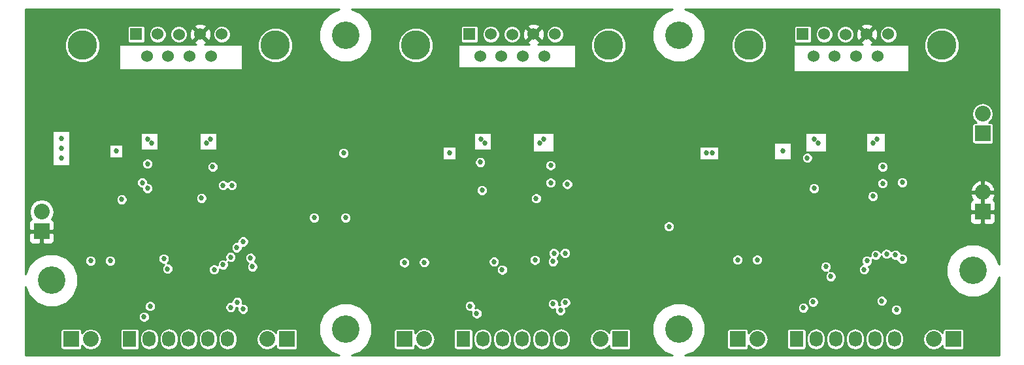
<source format=gbl>
G04 #@! TF.FileFunction,Copper,L4,Bot,Signal*
%FSLAX46Y46*%
G04 Gerber Fmt 4.6, Leading zero omitted, Abs format (unit mm)*
G04 Created by KiCad (PCBNEW (2015-01-16 BZR 5376)-product) date 2/20/2015 2:24:23 PM*
%MOMM*%
G01*
G04 APERTURE LIST*
%ADD10C,0.100000*%
%ADD11C,3.810000*%
%ADD12R,1.524000X1.524000*%
%ADD13C,1.524000*%
%ADD14R,2.032000X2.032000*%
%ADD15O,2.032000X2.032000*%
%ADD16R,1.727200X2.032000*%
%ADD17O,1.727200X2.032000*%
%ADD18C,0.685800*%
%ADD19C,3.556000*%
%ADD20C,0.254000*%
G04 APERTURE END LIST*
D10*
D11*
X89105000Y-50800000D03*
X114095000Y-50800000D03*
D12*
X96060000Y-49380000D03*
D13*
X98830000Y-49380000D03*
X101600000Y-49403000D03*
X104370000Y-49380000D03*
X107140000Y-49380000D03*
X97445000Y-52220000D03*
X100215000Y-52220000D03*
X102985000Y-52220000D03*
X105755000Y-52220000D03*
D14*
X115570000Y-88900000D03*
D15*
X113030000Y-88900000D03*
D14*
X158750000Y-88900000D03*
D15*
X156210000Y-88900000D03*
D14*
X201930000Y-88900000D03*
D15*
X199390000Y-88900000D03*
D14*
X83820000Y-74930000D03*
D15*
X83820000Y-72390000D03*
D16*
X95224600Y-88900000D03*
D17*
X97764600Y-88900000D03*
X100304600Y-88900000D03*
X102844600Y-88900000D03*
X105384600Y-88900000D03*
X107924600Y-88900000D03*
D16*
X138430000Y-88900000D03*
D17*
X140970000Y-88900000D03*
X143510000Y-88900000D03*
X146050000Y-88900000D03*
X148590000Y-88900000D03*
X151130000Y-88900000D03*
D16*
X181610000Y-88900000D03*
D17*
X184150000Y-88900000D03*
X186690000Y-88900000D03*
X189230000Y-88900000D03*
X191770000Y-88900000D03*
X194310000Y-88900000D03*
D14*
X205740000Y-62230000D03*
D15*
X205740000Y-59690000D03*
D14*
X205740000Y-72390000D03*
D15*
X205740000Y-69850000D03*
D14*
X87630000Y-88900000D03*
D15*
X90170000Y-88900000D03*
D14*
X130810000Y-88900000D03*
D15*
X133350000Y-88900000D03*
D14*
X173990000Y-88900000D03*
D15*
X176530000Y-88900000D03*
D11*
X175465000Y-50800000D03*
X200455000Y-50800000D03*
D12*
X182420000Y-49380000D03*
D13*
X185190000Y-49380000D03*
X187960000Y-49403000D03*
X190730000Y-49380000D03*
X193500000Y-49380000D03*
X183805000Y-52220000D03*
X186575000Y-52220000D03*
X189345000Y-52220000D03*
X192115000Y-52220000D03*
D11*
X132285000Y-50800000D03*
X157275000Y-50800000D03*
D12*
X139240000Y-49380000D03*
D13*
X142010000Y-49380000D03*
X144780000Y-49403000D03*
X147550000Y-49380000D03*
X150320000Y-49380000D03*
X140625000Y-52220000D03*
X143395000Y-52220000D03*
X146165000Y-52220000D03*
X148935000Y-52220000D03*
D18*
X186960000Y-66310000D03*
X187960000Y-66310000D03*
X188960000Y-66310000D03*
X186960000Y-67310000D03*
X187960000Y-67310000D03*
X188960000Y-67310000D03*
X188960000Y-68310000D03*
X187960000Y-68310000D03*
X186960000Y-68310000D03*
X143780000Y-66335400D03*
X144780000Y-66335400D03*
X145780000Y-66335400D03*
X143780000Y-67335400D03*
X144780000Y-67335400D03*
X145780000Y-67335400D03*
X145780000Y-68335400D03*
X144780000Y-68335400D03*
X143780000Y-68335400D03*
X100600000Y-66335400D03*
X101600000Y-66335400D03*
X102600000Y-66335400D03*
X100600000Y-67335400D03*
X101600000Y-67335400D03*
X102600000Y-67335400D03*
X102600000Y-68335400D03*
X101600000Y-68335400D03*
X100600000Y-68335400D03*
D19*
X166370000Y-87630000D03*
X123190000Y-49530000D03*
X123190000Y-87630000D03*
X166370000Y-49530000D03*
X204470000Y-80010000D03*
X85090000Y-81280000D03*
D18*
X122936000Y-64770000D03*
X191516000Y-63500000D03*
X192024000Y-62992000D03*
X183896000Y-62992000D03*
X97536000Y-62992000D03*
X105664000Y-62992000D03*
X140716000Y-62992000D03*
X148844000Y-62992000D03*
X170688000Y-64770000D03*
X169926000Y-64770000D03*
X184404000Y-63500000D03*
X179832000Y-64516000D03*
X148336000Y-63500000D03*
X141224000Y-63500000D03*
X136652000Y-64770000D03*
X105156000Y-63500000D03*
X98044000Y-63500000D03*
X93472000Y-64516000D03*
X86360000Y-62865000D03*
X86360000Y-64135000D03*
X86360000Y-65405000D03*
X122936000Y-55626000D03*
X122936000Y-70866000D03*
X120650000Y-82550000D03*
X119126000Y-79502000D03*
X162560000Y-74295000D03*
X193040000Y-57658000D03*
X193040000Y-56515000D03*
X182880000Y-57531000D03*
X182880000Y-56515000D03*
X183261000Y-66421000D03*
X199898000Y-75057000D03*
X192024000Y-76200000D03*
X189738000Y-76200000D03*
X185420000Y-76200000D03*
X182880000Y-78613000D03*
X194564000Y-66802000D03*
X139954000Y-57175400D03*
X139979400Y-56286400D03*
X149580600Y-57480200D03*
X149606000Y-56515000D03*
X139725400Y-78689200D03*
X156819600Y-75031600D03*
X148945600Y-76352400D03*
X146456400Y-76454000D03*
X142138400Y-76301600D03*
X139954000Y-66598800D03*
X150850600Y-66776600D03*
X105664000Y-57531000D03*
X97663000Y-57404000D03*
X97490280Y-78478380D03*
X113334800Y-74650600D03*
X103251000Y-76708000D03*
X99237800Y-76657200D03*
X107055920Y-67025520D03*
X96774000Y-66675000D03*
X97663000Y-56388000D03*
X105664000Y-56388000D03*
X106045000Y-76200000D03*
X119126000Y-73152000D03*
X123190000Y-73152000D03*
X165100000Y-74295000D03*
X191516000Y-70358000D03*
X195326000Y-68580000D03*
X173990000Y-78613000D03*
X176530000Y-78613000D03*
X190373000Y-79883000D03*
X190754000Y-78740000D03*
X194437000Y-77978000D03*
X195326000Y-78486000D03*
X90170000Y-78740000D03*
X150063200Y-78841600D03*
X130810000Y-78968600D03*
X133375400Y-78943200D03*
X151917400Y-68808600D03*
X147878800Y-70662800D03*
X108458000Y-68961000D03*
X106172000Y-79883000D03*
X107315000Y-79248000D03*
X110871000Y-78359000D03*
X111125000Y-79502000D03*
X92710000Y-78740000D03*
X104521000Y-70612000D03*
X96850200Y-68605400D03*
X94183200Y-70789800D03*
X109923580Y-76260960D03*
X109905800Y-84988400D03*
X105971340Y-66558160D03*
X107315000Y-68961000D03*
X109080300Y-77025500D03*
X109143800Y-84099400D03*
X151663400Y-84150200D03*
X151638000Y-77749400D03*
X149758400Y-68630800D03*
X149758400Y-66370200D03*
X151028400Y-85191600D03*
X150190200Y-77749400D03*
X192786000Y-68707000D03*
X192786000Y-66548000D03*
X194564000Y-85090000D03*
X193294000Y-77851000D03*
X99634040Y-78470760D03*
X97078800Y-86004400D03*
X100126800Y-79781400D03*
X97866200Y-84632800D03*
X97523300Y-69342000D03*
X97536000Y-66167000D03*
X108305600Y-84785200D03*
X108305600Y-78257400D03*
X139319000Y-84607400D03*
X142417800Y-78867000D03*
X140182600Y-85572600D03*
X143484600Y-79908400D03*
X140639800Y-65963800D03*
X140868400Y-69596000D03*
X150088600Y-84328000D03*
X147726400Y-78638400D03*
X182499000Y-84836000D03*
X185420000Y-79502000D03*
X183769000Y-84074000D03*
X186055000Y-80772000D03*
X183007000Y-65405000D03*
X183896000Y-69342000D03*
X192659000Y-83947000D03*
X191897000Y-77978000D03*
D20*
X97505520Y-78493620D02*
X97505520Y-78508860D01*
X97490280Y-78478380D02*
X97505520Y-78493620D01*
X99237800Y-76657200D02*
X99212400Y-76657200D01*
X96774000Y-66675000D02*
X96697800Y-66598800D01*
X96697800Y-66598800D02*
X96647000Y-66598800D01*
X109118400Y-77063600D02*
X109080300Y-77025500D01*
X122388475Y-46151000D02*
X81711000Y-46151000D01*
X165568475Y-46151000D02*
X123994038Y-46151000D01*
X207849000Y-46151000D02*
X167174038Y-46151000D01*
X121896693Y-46354200D02*
X81711000Y-46354200D01*
X165076693Y-46354200D02*
X124483398Y-46354200D01*
X207849000Y-46354200D02*
X167663398Y-46354200D01*
X121404911Y-46557400D02*
X81711000Y-46557400D01*
X164584911Y-46557400D02*
X124972759Y-46557400D01*
X207849000Y-46557400D02*
X168152759Y-46557400D01*
X121110661Y-46760600D02*
X81711000Y-46760600D01*
X164290661Y-46760600D02*
X125270541Y-46760600D01*
X207849000Y-46760600D02*
X168450541Y-46760600D01*
X120907106Y-46963800D02*
X81711000Y-46963800D01*
X164087106Y-46963800D02*
X125473386Y-46963800D01*
X207849000Y-46963800D02*
X168653386Y-46963800D01*
X120703552Y-47167000D02*
X81711000Y-47167000D01*
X163883552Y-47167000D02*
X125676232Y-47167000D01*
X207849000Y-47167000D02*
X168856232Y-47167000D01*
X120499997Y-47370200D02*
X81711000Y-47370200D01*
X163679997Y-47370200D02*
X125879078Y-47370200D01*
X207849000Y-47370200D02*
X169059078Y-47370200D01*
X120296442Y-47573400D02*
X81711000Y-47573400D01*
X163476442Y-47573400D02*
X126081924Y-47573400D01*
X207849000Y-47573400D02*
X169261924Y-47573400D01*
X120205208Y-47776600D02*
X81711000Y-47776600D01*
X163385208Y-47776600D02*
X126175693Y-47776600D01*
X207849000Y-47776600D02*
X169355693Y-47776600D01*
X104399002Y-47979800D02*
X81711000Y-47979800D01*
X120120833Y-47979800D02*
X104602767Y-47979800D01*
X147579002Y-47979800D02*
X126259653Y-47979800D01*
X163300833Y-47979800D02*
X147782767Y-47979800D01*
X190759002Y-47979800D02*
X169439653Y-47979800D01*
X207849000Y-47979800D02*
X190962767Y-47979800D01*
X103631572Y-48183000D02*
X81711000Y-48183000D01*
X120036457Y-48183000D02*
X105108427Y-48183000D01*
X146811572Y-48183000D02*
X126343614Y-48183000D01*
X163216457Y-48183000D02*
X148288427Y-48183000D01*
X189991572Y-48183000D02*
X169523614Y-48183000D01*
X207849000Y-48183000D02*
X191468427Y-48183000D01*
X94994935Y-48386200D02*
X81711000Y-48386200D01*
X98242068Y-48386200D02*
X97125439Y-48386200D01*
X101067732Y-48386200D02*
X99417188Y-48386200D01*
X103573289Y-48386200D02*
X102131798Y-48386200D01*
X106552068Y-48386200D02*
X105166710Y-48386200D01*
X119952081Y-48386200D02*
X107727188Y-48386200D01*
X138174935Y-48386200D02*
X126427574Y-48386200D01*
X141422068Y-48386200D02*
X140305439Y-48386200D01*
X144247732Y-48386200D02*
X142597188Y-48386200D01*
X146753289Y-48386200D02*
X145311798Y-48386200D01*
X149732068Y-48386200D02*
X148346710Y-48386200D01*
X163132081Y-48386200D02*
X150907188Y-48386200D01*
X181354935Y-48386200D02*
X169607574Y-48386200D01*
X184602068Y-48386200D02*
X183485439Y-48386200D01*
X187427732Y-48386200D02*
X185777188Y-48386200D01*
X189933289Y-48386200D02*
X188491798Y-48386200D01*
X192912068Y-48386200D02*
X191526710Y-48386200D01*
X207849000Y-48386200D02*
X194087188Y-48386200D01*
X88468841Y-48589400D02*
X81711000Y-48589400D01*
X94915271Y-48589400D02*
X89742332Y-48589400D01*
X98004122Y-48589400D02*
X97204915Y-48589400D01*
X100797162Y-48589400D02*
X99655816Y-48589400D01*
X103354894Y-48589400D02*
X102402856Y-48589400D01*
X103759005Y-48589400D02*
X103399795Y-48589400D01*
X105170608Y-48589400D02*
X104980995Y-48589400D01*
X105340205Y-48589400D02*
X105170608Y-48589400D01*
X106314122Y-48589400D02*
X105385105Y-48589400D01*
X113458841Y-48589400D02*
X107965816Y-48589400D01*
X119867705Y-48589400D02*
X114732332Y-48589400D01*
X131648841Y-48589400D02*
X126511535Y-48589400D01*
X138095271Y-48589400D02*
X132922332Y-48589400D01*
X141184122Y-48589400D02*
X140384915Y-48589400D01*
X143977162Y-48589400D02*
X142835816Y-48589400D01*
X146534894Y-48589400D02*
X145582856Y-48589400D01*
X146939005Y-48589400D02*
X146579795Y-48589400D01*
X148350608Y-48589400D02*
X148160995Y-48589400D01*
X148520205Y-48589400D02*
X148350608Y-48589400D01*
X149494122Y-48589400D02*
X148565105Y-48589400D01*
X156638841Y-48589400D02*
X151145816Y-48589400D01*
X163047705Y-48589400D02*
X157912332Y-48589400D01*
X174828841Y-48589400D02*
X169691535Y-48589400D01*
X181275271Y-48589400D02*
X176102332Y-48589400D01*
X184364122Y-48589400D02*
X183564915Y-48589400D01*
X187157162Y-48589400D02*
X186015816Y-48589400D01*
X189714894Y-48589400D02*
X188762856Y-48589400D01*
X190119005Y-48589400D02*
X189759795Y-48589400D01*
X191530608Y-48589400D02*
X191340995Y-48589400D01*
X191700205Y-48589400D02*
X191530608Y-48589400D01*
X192674122Y-48589400D02*
X191745105Y-48589400D01*
X199818841Y-48589400D02*
X194325816Y-48589400D01*
X207849000Y-48589400D02*
X201092332Y-48589400D01*
X87977060Y-48792600D02*
X81711000Y-48792600D01*
X94909536Y-48792600D02*
X90231692Y-48792600D01*
X97836287Y-48792600D02*
X97210464Y-48792600D01*
X100615838Y-48792600D02*
X99824019Y-48792600D01*
X103096320Y-48792600D02*
X102584516Y-48792600D01*
X103962205Y-48792600D02*
X103602995Y-48792600D01*
X105137005Y-48792600D02*
X104777795Y-48792600D01*
X106146287Y-48792600D02*
X105651937Y-48792600D01*
X112967060Y-48792600D02*
X108134019Y-48792600D01*
X119783329Y-48792600D02*
X115221692Y-48792600D01*
X131157060Y-48792600D02*
X126595495Y-48792600D01*
X138089536Y-48792600D02*
X133411692Y-48792600D01*
X141016287Y-48792600D02*
X140390464Y-48792600D01*
X143795838Y-48792600D02*
X143004019Y-48792600D01*
X146276320Y-48792600D02*
X145764516Y-48792600D01*
X147142205Y-48792600D02*
X146782995Y-48792600D01*
X148317005Y-48792600D02*
X147957795Y-48792600D01*
X149326287Y-48792600D02*
X148831937Y-48792600D01*
X156147060Y-48792600D02*
X151314019Y-48792600D01*
X162963329Y-48792600D02*
X158401692Y-48792600D01*
X174337060Y-48792600D02*
X169775495Y-48792600D01*
X181269536Y-48792600D02*
X176591692Y-48792600D01*
X184196287Y-48792600D02*
X183570464Y-48792600D01*
X186975838Y-48792600D02*
X186184019Y-48792600D01*
X189456320Y-48792600D02*
X188944516Y-48792600D01*
X190322205Y-48792600D02*
X189962995Y-48792600D01*
X191497005Y-48792600D02*
X191137795Y-48792600D01*
X192506287Y-48792600D02*
X192011937Y-48792600D01*
X199327060Y-48792600D02*
X194494019Y-48792600D01*
X207849000Y-48792600D02*
X201581692Y-48792600D01*
X87676635Y-48995800D02*
X81711000Y-48995800D01*
X94909536Y-48995800D02*
X90534019Y-48995800D01*
X97751911Y-48995800D02*
X97210464Y-48995800D01*
X100531462Y-48995800D02*
X99907979Y-48995800D01*
X103023825Y-48995800D02*
X102668476Y-48995800D01*
X104165405Y-48995800D02*
X103806195Y-48995800D01*
X104933805Y-48995800D02*
X104574595Y-48995800D01*
X106061911Y-48995800D02*
X105736105Y-48995800D01*
X112666635Y-48995800D02*
X108217979Y-48995800D01*
X119761465Y-48995800D02*
X115524019Y-48995800D01*
X130856635Y-48995800D02*
X126619468Y-48995800D01*
X138089536Y-48995800D02*
X133714019Y-48995800D01*
X140931911Y-48995800D02*
X140390464Y-48995800D01*
X143711462Y-48995800D02*
X143087979Y-48995800D01*
X146203825Y-48995800D02*
X145848476Y-48995800D01*
X147345405Y-48995800D02*
X146986195Y-48995800D01*
X148113805Y-48995800D02*
X147754595Y-48995800D01*
X149241911Y-48995800D02*
X148916105Y-48995800D01*
X155846635Y-48995800D02*
X151397979Y-48995800D01*
X162941465Y-48995800D02*
X158704019Y-48995800D01*
X174036635Y-48995800D02*
X169799468Y-48995800D01*
X181269536Y-48995800D02*
X176894019Y-48995800D01*
X184111911Y-48995800D02*
X183570464Y-48995800D01*
X186891462Y-48995800D02*
X186267979Y-48995800D01*
X189383825Y-48995800D02*
X189028476Y-48995800D01*
X190525405Y-48995800D02*
X190166195Y-48995800D01*
X191293805Y-48995800D02*
X190934595Y-48995800D01*
X192421911Y-48995800D02*
X192096105Y-48995800D01*
X199026635Y-48995800D02*
X194577979Y-48995800D01*
X207849000Y-48995800D02*
X201884019Y-48995800D01*
X87473080Y-49199000D02*
X81711000Y-49199000D01*
X94909536Y-49199000D02*
X90736865Y-49199000D01*
X97687157Y-49199000D02*
X97210464Y-49199000D01*
X99973198Y-49199000D02*
X99973159Y-49199000D01*
X100457177Y-49199000D02*
X99973198Y-49199000D01*
X102743198Y-49199000D02*
X102743179Y-49199000D01*
X102962193Y-49199000D02*
X102743198Y-49199000D01*
X104368605Y-49199000D02*
X104009395Y-49199000D01*
X104730605Y-49199000D02*
X104371395Y-49199000D01*
X105997157Y-49199000D02*
X105759689Y-49199000D01*
X108283198Y-49199000D02*
X108283159Y-49199000D01*
X112463080Y-49199000D02*
X108283198Y-49199000D01*
X119761287Y-49199000D02*
X115726865Y-49199000D01*
X130653080Y-49199000D02*
X126619291Y-49199000D01*
X138089536Y-49199000D02*
X133916865Y-49199000D01*
X140867157Y-49199000D02*
X140390464Y-49199000D01*
X143153198Y-49199000D02*
X143153159Y-49199000D01*
X143637177Y-49199000D02*
X143153198Y-49199000D01*
X145923198Y-49199000D02*
X145923179Y-49199000D01*
X146142193Y-49199000D02*
X145923198Y-49199000D01*
X147548605Y-49199000D02*
X147189395Y-49199000D01*
X147910605Y-49199000D02*
X147551395Y-49199000D01*
X149177157Y-49199000D02*
X148939689Y-49199000D01*
X151463198Y-49199000D02*
X151463159Y-49199000D01*
X155643080Y-49199000D02*
X151463198Y-49199000D01*
X162941287Y-49199000D02*
X158906865Y-49199000D01*
X173833080Y-49199000D02*
X169799291Y-49199000D01*
X181269536Y-49199000D02*
X177096865Y-49199000D01*
X184047157Y-49199000D02*
X183570464Y-49199000D01*
X186333198Y-49199000D02*
X186333159Y-49199000D01*
X186817177Y-49199000D02*
X186333198Y-49199000D01*
X189103198Y-49199000D02*
X189103179Y-49199000D01*
X189322193Y-49199000D02*
X189103198Y-49199000D01*
X190728605Y-49199000D02*
X190369395Y-49199000D01*
X191090605Y-49199000D02*
X190731395Y-49199000D01*
X192357157Y-49199000D02*
X192119689Y-49199000D01*
X194643198Y-49199000D02*
X194643159Y-49199000D01*
X198823080Y-49199000D02*
X194643198Y-49199000D01*
X207849000Y-49199000D02*
X202086865Y-49199000D01*
X87269525Y-49402200D02*
X81711000Y-49402200D01*
X94909536Y-49402200D02*
X90939711Y-49402200D01*
X97686980Y-49402200D02*
X97210464Y-49402200D01*
X99973198Y-49402200D02*
X99972981Y-49402200D01*
X100457000Y-49402200D02*
X99973198Y-49402200D01*
X102743198Y-49402200D02*
X102743002Y-49402200D01*
X102972363Y-49402200D02*
X102743198Y-49402200D01*
X104190395Y-49402200D02*
X104168195Y-49402200D01*
X104571805Y-49402200D02*
X104190395Y-49402200D01*
X105996980Y-49402200D02*
X105769859Y-49402200D01*
X108283198Y-49402200D02*
X108282981Y-49402200D01*
X112259525Y-49402200D02*
X108283198Y-49402200D01*
X119761110Y-49402200D02*
X115929711Y-49402200D01*
X130449525Y-49402200D02*
X126619113Y-49402200D01*
X138089536Y-49402200D02*
X134119711Y-49402200D01*
X140866980Y-49402200D02*
X140390464Y-49402200D01*
X143153198Y-49402200D02*
X143152981Y-49402200D01*
X143637000Y-49402200D02*
X143153198Y-49402200D01*
X145923198Y-49402200D02*
X145923002Y-49402200D01*
X146152363Y-49402200D02*
X145923198Y-49402200D01*
X147370395Y-49402200D02*
X147348195Y-49402200D01*
X147751805Y-49402200D02*
X147370395Y-49402200D01*
X149176980Y-49402200D02*
X148949859Y-49402200D01*
X151463198Y-49402200D02*
X151462981Y-49402200D01*
X155439525Y-49402200D02*
X151463198Y-49402200D01*
X162941110Y-49402200D02*
X159109711Y-49402200D01*
X173629525Y-49402200D02*
X169799113Y-49402200D01*
X181269536Y-49402200D02*
X177299711Y-49402200D01*
X184046980Y-49402200D02*
X183570464Y-49402200D01*
X186333198Y-49402200D02*
X186332981Y-49402200D01*
X186817000Y-49402200D02*
X186333198Y-49402200D01*
X189103198Y-49402200D02*
X189103002Y-49402200D01*
X189332363Y-49402200D02*
X189103198Y-49402200D01*
X190550395Y-49402200D02*
X190528195Y-49402200D01*
X190931805Y-49402200D02*
X190550395Y-49402200D01*
X192356980Y-49402200D02*
X192129859Y-49402200D01*
X194643198Y-49402200D02*
X194642981Y-49402200D01*
X198619525Y-49402200D02*
X194643198Y-49402200D01*
X207849000Y-49402200D02*
X202289711Y-49402200D01*
X87125797Y-49605400D02*
X81711000Y-49605400D01*
X94909536Y-49605400D02*
X91084856Y-49605400D01*
X97686802Y-49605400D02*
X97210464Y-49605400D01*
X99973198Y-49605400D02*
X99972804Y-49605400D01*
X100456822Y-49605400D02*
X99973198Y-49605400D01*
X102743198Y-49605400D02*
X102742824Y-49605400D01*
X102982534Y-49605400D02*
X102743198Y-49605400D01*
X104190395Y-49605400D02*
X103964995Y-49605400D01*
X104324205Y-49605400D02*
X104190395Y-49605400D01*
X104775005Y-49605400D02*
X104415795Y-49605400D01*
X105779144Y-49605400D02*
X105772829Y-49605400D01*
X105996802Y-49605400D02*
X105779144Y-49605400D01*
X108283198Y-49605400D02*
X108282804Y-49605400D01*
X112115797Y-49605400D02*
X108283198Y-49605400D01*
X119760933Y-49605400D02*
X116074856Y-49605400D01*
X130305797Y-49605400D02*
X126618936Y-49605400D01*
X138089536Y-49605400D02*
X134264856Y-49605400D01*
X140866802Y-49605400D02*
X140390464Y-49605400D01*
X143153198Y-49605400D02*
X143152804Y-49605400D01*
X143636822Y-49605400D02*
X143153198Y-49605400D01*
X145923198Y-49605400D02*
X145922824Y-49605400D01*
X146162534Y-49605400D02*
X145923198Y-49605400D01*
X147370395Y-49605400D02*
X147144995Y-49605400D01*
X147504205Y-49605400D02*
X147370395Y-49605400D01*
X147955005Y-49605400D02*
X147595795Y-49605400D01*
X148959144Y-49605400D02*
X148952829Y-49605400D01*
X149176802Y-49605400D02*
X148959144Y-49605400D01*
X151463198Y-49605400D02*
X151462804Y-49605400D01*
X155295797Y-49605400D02*
X151463198Y-49605400D01*
X162940933Y-49605400D02*
X159254856Y-49605400D01*
X173485797Y-49605400D02*
X169798936Y-49605400D01*
X181269536Y-49605400D02*
X177444856Y-49605400D01*
X184046802Y-49605400D02*
X183570464Y-49605400D01*
X186333198Y-49605400D02*
X186332804Y-49605400D01*
X186816822Y-49605400D02*
X186333198Y-49605400D01*
X189103198Y-49605400D02*
X189102824Y-49605400D01*
X189342534Y-49605400D02*
X189103198Y-49605400D01*
X190550395Y-49605400D02*
X190324995Y-49605400D01*
X190684205Y-49605400D02*
X190550395Y-49605400D01*
X191135005Y-49605400D02*
X190775795Y-49605400D01*
X192139144Y-49605400D02*
X192132829Y-49605400D01*
X192356802Y-49605400D02*
X192139144Y-49605400D01*
X194643198Y-49605400D02*
X194642804Y-49605400D01*
X198475797Y-49605400D02*
X194643198Y-49605400D01*
X207849000Y-49605400D02*
X202434856Y-49605400D01*
X87041421Y-49808600D02*
X81711000Y-49808600D01*
X94909536Y-49808600D02*
X91168817Y-49808600D01*
X97770366Y-49808600D02*
X97210464Y-49808600D01*
X99973198Y-49808600D02*
X99889652Y-49808600D01*
X100530863Y-49808600D02*
X99973198Y-49808600D01*
X102743198Y-49808600D02*
X102669203Y-49808600D01*
X103022286Y-49808600D02*
X102743198Y-49808600D01*
X104121005Y-49808600D02*
X103761795Y-49808600D01*
X104978205Y-49808600D02*
X104618995Y-49808600D01*
X105779144Y-49808600D02*
X105700334Y-49808600D01*
X106080366Y-49808600D02*
X105779144Y-49808600D01*
X108283198Y-49808600D02*
X108199652Y-49808600D01*
X112031421Y-49808600D02*
X108283198Y-49808600D01*
X119760755Y-49808600D02*
X116158817Y-49808600D01*
X130221421Y-49808600D02*
X126618758Y-49808600D01*
X138089536Y-49808600D02*
X134348817Y-49808600D01*
X140950366Y-49808600D02*
X140390464Y-49808600D01*
X143153198Y-49808600D02*
X143069652Y-49808600D01*
X143710863Y-49808600D02*
X143153198Y-49808600D01*
X145923198Y-49808600D02*
X145849203Y-49808600D01*
X146202286Y-49808600D02*
X145923198Y-49808600D01*
X147301005Y-49808600D02*
X146941795Y-49808600D01*
X148158205Y-49808600D02*
X147798995Y-49808600D01*
X148959144Y-49808600D02*
X148880334Y-49808600D01*
X149260366Y-49808600D02*
X148959144Y-49808600D01*
X151463198Y-49808600D02*
X151379652Y-49808600D01*
X155211421Y-49808600D02*
X151463198Y-49808600D01*
X162940755Y-49808600D02*
X159338817Y-49808600D01*
X173401421Y-49808600D02*
X169798758Y-49808600D01*
X181269536Y-49808600D02*
X177528817Y-49808600D01*
X184130366Y-49808600D02*
X183570464Y-49808600D01*
X186333198Y-49808600D02*
X186249652Y-49808600D01*
X186890863Y-49808600D02*
X186333198Y-49808600D01*
X189103198Y-49808600D02*
X189029203Y-49808600D01*
X189382286Y-49808600D02*
X189103198Y-49808600D01*
X190481005Y-49808600D02*
X190121795Y-49808600D01*
X191338205Y-49808600D02*
X190978995Y-49808600D01*
X192139144Y-49808600D02*
X192060334Y-49808600D01*
X192440366Y-49808600D02*
X192139144Y-49808600D01*
X194643198Y-49808600D02*
X194559652Y-49808600D01*
X198391421Y-49808600D02*
X194643198Y-49808600D01*
X207849000Y-49808600D02*
X202518817Y-49808600D01*
X86957045Y-50011800D02*
X81711000Y-50011800D01*
X94909536Y-50011800D02*
X91252777Y-50011800D01*
X97854326Y-50011800D02*
X97210464Y-50011800D01*
X99973198Y-50011800D02*
X99805276Y-50011800D01*
X100614823Y-50011800D02*
X99973198Y-50011800D01*
X102743198Y-50011800D02*
X102584827Y-50011800D01*
X103106454Y-50011800D02*
X102743198Y-50011800D01*
X103917805Y-50011800D02*
X103558595Y-50011800D01*
X105181405Y-50011800D02*
X104822195Y-50011800D01*
X105779144Y-50011800D02*
X105627840Y-50011800D01*
X106164326Y-50011800D02*
X105779144Y-50011800D01*
X108283198Y-50011800D02*
X108115276Y-50011800D01*
X111947045Y-50011800D02*
X108283198Y-50011800D01*
X119760578Y-50011800D02*
X116242777Y-50011800D01*
X130137045Y-50011800D02*
X126618581Y-50011800D01*
X138089536Y-50011800D02*
X134432777Y-50011800D01*
X141034326Y-50011800D02*
X140390464Y-50011800D01*
X143153198Y-50011800D02*
X142985276Y-50011800D01*
X143794823Y-50011800D02*
X143153198Y-50011800D01*
X145923198Y-50011800D02*
X145764827Y-50011800D01*
X146286454Y-50011800D02*
X145923198Y-50011800D01*
X147097805Y-50011800D02*
X146738595Y-50011800D01*
X148361405Y-50011800D02*
X148002195Y-50011800D01*
X148959144Y-50011800D02*
X148807840Y-50011800D01*
X149344326Y-50011800D02*
X148959144Y-50011800D01*
X151463198Y-50011800D02*
X151295276Y-50011800D01*
X155127045Y-50011800D02*
X151463198Y-50011800D01*
X162940578Y-50011800D02*
X159422777Y-50011800D01*
X173317045Y-50011800D02*
X169798581Y-50011800D01*
X181269536Y-50011800D02*
X177612777Y-50011800D01*
X184214326Y-50011800D02*
X183570464Y-50011800D01*
X186333198Y-50011800D02*
X186165276Y-50011800D01*
X186974823Y-50011800D02*
X186333198Y-50011800D01*
X189103198Y-50011800D02*
X188944827Y-50011800D01*
X189466454Y-50011800D02*
X189103198Y-50011800D01*
X190277805Y-50011800D02*
X189918595Y-50011800D01*
X191541405Y-50011800D02*
X191182195Y-50011800D01*
X192139144Y-50011800D02*
X191987840Y-50011800D01*
X192524326Y-50011800D02*
X192139144Y-50011800D01*
X194643198Y-50011800D02*
X194475276Y-50011800D01*
X198307045Y-50011800D02*
X194643198Y-50011800D01*
X207849000Y-50011800D02*
X202602777Y-50011800D01*
X86872669Y-50215000D02*
X81711000Y-50215000D01*
X94923700Y-50215000D02*
X91336738Y-50215000D01*
X97210464Y-50215000D02*
X97195825Y-50215000D01*
X98048507Y-50215000D02*
X97210464Y-50215000D01*
X99973198Y-50215000D02*
X99611401Y-50215000D01*
X100795547Y-50215000D02*
X99973198Y-50215000D01*
X102743198Y-50215000D02*
X102404441Y-50215000D01*
X103714605Y-50215000D02*
X102743198Y-50215000D01*
X105779144Y-50215000D02*
X105025395Y-50215000D01*
X106358507Y-50215000D02*
X105779144Y-50215000D01*
X108283198Y-50215000D02*
X107921401Y-50215000D01*
X111862669Y-50215000D02*
X108283198Y-50215000D01*
X119762853Y-50215000D02*
X116326738Y-50215000D01*
X130052669Y-50215000D02*
X126618404Y-50215000D01*
X138103700Y-50215000D02*
X134516738Y-50215000D01*
X140390464Y-50215000D02*
X140375825Y-50215000D01*
X141228507Y-50215000D02*
X140390464Y-50215000D01*
X143153198Y-50215000D02*
X142791401Y-50215000D01*
X143975547Y-50215000D02*
X143153198Y-50215000D01*
X145923198Y-50215000D02*
X145584441Y-50215000D01*
X146894605Y-50215000D02*
X145923198Y-50215000D01*
X148959144Y-50215000D02*
X148205395Y-50215000D01*
X149538507Y-50215000D02*
X148959144Y-50215000D01*
X151463198Y-50215000D02*
X151101401Y-50215000D01*
X155042669Y-50215000D02*
X151463198Y-50215000D01*
X162942853Y-50215000D02*
X159506738Y-50215000D01*
X173232669Y-50215000D02*
X169798404Y-50215000D01*
X181283700Y-50215000D02*
X177696738Y-50215000D01*
X183570464Y-50215000D02*
X183555825Y-50215000D01*
X184408507Y-50215000D02*
X183570464Y-50215000D01*
X186333198Y-50215000D02*
X185971401Y-50215000D01*
X187155547Y-50215000D02*
X186333198Y-50215000D01*
X189103198Y-50215000D02*
X188764441Y-50215000D01*
X190074605Y-50215000D02*
X189103198Y-50215000D01*
X192139144Y-50215000D02*
X191385395Y-50215000D01*
X192718507Y-50215000D02*
X192139144Y-50215000D01*
X194643198Y-50215000D02*
X194281401Y-50215000D01*
X198222669Y-50215000D02*
X194643198Y-50215000D01*
X207849000Y-50215000D02*
X202686738Y-50215000D01*
X86819332Y-50418200D02*
X81711000Y-50418200D01*
X91391396Y-50418200D02*
X91391335Y-50418200D01*
X95026402Y-50418200D02*
X91391396Y-50418200D01*
X97210464Y-50418200D02*
X97095094Y-50418200D01*
X98349739Y-50418200D02*
X97210464Y-50418200D01*
X99973198Y-50418200D02*
X99310476Y-50418200D01*
X101064349Y-50418200D02*
X99973198Y-50418200D01*
X102743198Y-50418200D02*
X102136140Y-50418200D01*
X103586025Y-50418200D02*
X102743198Y-50418200D01*
X105779144Y-50418200D02*
X105153976Y-50418200D01*
X106659739Y-50418200D02*
X105779144Y-50418200D01*
X108283198Y-50418200D02*
X107620476Y-50418200D01*
X111809332Y-50418200D02*
X108283198Y-50418200D01*
X116381396Y-50418200D02*
X116381335Y-50418200D01*
X119846814Y-50418200D02*
X116381396Y-50418200D01*
X129999332Y-50418200D02*
X126534054Y-50418200D01*
X134571396Y-50418200D02*
X134571335Y-50418200D01*
X138206402Y-50418200D02*
X134571396Y-50418200D01*
X140390464Y-50418200D02*
X140275094Y-50418200D01*
X141529739Y-50418200D02*
X140390464Y-50418200D01*
X143153198Y-50418200D02*
X142490476Y-50418200D01*
X144244349Y-50418200D02*
X143153198Y-50418200D01*
X145923198Y-50418200D02*
X145316140Y-50418200D01*
X146766025Y-50418200D02*
X145923198Y-50418200D01*
X148959144Y-50418200D02*
X148333976Y-50418200D01*
X149839739Y-50418200D02*
X148959144Y-50418200D01*
X151463198Y-50418200D02*
X150800476Y-50418200D01*
X154989332Y-50418200D02*
X151463198Y-50418200D01*
X159561396Y-50418200D02*
X159561335Y-50418200D01*
X163026814Y-50418200D02*
X159561396Y-50418200D01*
X173179332Y-50418200D02*
X169714054Y-50418200D01*
X177751396Y-50418200D02*
X177751335Y-50418200D01*
X181386402Y-50418200D02*
X177751396Y-50418200D01*
X183570464Y-50418200D02*
X183455094Y-50418200D01*
X184709739Y-50418200D02*
X183570464Y-50418200D01*
X186333198Y-50418200D02*
X185670476Y-50418200D01*
X187424349Y-50418200D02*
X186333198Y-50418200D01*
X189103198Y-50418200D02*
X188496140Y-50418200D01*
X189946025Y-50418200D02*
X189103198Y-50418200D01*
X192139144Y-50418200D02*
X191513976Y-50418200D01*
X193019739Y-50418200D02*
X192139144Y-50418200D01*
X194643198Y-50418200D02*
X193980476Y-50418200D01*
X198169332Y-50418200D02*
X194643198Y-50418200D01*
X202741396Y-50418200D02*
X202741335Y-50418200D01*
X207849000Y-50418200D02*
X202741396Y-50418200D01*
X86819155Y-50621400D02*
X81711000Y-50621400D01*
X91391396Y-50621400D02*
X91391157Y-50621400D01*
X97210464Y-50621400D02*
X91391396Y-50621400D01*
X99973198Y-50621400D02*
X97210464Y-50621400D01*
X102743198Y-50621400D02*
X99973198Y-50621400D01*
X103692122Y-50621400D02*
X102743198Y-50621400D01*
X105779144Y-50621400D02*
X105055266Y-50621400D01*
X108283198Y-50621400D02*
X105779144Y-50621400D01*
X111809155Y-50621400D02*
X108283198Y-50621400D01*
X116381396Y-50621400D02*
X116381157Y-50621400D01*
X119930774Y-50621400D02*
X116381396Y-50621400D01*
X129999155Y-50621400D02*
X126449678Y-50621400D01*
X134571396Y-50621400D02*
X134571157Y-50621400D01*
X140390464Y-50621400D02*
X134571396Y-50621400D01*
X143153198Y-50621400D02*
X140390464Y-50621400D01*
X145923198Y-50621400D02*
X143153198Y-50621400D01*
X146872122Y-50621400D02*
X145923198Y-50621400D01*
X148959144Y-50621400D02*
X148235266Y-50621400D01*
X151463198Y-50621400D02*
X148959144Y-50621400D01*
X154989155Y-50621400D02*
X151463198Y-50621400D01*
X159561396Y-50621400D02*
X159561157Y-50621400D01*
X163110774Y-50621400D02*
X159561396Y-50621400D01*
X173179155Y-50621400D02*
X169629678Y-50621400D01*
X177751396Y-50621400D02*
X177751157Y-50621400D01*
X183570464Y-50621400D02*
X177751396Y-50621400D01*
X186333198Y-50621400D02*
X183570464Y-50621400D01*
X189103198Y-50621400D02*
X186333198Y-50621400D01*
X190052122Y-50621400D02*
X189103198Y-50621400D01*
X192139144Y-50621400D02*
X191415266Y-50621400D01*
X194643198Y-50621400D02*
X192139144Y-50621400D01*
X198169155Y-50621400D02*
X194643198Y-50621400D01*
X202741396Y-50621400D02*
X202741157Y-50621400D01*
X207849000Y-50621400D02*
X202741396Y-50621400D01*
X86818977Y-50824600D02*
X81711000Y-50824600D01*
X91391396Y-50824600D02*
X91390980Y-50824600D01*
X93853000Y-50824600D02*
X91391396Y-50824600D01*
X111808977Y-50824600D02*
X109855000Y-50824600D01*
X116381396Y-50824600D02*
X116380980Y-50824600D01*
X120014735Y-50824600D02*
X116381396Y-50824600D01*
X129998977Y-50824600D02*
X126365302Y-50824600D01*
X134571396Y-50824600D02*
X134570980Y-50824600D01*
X137795000Y-50824600D02*
X134571396Y-50824600D01*
X154988977Y-50824600D02*
X153035000Y-50824600D01*
X159561396Y-50824600D02*
X159560980Y-50824600D01*
X163194735Y-50824600D02*
X159561396Y-50824600D01*
X173178977Y-50824600D02*
X169545302Y-50824600D01*
X177751396Y-50824600D02*
X177750980Y-50824600D01*
X181229000Y-50824600D02*
X177751396Y-50824600D01*
X198168977Y-50824600D02*
X196215000Y-50824600D01*
X202741396Y-50824600D02*
X202740980Y-50824600D01*
X207849000Y-50824600D02*
X202741396Y-50824600D01*
X86818800Y-51027800D02*
X81711000Y-51027800D01*
X91391396Y-51027800D02*
X91390802Y-51027800D01*
X93853000Y-51027800D02*
X91391396Y-51027800D01*
X111808800Y-51027800D02*
X109855000Y-51027800D01*
X116381396Y-51027800D02*
X116380802Y-51027800D01*
X120098695Y-51027800D02*
X116381396Y-51027800D01*
X129998800Y-51027800D02*
X126280926Y-51027800D01*
X134571396Y-51027800D02*
X134570802Y-51027800D01*
X137795000Y-51027800D02*
X134571396Y-51027800D01*
X154988800Y-51027800D02*
X153035000Y-51027800D01*
X159561396Y-51027800D02*
X159560802Y-51027800D01*
X163278695Y-51027800D02*
X159561396Y-51027800D01*
X173178800Y-51027800D02*
X169460926Y-51027800D01*
X177751396Y-51027800D02*
X177750802Y-51027800D01*
X181229000Y-51027800D02*
X177751396Y-51027800D01*
X198168800Y-51027800D02*
X196215000Y-51027800D01*
X202741396Y-51027800D02*
X202740802Y-51027800D01*
X207849000Y-51027800D02*
X202741396Y-51027800D01*
X86818622Y-51231000D02*
X81711000Y-51231000D01*
X91391396Y-51231000D02*
X91390625Y-51231000D01*
X93853000Y-51231000D02*
X91391396Y-51231000D01*
X111808622Y-51231000D02*
X109855000Y-51231000D01*
X116381396Y-51231000D02*
X116380625Y-51231000D01*
X120182656Y-51231000D02*
X116381396Y-51231000D01*
X129998622Y-51231000D02*
X126196550Y-51231000D01*
X134571396Y-51231000D02*
X134570625Y-51231000D01*
X137795000Y-51231000D02*
X134571396Y-51231000D01*
X154988622Y-51231000D02*
X153035000Y-51231000D01*
X159561396Y-51231000D02*
X159560625Y-51231000D01*
X163362656Y-51231000D02*
X159561396Y-51231000D01*
X173178622Y-51231000D02*
X169376550Y-51231000D01*
X177751396Y-51231000D02*
X177750625Y-51231000D01*
X181229000Y-51231000D02*
X177751396Y-51231000D01*
X198168622Y-51231000D02*
X196215000Y-51231000D01*
X202741396Y-51231000D02*
X202740625Y-51231000D01*
X207849000Y-51231000D02*
X202741396Y-51231000D01*
X86893591Y-51434200D02*
X81711000Y-51434200D01*
X91391396Y-51434200D02*
X91316901Y-51434200D01*
X93853000Y-51434200D02*
X91391396Y-51434200D01*
X111883591Y-51434200D02*
X109855000Y-51434200D01*
X116381396Y-51434200D02*
X116306901Y-51434200D01*
X120266616Y-51434200D02*
X116381396Y-51434200D01*
X130073591Y-51434200D02*
X126112174Y-51434200D01*
X134571396Y-51434200D02*
X134496901Y-51434200D01*
X137795000Y-51434200D02*
X134571396Y-51434200D01*
X155063591Y-51434200D02*
X153035000Y-51434200D01*
X159561396Y-51434200D02*
X159486901Y-51434200D01*
X163446616Y-51434200D02*
X159561396Y-51434200D01*
X173253591Y-51434200D02*
X169292174Y-51434200D01*
X177751396Y-51434200D02*
X177676901Y-51434200D01*
X181229000Y-51434200D02*
X177751396Y-51434200D01*
X198243591Y-51434200D02*
X196215000Y-51434200D01*
X202741396Y-51434200D02*
X202666901Y-51434200D01*
X207849000Y-51434200D02*
X202741396Y-51434200D01*
X86977552Y-51637400D02*
X81711000Y-51637400D01*
X91391396Y-51637400D02*
X91232525Y-51637400D01*
X93853000Y-51637400D02*
X91391396Y-51637400D01*
X111967552Y-51637400D02*
X109855000Y-51637400D01*
X116381396Y-51637400D02*
X116222525Y-51637400D01*
X120448613Y-51637400D02*
X116381396Y-51637400D01*
X130157552Y-51637400D02*
X125932495Y-51637400D01*
X134571396Y-51637400D02*
X134412525Y-51637400D01*
X137795000Y-51637400D02*
X134571396Y-51637400D01*
X155147552Y-51637400D02*
X153035000Y-51637400D01*
X159561396Y-51637400D02*
X159402525Y-51637400D01*
X163628613Y-51637400D02*
X159561396Y-51637400D01*
X173337552Y-51637400D02*
X169112495Y-51637400D01*
X177751396Y-51637400D02*
X177592525Y-51637400D01*
X181229000Y-51637400D02*
X177751396Y-51637400D01*
X198327552Y-51637400D02*
X196215000Y-51637400D01*
X202741396Y-51637400D02*
X202582525Y-51637400D01*
X207849000Y-51637400D02*
X202741396Y-51637400D01*
X87061513Y-51840600D02*
X81711000Y-51840600D01*
X91391396Y-51840600D02*
X91148149Y-51840600D01*
X93853000Y-51840600D02*
X91391396Y-51840600D01*
X112051513Y-51840600D02*
X109855000Y-51840600D01*
X116381396Y-51840600D02*
X116138149Y-51840600D01*
X120651459Y-51840600D02*
X116381396Y-51840600D01*
X130241513Y-51840600D02*
X125728940Y-51840600D01*
X134571396Y-51840600D02*
X134328149Y-51840600D01*
X137795000Y-51840600D02*
X134571396Y-51840600D01*
X155231513Y-51840600D02*
X153035000Y-51840600D01*
X159561396Y-51840600D02*
X159318149Y-51840600D01*
X163831459Y-51840600D02*
X159561396Y-51840600D01*
X173421513Y-51840600D02*
X168908940Y-51840600D01*
X177751396Y-51840600D02*
X177508149Y-51840600D01*
X181229000Y-51840600D02*
X177751396Y-51840600D01*
X198411513Y-51840600D02*
X196215000Y-51840600D01*
X202741396Y-51840600D02*
X202498149Y-51840600D01*
X207849000Y-51840600D02*
X202741396Y-51840600D01*
X87145473Y-52043800D02*
X81711000Y-52043800D01*
X91391396Y-52043800D02*
X91063773Y-52043800D01*
X93853000Y-52043800D02*
X91391396Y-52043800D01*
X112135473Y-52043800D02*
X109855000Y-52043800D01*
X116381396Y-52043800D02*
X116053773Y-52043800D01*
X120854305Y-52043800D02*
X116381396Y-52043800D01*
X130325473Y-52043800D02*
X125525385Y-52043800D01*
X134571396Y-52043800D02*
X134243773Y-52043800D01*
X137795000Y-52043800D02*
X134571396Y-52043800D01*
X155315473Y-52043800D02*
X153035000Y-52043800D01*
X159561396Y-52043800D02*
X159233773Y-52043800D01*
X164034305Y-52043800D02*
X159561396Y-52043800D01*
X173505473Y-52043800D02*
X168705385Y-52043800D01*
X177751396Y-52043800D02*
X177423773Y-52043800D01*
X181229000Y-52043800D02*
X177751396Y-52043800D01*
X198495473Y-52043800D02*
X196215000Y-52043800D01*
X202741396Y-52043800D02*
X202413773Y-52043800D01*
X207849000Y-52043800D02*
X202741396Y-52043800D01*
X87319403Y-52247000D02*
X81711000Y-52247000D01*
X91391396Y-52247000D02*
X90891189Y-52247000D01*
X93853000Y-52247000D02*
X91391396Y-52247000D01*
X112309403Y-52247000D02*
X109855000Y-52247000D01*
X116381396Y-52247000D02*
X115881189Y-52247000D01*
X121057151Y-52247000D02*
X116381396Y-52247000D01*
X130499403Y-52247000D02*
X125321830Y-52247000D01*
X134571396Y-52247000D02*
X134071189Y-52247000D01*
X137795000Y-52247000D02*
X134571396Y-52247000D01*
X155489403Y-52247000D02*
X153035000Y-52247000D01*
X159561396Y-52247000D02*
X159061189Y-52247000D01*
X164237151Y-52247000D02*
X159561396Y-52247000D01*
X173679403Y-52247000D02*
X168501830Y-52247000D01*
X177751396Y-52247000D02*
X177251189Y-52247000D01*
X181229000Y-52247000D02*
X177751396Y-52247000D01*
X198669403Y-52247000D02*
X196215000Y-52247000D01*
X202741396Y-52247000D02*
X202241189Y-52247000D01*
X207849000Y-52247000D02*
X202741396Y-52247000D01*
X87522249Y-52450200D02*
X81711000Y-52450200D01*
X91391396Y-52450200D02*
X90687634Y-52450200D01*
X93853000Y-52450200D02*
X91391396Y-52450200D01*
X112512249Y-52450200D02*
X109855000Y-52450200D01*
X116381396Y-52450200D02*
X115677634Y-52450200D01*
X121281048Y-52450200D02*
X116381396Y-52450200D01*
X130702249Y-52450200D02*
X125101907Y-52450200D01*
X134571396Y-52450200D02*
X133867634Y-52450200D01*
X137795000Y-52450200D02*
X134571396Y-52450200D01*
X155692249Y-52450200D02*
X153035000Y-52450200D01*
X159561396Y-52450200D02*
X158857634Y-52450200D01*
X164461048Y-52450200D02*
X159561396Y-52450200D01*
X173882249Y-52450200D02*
X168281907Y-52450200D01*
X177751396Y-52450200D02*
X177047634Y-52450200D01*
X181229000Y-52450200D02*
X177751396Y-52450200D01*
X198872249Y-52450200D02*
X196215000Y-52450200D01*
X202741396Y-52450200D02*
X202037634Y-52450200D01*
X207849000Y-52450200D02*
X202741396Y-52450200D01*
X87725095Y-52653400D02*
X81711000Y-52653400D01*
X91391396Y-52653400D02*
X90484079Y-52653400D01*
X93853000Y-52653400D02*
X91391396Y-52653400D01*
X112715095Y-52653400D02*
X109855000Y-52653400D01*
X116381396Y-52653400D02*
X115474079Y-52653400D01*
X121770408Y-52653400D02*
X116381396Y-52653400D01*
X130905095Y-52653400D02*
X124610125Y-52653400D01*
X134571396Y-52653400D02*
X133664079Y-52653400D01*
X137795000Y-52653400D02*
X134571396Y-52653400D01*
X155895095Y-52653400D02*
X153035000Y-52653400D01*
X159561396Y-52653400D02*
X158654079Y-52653400D01*
X164950408Y-52653400D02*
X159561396Y-52653400D01*
X174085095Y-52653400D02*
X167790125Y-52653400D01*
X177751396Y-52653400D02*
X176844079Y-52653400D01*
X181229000Y-52653400D02*
X177751396Y-52653400D01*
X199075095Y-52653400D02*
X196215000Y-52653400D01*
X202741396Y-52653400D02*
X201834079Y-52653400D01*
X207849000Y-52653400D02*
X202741396Y-52653400D01*
X88096795Y-52856600D02*
X81711000Y-52856600D01*
X91391396Y-52856600D02*
X90113867Y-52856600D01*
X93853000Y-52856600D02*
X91391396Y-52856600D01*
X113086795Y-52856600D02*
X109855000Y-52856600D01*
X116381396Y-52856600D02*
X115103867Y-52856600D01*
X122259768Y-52856600D02*
X116381396Y-52856600D01*
X131276795Y-52856600D02*
X124118343Y-52856600D01*
X134571396Y-52856600D02*
X133293867Y-52856600D01*
X137795000Y-52856600D02*
X134571396Y-52856600D01*
X156266795Y-52856600D02*
X153035000Y-52856600D01*
X159561396Y-52856600D02*
X158283867Y-52856600D01*
X165439768Y-52856600D02*
X159561396Y-52856600D01*
X174456795Y-52856600D02*
X167298343Y-52856600D01*
X177751396Y-52856600D02*
X176473867Y-52856600D01*
X181229000Y-52856600D02*
X177751396Y-52856600D01*
X199446795Y-52856600D02*
X196215000Y-52856600D01*
X202741396Y-52856600D02*
X201463867Y-52856600D01*
X207849000Y-52856600D02*
X202741396Y-52856600D01*
X88586154Y-53059800D02*
X81711000Y-53059800D01*
X91391396Y-53059800D02*
X89622087Y-53059800D01*
X93853000Y-53059800D02*
X91391396Y-53059800D01*
X113576154Y-53059800D02*
X109855000Y-53059800D01*
X116381396Y-53059800D02*
X114612087Y-53059800D01*
X131766154Y-53059800D02*
X116381396Y-53059800D01*
X134571396Y-53059800D02*
X132802087Y-53059800D01*
X137795000Y-53059800D02*
X134571396Y-53059800D01*
X156756154Y-53059800D02*
X153035000Y-53059800D01*
X159561396Y-53059800D02*
X157792087Y-53059800D01*
X174946154Y-53059800D02*
X159561396Y-53059800D01*
X177751396Y-53059800D02*
X175982087Y-53059800D01*
X181229000Y-53059800D02*
X177751396Y-53059800D01*
X199936154Y-53059800D02*
X196215000Y-53059800D01*
X202741396Y-53059800D02*
X200972087Y-53059800D01*
X207849000Y-53059800D02*
X202741396Y-53059800D01*
X91391396Y-53263000D02*
X81711000Y-53263000D01*
X93853000Y-53263000D02*
X91391396Y-53263000D01*
X116381396Y-53263000D02*
X109855000Y-53263000D01*
X134571396Y-53263000D02*
X116381396Y-53263000D01*
X137795000Y-53263000D02*
X134571396Y-53263000D01*
X159561396Y-53263000D02*
X153035000Y-53263000D01*
X177751396Y-53263000D02*
X159561396Y-53263000D01*
X181229000Y-53263000D02*
X177751396Y-53263000D01*
X202741396Y-53263000D02*
X196215000Y-53263000D01*
X207849000Y-53263000D02*
X202741396Y-53263000D01*
X91391396Y-53466200D02*
X81711000Y-53466200D01*
X93853000Y-53466200D02*
X91391396Y-53466200D01*
X116381396Y-53466200D02*
X109855000Y-53466200D01*
X134571396Y-53466200D02*
X116381396Y-53466200D01*
X137795000Y-53466200D02*
X134571396Y-53466200D01*
X159561396Y-53466200D02*
X153035000Y-53466200D01*
X177751396Y-53466200D02*
X159561396Y-53466200D01*
X181229000Y-53466200D02*
X177751396Y-53466200D01*
X202741396Y-53466200D02*
X196215000Y-53466200D01*
X207849000Y-53466200D02*
X202741396Y-53466200D01*
X91391396Y-53669400D02*
X81711000Y-53669400D01*
X93853000Y-53669400D02*
X91391396Y-53669400D01*
X116381396Y-53669400D02*
X109855000Y-53669400D01*
X134571396Y-53669400D02*
X116381396Y-53669400D01*
X137795000Y-53669400D02*
X134571396Y-53669400D01*
X159561396Y-53669400D02*
X153035000Y-53669400D01*
X177751396Y-53669400D02*
X159561396Y-53669400D01*
X181229000Y-53669400D02*
X177751396Y-53669400D01*
X202741396Y-53669400D02*
X196215000Y-53669400D01*
X207849000Y-53669400D02*
X202741396Y-53669400D01*
X91391396Y-53872600D02*
X81711000Y-53872600D01*
X93853000Y-53872600D02*
X91391396Y-53872600D01*
X116381396Y-53872600D02*
X109855000Y-53872600D01*
X134571396Y-53872600D02*
X116381396Y-53872600D01*
X153035000Y-53872600D02*
X134571396Y-53872600D01*
X159561396Y-53872600D02*
X153035000Y-53872600D01*
X177751396Y-53872600D02*
X159561396Y-53872600D01*
X181229000Y-53872600D02*
X177751396Y-53872600D01*
X202741396Y-53872600D02*
X196215000Y-53872600D01*
X207849000Y-53872600D02*
X202741396Y-53872600D01*
X91391396Y-54075800D02*
X81711000Y-54075800D01*
X109855000Y-54075800D02*
X91391396Y-54075800D01*
X116381396Y-54075800D02*
X109855000Y-54075800D01*
X134571396Y-54075800D02*
X116381396Y-54075800D01*
X153035000Y-54075800D02*
X134571396Y-54075800D01*
X159561396Y-54075800D02*
X153035000Y-54075800D01*
X177751396Y-54075800D02*
X159561396Y-54075800D01*
X181229000Y-54075800D02*
X177751396Y-54075800D01*
X202741396Y-54075800D02*
X196215000Y-54075800D01*
X207849000Y-54075800D02*
X202741396Y-54075800D01*
X91391396Y-54279000D02*
X81711000Y-54279000D01*
X109855000Y-54279000D02*
X91391396Y-54279000D01*
X116381396Y-54279000D02*
X109855000Y-54279000D01*
X134571396Y-54279000D02*
X116381396Y-54279000D01*
X153035000Y-54279000D02*
X134571396Y-54279000D01*
X159561396Y-54279000D02*
X153035000Y-54279000D01*
X177751396Y-54279000D02*
X159561396Y-54279000D01*
X196215000Y-54279000D02*
X177751396Y-54279000D01*
X202741396Y-54279000D02*
X196215000Y-54279000D01*
X207849000Y-54279000D02*
X202741396Y-54279000D01*
X91391396Y-54482200D02*
X81711000Y-54482200D01*
X109855000Y-54482200D02*
X91391396Y-54482200D01*
X116381396Y-54482200D02*
X109855000Y-54482200D01*
X134571396Y-54482200D02*
X116381396Y-54482200D01*
X153035000Y-54482200D02*
X134571396Y-54482200D01*
X159561396Y-54482200D02*
X153035000Y-54482200D01*
X177751396Y-54482200D02*
X159561396Y-54482200D01*
X196215000Y-54482200D02*
X177751396Y-54482200D01*
X202741396Y-54482200D02*
X196215000Y-54482200D01*
X207849000Y-54482200D02*
X202741396Y-54482200D01*
X91391396Y-54685400D02*
X81711000Y-54685400D01*
X109855000Y-54685400D02*
X91391396Y-54685400D01*
X116381396Y-54685400D02*
X109855000Y-54685400D01*
X134571396Y-54685400D02*
X116381396Y-54685400D01*
X153035000Y-54685400D02*
X134571396Y-54685400D01*
X159561396Y-54685400D02*
X153035000Y-54685400D01*
X177751396Y-54685400D02*
X159561396Y-54685400D01*
X196215000Y-54685400D02*
X177751396Y-54685400D01*
X202741396Y-54685400D02*
X196215000Y-54685400D01*
X207849000Y-54685400D02*
X202741396Y-54685400D01*
X91391396Y-54888600D02*
X81711000Y-54888600D01*
X109855000Y-54888600D02*
X91391396Y-54888600D01*
X116381396Y-54888600D02*
X109855000Y-54888600D01*
X134571396Y-54888600D02*
X116381396Y-54888600D01*
X153035000Y-54888600D02*
X134571396Y-54888600D01*
X159561396Y-54888600D02*
X153035000Y-54888600D01*
X177751396Y-54888600D02*
X159561396Y-54888600D01*
X196215000Y-54888600D02*
X177751396Y-54888600D01*
X202741396Y-54888600D02*
X196215000Y-54888600D01*
X207849000Y-54888600D02*
X202741396Y-54888600D01*
X91391396Y-55091800D02*
X81711000Y-55091800D01*
X109855000Y-55091800D02*
X91391396Y-55091800D01*
X116381396Y-55091800D02*
X109855000Y-55091800D01*
X134571396Y-55091800D02*
X116381396Y-55091800D01*
X153035000Y-55091800D02*
X134571396Y-55091800D01*
X159561396Y-55091800D02*
X153035000Y-55091800D01*
X177751396Y-55091800D02*
X159561396Y-55091800D01*
X196215000Y-55091800D02*
X177751396Y-55091800D01*
X202741396Y-55091800D02*
X196215000Y-55091800D01*
X207849000Y-55091800D02*
X202741396Y-55091800D01*
X91391396Y-55295000D02*
X81711000Y-55295000D01*
X109855000Y-55295000D02*
X91391396Y-55295000D01*
X116381396Y-55295000D02*
X109855000Y-55295000D01*
X134571396Y-55295000D02*
X116381396Y-55295000D01*
X153035000Y-55295000D02*
X134571396Y-55295000D01*
X159561396Y-55295000D02*
X153035000Y-55295000D01*
X177751396Y-55295000D02*
X159561396Y-55295000D01*
X196215000Y-55295000D02*
X177751396Y-55295000D01*
X202741396Y-55295000D02*
X196215000Y-55295000D01*
X207849000Y-55295000D02*
X202741396Y-55295000D01*
X91391396Y-55498200D02*
X81711000Y-55498200D01*
X109855000Y-55498200D02*
X91391396Y-55498200D01*
X116381396Y-55498200D02*
X109855000Y-55498200D01*
X134571396Y-55498200D02*
X116381396Y-55498200D01*
X153035000Y-55498200D02*
X134571396Y-55498200D01*
X159561396Y-55498200D02*
X153035000Y-55498200D01*
X177751396Y-55498200D02*
X159561396Y-55498200D01*
X196215000Y-55498200D02*
X177751396Y-55498200D01*
X202741396Y-55498200D02*
X196215000Y-55498200D01*
X207849000Y-55498200D02*
X202741396Y-55498200D01*
X91391396Y-55701400D02*
X81711000Y-55701400D01*
X109855000Y-55701400D02*
X91391396Y-55701400D01*
X116381396Y-55701400D02*
X109855000Y-55701400D01*
X134571396Y-55701400D02*
X116381396Y-55701400D01*
X153035000Y-55701400D02*
X134571396Y-55701400D01*
X159561396Y-55701400D02*
X153035000Y-55701400D01*
X177751396Y-55701400D02*
X159561396Y-55701400D01*
X196215000Y-55701400D02*
X177751396Y-55701400D01*
X202741396Y-55701400D02*
X196215000Y-55701400D01*
X207849000Y-55701400D02*
X202741396Y-55701400D01*
X91391396Y-55904600D02*
X81711000Y-55904600D01*
X109855000Y-55904600D02*
X91391396Y-55904600D01*
X116381396Y-55904600D02*
X109855000Y-55904600D01*
X134571396Y-55904600D02*
X116381396Y-55904600D01*
X153035000Y-55904600D02*
X134571396Y-55904600D01*
X159561396Y-55904600D02*
X153035000Y-55904600D01*
X177751396Y-55904600D02*
X159561396Y-55904600D01*
X196215000Y-55904600D02*
X177751396Y-55904600D01*
X202741396Y-55904600D02*
X196215000Y-55904600D01*
X207849000Y-55904600D02*
X202741396Y-55904600D01*
X91391396Y-56107800D02*
X81711000Y-56107800D01*
X109855000Y-56107800D02*
X91391396Y-56107800D01*
X116381396Y-56107800D02*
X109855000Y-56107800D01*
X134571396Y-56107800D02*
X116381396Y-56107800D01*
X153035000Y-56107800D02*
X134571396Y-56107800D01*
X159561396Y-56107800D02*
X153035000Y-56107800D01*
X177751396Y-56107800D02*
X159561396Y-56107800D01*
X196215000Y-56107800D02*
X177751396Y-56107800D01*
X202741396Y-56107800D02*
X196215000Y-56107800D01*
X207849000Y-56107800D02*
X202741396Y-56107800D01*
X91391396Y-56311000D02*
X81711000Y-56311000D01*
X109855000Y-56311000D02*
X91391396Y-56311000D01*
X116381396Y-56311000D02*
X109855000Y-56311000D01*
X134571396Y-56311000D02*
X116381396Y-56311000D01*
X153035000Y-56311000D02*
X134571396Y-56311000D01*
X159561396Y-56311000D02*
X153035000Y-56311000D01*
X177751396Y-56311000D02*
X159561396Y-56311000D01*
X196215000Y-56311000D02*
X177751396Y-56311000D01*
X202741396Y-56311000D02*
X196215000Y-56311000D01*
X207849000Y-56311000D02*
X202741396Y-56311000D01*
X91391396Y-56514200D02*
X81711000Y-56514200D01*
X109855000Y-56514200D02*
X91391396Y-56514200D01*
X116381396Y-56514200D02*
X109855000Y-56514200D01*
X134571396Y-56514200D02*
X116381396Y-56514200D01*
X153035000Y-56514200D02*
X134571396Y-56514200D01*
X159561396Y-56514200D02*
X153035000Y-56514200D01*
X177751396Y-56514200D02*
X159561396Y-56514200D01*
X196215000Y-56514200D02*
X177751396Y-56514200D01*
X202741396Y-56514200D02*
X196215000Y-56514200D01*
X207849000Y-56514200D02*
X202741396Y-56514200D01*
X91391396Y-56717400D02*
X81711000Y-56717400D01*
X109855000Y-56717400D02*
X91391396Y-56717400D01*
X116381396Y-56717400D02*
X109855000Y-56717400D01*
X134571396Y-56717400D02*
X116381396Y-56717400D01*
X153035000Y-56717400D02*
X134571396Y-56717400D01*
X159561396Y-56717400D02*
X153035000Y-56717400D01*
X177751396Y-56717400D02*
X159561396Y-56717400D01*
X196215000Y-56717400D02*
X177751396Y-56717400D01*
X202741396Y-56717400D02*
X196215000Y-56717400D01*
X207849000Y-56717400D02*
X202741396Y-56717400D01*
X91391396Y-56920600D02*
X81711000Y-56920600D01*
X109855000Y-56920600D02*
X91391396Y-56920600D01*
X116381396Y-56920600D02*
X109855000Y-56920600D01*
X134571396Y-56920600D02*
X116381396Y-56920600D01*
X153035000Y-56920600D02*
X134571396Y-56920600D01*
X159561396Y-56920600D02*
X153035000Y-56920600D01*
X177751396Y-56920600D02*
X159561396Y-56920600D01*
X196215000Y-56920600D02*
X177751396Y-56920600D01*
X202741396Y-56920600D02*
X196215000Y-56920600D01*
X207849000Y-56920600D02*
X202741396Y-56920600D01*
X91391396Y-57123800D02*
X81711000Y-57123800D01*
X109855000Y-57123800D02*
X91391396Y-57123800D01*
X116381396Y-57123800D02*
X109855000Y-57123800D01*
X134571396Y-57123800D02*
X116381396Y-57123800D01*
X153035000Y-57123800D02*
X134571396Y-57123800D01*
X159561396Y-57123800D02*
X153035000Y-57123800D01*
X177751396Y-57123800D02*
X159561396Y-57123800D01*
X196215000Y-57123800D02*
X177751396Y-57123800D01*
X202741396Y-57123800D02*
X196215000Y-57123800D01*
X207849000Y-57123800D02*
X202741396Y-57123800D01*
X91391396Y-57327000D02*
X81711000Y-57327000D01*
X109855000Y-57327000D02*
X91391396Y-57327000D01*
X116381396Y-57327000D02*
X109855000Y-57327000D01*
X134571396Y-57327000D02*
X116381396Y-57327000D01*
X153035000Y-57327000D02*
X134571396Y-57327000D01*
X159561396Y-57327000D02*
X153035000Y-57327000D01*
X177751396Y-57327000D02*
X159561396Y-57327000D01*
X196215000Y-57327000D02*
X177751396Y-57327000D01*
X202741396Y-57327000D02*
X196215000Y-57327000D01*
X207849000Y-57327000D02*
X202741396Y-57327000D01*
X91391396Y-57530200D02*
X81711000Y-57530200D01*
X109855000Y-57530200D02*
X91391396Y-57530200D01*
X116381396Y-57530200D02*
X109855000Y-57530200D01*
X134571396Y-57530200D02*
X116381396Y-57530200D01*
X153035000Y-57530200D02*
X134571396Y-57530200D01*
X159561396Y-57530200D02*
X153035000Y-57530200D01*
X177751396Y-57530200D02*
X159561396Y-57530200D01*
X196215000Y-57530200D02*
X177751396Y-57530200D01*
X202741396Y-57530200D02*
X196215000Y-57530200D01*
X207849000Y-57530200D02*
X202741396Y-57530200D01*
X91391396Y-57733400D02*
X81711000Y-57733400D01*
X109855000Y-57733400D02*
X91391396Y-57733400D01*
X116381396Y-57733400D02*
X109855000Y-57733400D01*
X134571396Y-57733400D02*
X116381396Y-57733400D01*
X153035000Y-57733400D02*
X134571396Y-57733400D01*
X159561396Y-57733400D02*
X153035000Y-57733400D01*
X177751396Y-57733400D02*
X159561396Y-57733400D01*
X196215000Y-57733400D02*
X177751396Y-57733400D01*
X202741396Y-57733400D02*
X196215000Y-57733400D01*
X207849000Y-57733400D02*
X202741396Y-57733400D01*
X91391396Y-57936600D02*
X81711000Y-57936600D01*
X109855000Y-57936600D02*
X91391396Y-57936600D01*
X116381396Y-57936600D02*
X109855000Y-57936600D01*
X134571396Y-57936600D02*
X116381396Y-57936600D01*
X153035000Y-57936600D02*
X134571396Y-57936600D01*
X159561396Y-57936600D02*
X153035000Y-57936600D01*
X177751396Y-57936600D02*
X159561396Y-57936600D01*
X196215000Y-57936600D02*
X177751396Y-57936600D01*
X202741396Y-57936600D02*
X196215000Y-57936600D01*
X207849000Y-57936600D02*
X202741396Y-57936600D01*
X91391396Y-58139800D02*
X81711000Y-58139800D01*
X109855000Y-58139800D02*
X91391396Y-58139800D01*
X116381396Y-58139800D02*
X109855000Y-58139800D01*
X134571396Y-58139800D02*
X116381396Y-58139800D01*
X153035000Y-58139800D02*
X134571396Y-58139800D01*
X159561396Y-58139800D02*
X153035000Y-58139800D01*
X177751396Y-58139800D02*
X159561396Y-58139800D01*
X196215000Y-58139800D02*
X177751396Y-58139800D01*
X202741396Y-58139800D02*
X196215000Y-58139800D01*
X207849000Y-58139800D02*
X202741396Y-58139800D01*
X91391396Y-58343000D02*
X81711000Y-58343000D01*
X109855000Y-58343000D02*
X91391396Y-58343000D01*
X116381396Y-58343000D02*
X109855000Y-58343000D01*
X134571396Y-58343000D02*
X116381396Y-58343000D01*
X153035000Y-58343000D02*
X134571396Y-58343000D01*
X159561396Y-58343000D02*
X153035000Y-58343000D01*
X177751396Y-58343000D02*
X159561396Y-58343000D01*
X196215000Y-58343000D02*
X177751396Y-58343000D01*
X202741396Y-58343000D02*
X196215000Y-58343000D01*
X205351038Y-58343000D02*
X202741396Y-58343000D01*
X207849000Y-58343000D02*
X206128961Y-58343000D01*
X91391396Y-58546200D02*
X81711000Y-58546200D01*
X109855000Y-58546200D02*
X91391396Y-58546200D01*
X116381396Y-58546200D02*
X109855000Y-58546200D01*
X134571396Y-58546200D02*
X116381396Y-58546200D01*
X153035000Y-58546200D02*
X134571396Y-58546200D01*
X159561396Y-58546200D02*
X153035000Y-58546200D01*
X177751396Y-58546200D02*
X159561396Y-58546200D01*
X196215000Y-58546200D02*
X177751396Y-58546200D01*
X202741396Y-58546200D02*
X196215000Y-58546200D01*
X204944639Y-58546200D02*
X202741396Y-58546200D01*
X207849000Y-58546200D02*
X206535360Y-58546200D01*
X91391396Y-58749400D02*
X81711000Y-58749400D01*
X109855000Y-58749400D02*
X91391396Y-58749400D01*
X116381396Y-58749400D02*
X109855000Y-58749400D01*
X134571396Y-58749400D02*
X116381396Y-58749400D01*
X153035000Y-58749400D02*
X134571396Y-58749400D01*
X159561396Y-58749400D02*
X153035000Y-58749400D01*
X177751396Y-58749400D02*
X159561396Y-58749400D01*
X196215000Y-58749400D02*
X177751396Y-58749400D01*
X202741396Y-58749400D02*
X196215000Y-58749400D01*
X204702327Y-58749400D02*
X202741396Y-58749400D01*
X207849000Y-58749400D02*
X206777672Y-58749400D01*
X91391396Y-58952600D02*
X81711000Y-58952600D01*
X109855000Y-58952600D02*
X91391396Y-58952600D01*
X116381396Y-58952600D02*
X109855000Y-58952600D01*
X134571396Y-58952600D02*
X116381396Y-58952600D01*
X153035000Y-58952600D02*
X134571396Y-58952600D01*
X159561396Y-58952600D02*
X153035000Y-58952600D01*
X177751396Y-58952600D02*
X159561396Y-58952600D01*
X196215000Y-58952600D02*
X177751396Y-58952600D01*
X202741396Y-58952600D02*
X196215000Y-58952600D01*
X204566553Y-58952600D02*
X202741396Y-58952600D01*
X207849000Y-58952600D02*
X206913446Y-58952600D01*
X91391396Y-59155800D02*
X81711000Y-59155800D01*
X109855000Y-59155800D02*
X91391396Y-59155800D01*
X116381396Y-59155800D02*
X109855000Y-59155800D01*
X134571396Y-59155800D02*
X116381396Y-59155800D01*
X153035000Y-59155800D02*
X134571396Y-59155800D01*
X159561396Y-59155800D02*
X153035000Y-59155800D01*
X177751396Y-59155800D02*
X159561396Y-59155800D01*
X196215000Y-59155800D02*
X177751396Y-59155800D01*
X202741396Y-59155800D02*
X196215000Y-59155800D01*
X204443814Y-59155800D02*
X202741396Y-59155800D01*
X207849000Y-59155800D02*
X207036185Y-59155800D01*
X91391396Y-59359000D02*
X81711000Y-59359000D01*
X109855000Y-59359000D02*
X91391396Y-59359000D01*
X116381396Y-59359000D02*
X109855000Y-59359000D01*
X134571396Y-59359000D02*
X116381396Y-59359000D01*
X153035000Y-59359000D02*
X134571396Y-59359000D01*
X159561396Y-59359000D02*
X153035000Y-59359000D01*
X177751396Y-59359000D02*
X159561396Y-59359000D01*
X196215000Y-59359000D02*
X177751396Y-59359000D01*
X202741396Y-59359000D02*
X196215000Y-59359000D01*
X204403395Y-59359000D02*
X202741396Y-59359000D01*
X207849000Y-59359000D02*
X207076604Y-59359000D01*
X91391396Y-59562200D02*
X81711000Y-59562200D01*
X109855000Y-59562200D02*
X91391396Y-59562200D01*
X116381396Y-59562200D02*
X109855000Y-59562200D01*
X134571396Y-59562200D02*
X116381396Y-59562200D01*
X153035000Y-59562200D02*
X134571396Y-59562200D01*
X159561396Y-59562200D02*
X153035000Y-59562200D01*
X177751396Y-59562200D02*
X159561396Y-59562200D01*
X196215000Y-59562200D02*
X177751396Y-59562200D01*
X202741396Y-59562200D02*
X196215000Y-59562200D01*
X204362976Y-59562200D02*
X202741396Y-59562200D01*
X207849000Y-59562200D02*
X207117023Y-59562200D01*
X91391396Y-59765400D02*
X81711000Y-59765400D01*
X109855000Y-59765400D02*
X91391396Y-59765400D01*
X116381396Y-59765400D02*
X109855000Y-59765400D01*
X134571396Y-59765400D02*
X116381396Y-59765400D01*
X153035000Y-59765400D02*
X134571396Y-59765400D01*
X159561396Y-59765400D02*
X153035000Y-59765400D01*
X177751396Y-59765400D02*
X159561396Y-59765400D01*
X196215000Y-59765400D02*
X177751396Y-59765400D01*
X202741396Y-59765400D02*
X196215000Y-59765400D01*
X204352554Y-59765400D02*
X202741396Y-59765400D01*
X207849000Y-59765400D02*
X207127447Y-59765400D01*
X91391396Y-59968600D02*
X81711000Y-59968600D01*
X109855000Y-59968600D02*
X91391396Y-59968600D01*
X116381396Y-59968600D02*
X109855000Y-59968600D01*
X134571396Y-59968600D02*
X116381396Y-59968600D01*
X153035000Y-59968600D02*
X134571396Y-59968600D01*
X159561396Y-59968600D02*
X153035000Y-59968600D01*
X177751396Y-59968600D02*
X159561396Y-59968600D01*
X196215000Y-59968600D02*
X177751396Y-59968600D01*
X202741396Y-59968600D02*
X196215000Y-59968600D01*
X204392973Y-59968600D02*
X202741396Y-59968600D01*
X207849000Y-59968600D02*
X207087028Y-59968600D01*
X91391396Y-60171800D02*
X81711000Y-60171800D01*
X109855000Y-60171800D02*
X91391396Y-60171800D01*
X116381396Y-60171800D02*
X109855000Y-60171800D01*
X134571396Y-60171800D02*
X116381396Y-60171800D01*
X153035000Y-60171800D02*
X134571396Y-60171800D01*
X159561396Y-60171800D02*
X153035000Y-60171800D01*
X177751396Y-60171800D02*
X159561396Y-60171800D01*
X196215000Y-60171800D02*
X177751396Y-60171800D01*
X202741396Y-60171800D02*
X196215000Y-60171800D01*
X204433392Y-60171800D02*
X202741396Y-60171800D01*
X207849000Y-60171800D02*
X207046609Y-60171800D01*
X91391396Y-60375000D02*
X81711000Y-60375000D01*
X109855000Y-60375000D02*
X91391396Y-60375000D01*
X116381396Y-60375000D02*
X109855000Y-60375000D01*
X134571396Y-60375000D02*
X116381396Y-60375000D01*
X153035000Y-60375000D02*
X134571396Y-60375000D01*
X159561396Y-60375000D02*
X153035000Y-60375000D01*
X177751396Y-60375000D02*
X159561396Y-60375000D01*
X196215000Y-60375000D02*
X177751396Y-60375000D01*
X202741396Y-60375000D02*
X196215000Y-60375000D01*
X204531541Y-60375000D02*
X202741396Y-60375000D01*
X207849000Y-60375000D02*
X206948460Y-60375000D01*
X91391396Y-60578200D02*
X81711000Y-60578200D01*
X109855000Y-60578200D02*
X91391396Y-60578200D01*
X116381396Y-60578200D02*
X109855000Y-60578200D01*
X134571396Y-60578200D02*
X116381396Y-60578200D01*
X153035000Y-60578200D02*
X134571396Y-60578200D01*
X159561396Y-60578200D02*
X153035000Y-60578200D01*
X177751396Y-60578200D02*
X159561396Y-60578200D01*
X196215000Y-60578200D02*
X177751396Y-60578200D01*
X202741396Y-60578200D02*
X196215000Y-60578200D01*
X204667316Y-60578200D02*
X202741396Y-60578200D01*
X207849000Y-60578200D02*
X206812685Y-60578200D01*
X91391396Y-60781400D02*
X81711000Y-60781400D01*
X109855000Y-60781400D02*
X91391396Y-60781400D01*
X116381396Y-60781400D02*
X109855000Y-60781400D01*
X134571396Y-60781400D02*
X116381396Y-60781400D01*
X153035000Y-60781400D02*
X134571396Y-60781400D01*
X159561396Y-60781400D02*
X153035000Y-60781400D01*
X177751396Y-60781400D02*
X159561396Y-60781400D01*
X196215000Y-60781400D02*
X177751396Y-60781400D01*
X202741396Y-60781400D02*
X196215000Y-60781400D01*
X204866218Y-60781400D02*
X202741396Y-60781400D01*
X207849000Y-60781400D02*
X206613783Y-60781400D01*
X91391396Y-60984600D02*
X81711000Y-60984600D01*
X109855000Y-60984600D02*
X91391396Y-60984600D01*
X116381396Y-60984600D02*
X109855000Y-60984600D01*
X134571396Y-60984600D02*
X116381396Y-60984600D01*
X153035000Y-60984600D02*
X134571396Y-60984600D01*
X159561396Y-60984600D02*
X153035000Y-60984600D01*
X177751396Y-60984600D02*
X159561396Y-60984600D01*
X196215000Y-60984600D02*
X177751396Y-60984600D01*
X202741396Y-60984600D02*
X196215000Y-60984600D01*
X204419315Y-60984600D02*
X202741396Y-60984600D01*
X207849000Y-60984600D02*
X207061015Y-60984600D01*
X91391396Y-61187800D02*
X81711000Y-61187800D01*
X109855000Y-61187800D02*
X91391396Y-61187800D01*
X116381396Y-61187800D02*
X109855000Y-61187800D01*
X134571396Y-61187800D02*
X116381396Y-61187800D01*
X153035000Y-61187800D02*
X134571396Y-61187800D01*
X159561396Y-61187800D02*
X153035000Y-61187800D01*
X177751396Y-61187800D02*
X159561396Y-61187800D01*
X196215000Y-61187800D02*
X177751396Y-61187800D01*
X202741396Y-61187800D02*
X196215000Y-61187800D01*
X204340790Y-61187800D02*
X202741396Y-61187800D01*
X207849000Y-61187800D02*
X207139380Y-61187800D01*
X91391396Y-61391000D02*
X81711000Y-61391000D01*
X109855000Y-61391000D02*
X91391396Y-61391000D01*
X116381396Y-61391000D02*
X109855000Y-61391000D01*
X134571396Y-61391000D02*
X116381396Y-61391000D01*
X153035000Y-61391000D02*
X134571396Y-61391000D01*
X159561396Y-61391000D02*
X153035000Y-61391000D01*
X177751396Y-61391000D02*
X159561396Y-61391000D01*
X196215000Y-61391000D02*
X177751396Y-61391000D01*
X202741396Y-61391000D02*
X196215000Y-61391000D01*
X204335536Y-61391000D02*
X202741396Y-61391000D01*
X207849000Y-61391000D02*
X207144464Y-61391000D01*
X91391396Y-61594200D02*
X81711000Y-61594200D01*
X109855000Y-61594200D02*
X91391396Y-61594200D01*
X116381396Y-61594200D02*
X109855000Y-61594200D01*
X134571396Y-61594200D02*
X116381396Y-61594200D01*
X153035000Y-61594200D02*
X134571396Y-61594200D01*
X159561396Y-61594200D02*
X153035000Y-61594200D01*
X177751396Y-61594200D02*
X159561396Y-61594200D01*
X196215000Y-61594200D02*
X177751396Y-61594200D01*
X202741396Y-61594200D02*
X196215000Y-61594200D01*
X204335536Y-61594200D02*
X202741396Y-61594200D01*
X207849000Y-61594200D02*
X207144464Y-61594200D01*
X91391396Y-61797400D02*
X81711000Y-61797400D01*
X109855000Y-61797400D02*
X91391396Y-61797400D01*
X116381396Y-61797400D02*
X109855000Y-61797400D01*
X134571396Y-61797400D02*
X116381396Y-61797400D01*
X153035000Y-61797400D02*
X134571396Y-61797400D01*
X159561396Y-61797400D02*
X153035000Y-61797400D01*
X177751396Y-61797400D02*
X159561396Y-61797400D01*
X196215000Y-61797400D02*
X177751396Y-61797400D01*
X202741396Y-61797400D02*
X196215000Y-61797400D01*
X204335536Y-61797400D02*
X202741396Y-61797400D01*
X207849000Y-61797400D02*
X207144464Y-61797400D01*
X85217000Y-62000600D02*
X81711000Y-62000600D01*
X91391396Y-62000600D02*
X87503000Y-62000600D01*
X109855000Y-62000600D02*
X91391396Y-62000600D01*
X116381396Y-62000600D02*
X109855000Y-62000600D01*
X134571396Y-62000600D02*
X116381396Y-62000600D01*
X153035000Y-62000600D02*
X134571396Y-62000600D01*
X159561396Y-62000600D02*
X153035000Y-62000600D01*
X177751396Y-62000600D02*
X159561396Y-62000600D01*
X196215000Y-62000600D02*
X177751396Y-62000600D01*
X202741396Y-62000600D02*
X196215000Y-62000600D01*
X204335536Y-62000600D02*
X202741396Y-62000600D01*
X207849000Y-62000600D02*
X207144464Y-62000600D01*
X85217000Y-62203800D02*
X81711000Y-62203800D01*
X91391396Y-62203800D02*
X87503000Y-62203800D01*
X96647000Y-62203800D02*
X91391396Y-62203800D01*
X104267000Y-62203800D02*
X98933000Y-62203800D01*
X109855000Y-62203800D02*
X106553000Y-62203800D01*
X116381396Y-62203800D02*
X109855000Y-62203800D01*
X134571396Y-62203800D02*
X116381396Y-62203800D01*
X139827000Y-62203800D02*
X134571396Y-62203800D01*
X147447000Y-62203800D02*
X142113000Y-62203800D01*
X153035000Y-62203800D02*
X150241000Y-62203800D01*
X159561396Y-62203800D02*
X153035000Y-62203800D01*
X177751396Y-62203800D02*
X159561396Y-62203800D01*
X182753000Y-62203800D02*
X177751396Y-62203800D01*
X190627000Y-62203800D02*
X185547000Y-62203800D01*
X196215000Y-62203800D02*
X193167000Y-62203800D01*
X202741396Y-62203800D02*
X196215000Y-62203800D01*
X204335536Y-62203800D02*
X202741396Y-62203800D01*
X207849000Y-62203800D02*
X207144464Y-62203800D01*
X85217000Y-62407000D02*
X81711000Y-62407000D01*
X91391396Y-62407000D02*
X87503000Y-62407000D01*
X96647000Y-62407000D02*
X91391396Y-62407000D01*
X104267000Y-62407000D02*
X98933000Y-62407000D01*
X109855000Y-62407000D02*
X106553000Y-62407000D01*
X116381396Y-62407000D02*
X109855000Y-62407000D01*
X134571396Y-62407000D02*
X116381396Y-62407000D01*
X139827000Y-62407000D02*
X134571396Y-62407000D01*
X147447000Y-62407000D02*
X142113000Y-62407000D01*
X153035000Y-62407000D02*
X150241000Y-62407000D01*
X159561396Y-62407000D02*
X153035000Y-62407000D01*
X177751396Y-62407000D02*
X159561396Y-62407000D01*
X182753000Y-62407000D02*
X177751396Y-62407000D01*
X190627000Y-62407000D02*
X185547000Y-62407000D01*
X196215000Y-62407000D02*
X193167000Y-62407000D01*
X202741396Y-62407000D02*
X196215000Y-62407000D01*
X204335536Y-62407000D02*
X202741396Y-62407000D01*
X207849000Y-62407000D02*
X207144464Y-62407000D01*
X85217000Y-62610200D02*
X81711000Y-62610200D01*
X91391396Y-62610200D02*
X87503000Y-62610200D01*
X96647000Y-62610200D02*
X91391396Y-62610200D01*
X104267000Y-62610200D02*
X98933000Y-62610200D01*
X109855000Y-62610200D02*
X106553000Y-62610200D01*
X116381396Y-62610200D02*
X109855000Y-62610200D01*
X134571396Y-62610200D02*
X116381396Y-62610200D01*
X139827000Y-62610200D02*
X134571396Y-62610200D01*
X147447000Y-62610200D02*
X142113000Y-62610200D01*
X153035000Y-62610200D02*
X150241000Y-62610200D01*
X159561396Y-62610200D02*
X153035000Y-62610200D01*
X177751396Y-62610200D02*
X159561396Y-62610200D01*
X182753000Y-62610200D02*
X177751396Y-62610200D01*
X190627000Y-62610200D02*
X185547000Y-62610200D01*
X196215000Y-62610200D02*
X193167000Y-62610200D01*
X202741396Y-62610200D02*
X196215000Y-62610200D01*
X204335536Y-62610200D02*
X202741396Y-62610200D01*
X207849000Y-62610200D02*
X207144464Y-62610200D01*
X85217000Y-62813400D02*
X81711000Y-62813400D01*
X91391396Y-62813400D02*
X87503000Y-62813400D01*
X96647000Y-62813400D02*
X91391396Y-62813400D01*
X104267000Y-62813400D02*
X98933000Y-62813400D01*
X109855000Y-62813400D02*
X106553000Y-62813400D01*
X116381396Y-62813400D02*
X109855000Y-62813400D01*
X134571396Y-62813400D02*
X116381396Y-62813400D01*
X139827000Y-62813400D02*
X134571396Y-62813400D01*
X147447000Y-62813400D02*
X142113000Y-62813400D01*
X153035000Y-62813400D02*
X150241000Y-62813400D01*
X159561396Y-62813400D02*
X153035000Y-62813400D01*
X177751396Y-62813400D02*
X159561396Y-62813400D01*
X182753000Y-62813400D02*
X177751396Y-62813400D01*
X190627000Y-62813400D02*
X185547000Y-62813400D01*
X196215000Y-62813400D02*
X193167000Y-62813400D01*
X202741396Y-62813400D02*
X196215000Y-62813400D01*
X204335536Y-62813400D02*
X202741396Y-62813400D01*
X207849000Y-62813400D02*
X207144464Y-62813400D01*
X85217000Y-63016600D02*
X81711000Y-63016600D01*
X91391396Y-63016600D02*
X87503000Y-63016600D01*
X96647000Y-63016600D02*
X91391396Y-63016600D01*
X104267000Y-63016600D02*
X98933000Y-63016600D01*
X109855000Y-63016600D02*
X106553000Y-63016600D01*
X116381396Y-63016600D02*
X109855000Y-63016600D01*
X134571396Y-63016600D02*
X116381396Y-63016600D01*
X139827000Y-63016600D02*
X134571396Y-63016600D01*
X147447000Y-63016600D02*
X142113000Y-63016600D01*
X153035000Y-63016600D02*
X150241000Y-63016600D01*
X159561396Y-63016600D02*
X153035000Y-63016600D01*
X177751396Y-63016600D02*
X159561396Y-63016600D01*
X182753000Y-63016600D02*
X177751396Y-63016600D01*
X190627000Y-63016600D02*
X185547000Y-63016600D01*
X196215000Y-63016600D02*
X193167000Y-63016600D01*
X202741396Y-63016600D02*
X196215000Y-63016600D01*
X204335536Y-63016600D02*
X202741396Y-63016600D01*
X207849000Y-63016600D02*
X207144464Y-63016600D01*
X85217000Y-63219800D02*
X81711000Y-63219800D01*
X91391396Y-63219800D02*
X87503000Y-63219800D01*
X96647000Y-63219800D02*
X91391396Y-63219800D01*
X104267000Y-63219800D02*
X98933000Y-63219800D01*
X109855000Y-63219800D02*
X106553000Y-63219800D01*
X116381396Y-63219800D02*
X109855000Y-63219800D01*
X134571396Y-63219800D02*
X116381396Y-63219800D01*
X139827000Y-63219800D02*
X134571396Y-63219800D01*
X147447000Y-63219800D02*
X142113000Y-63219800D01*
X153035000Y-63219800D02*
X150241000Y-63219800D01*
X159561396Y-63219800D02*
X153035000Y-63219800D01*
X177751396Y-63219800D02*
X159561396Y-63219800D01*
X182753000Y-63219800D02*
X177751396Y-63219800D01*
X190627000Y-63219800D02*
X185547000Y-63219800D01*
X196215000Y-63219800D02*
X193167000Y-63219800D01*
X202741396Y-63219800D02*
X196215000Y-63219800D01*
X204335536Y-63219800D02*
X202741396Y-63219800D01*
X207849000Y-63219800D02*
X207144464Y-63219800D01*
X85217000Y-63423000D02*
X81711000Y-63423000D01*
X91391396Y-63423000D02*
X87503000Y-63423000D01*
X96647000Y-63423000D02*
X91391396Y-63423000D01*
X104267000Y-63423000D02*
X98933000Y-63423000D01*
X109855000Y-63423000D02*
X106553000Y-63423000D01*
X116381396Y-63423000D02*
X109855000Y-63423000D01*
X134571396Y-63423000D02*
X116381396Y-63423000D01*
X139827000Y-63423000D02*
X134571396Y-63423000D01*
X147447000Y-63423000D02*
X142113000Y-63423000D01*
X153035000Y-63423000D02*
X150241000Y-63423000D01*
X159561396Y-63423000D02*
X153035000Y-63423000D01*
X177751396Y-63423000D02*
X159561396Y-63423000D01*
X178689000Y-63423000D02*
X177751396Y-63423000D01*
X182753000Y-63423000D02*
X180975000Y-63423000D01*
X190627000Y-63423000D02*
X185547000Y-63423000D01*
X196215000Y-63423000D02*
X193167000Y-63423000D01*
X202741396Y-63423000D02*
X196215000Y-63423000D01*
X204384563Y-63423000D02*
X202741396Y-63423000D01*
X207144464Y-63423000D02*
X207096055Y-63423000D01*
X207849000Y-63423000D02*
X207144464Y-63423000D01*
X85217000Y-63626200D02*
X81711000Y-63626200D01*
X91391396Y-63626200D02*
X87503000Y-63626200D01*
X96647000Y-63626200D02*
X91391396Y-63626200D01*
X104267000Y-63626200D02*
X98933000Y-63626200D01*
X109855000Y-63626200D02*
X106553000Y-63626200D01*
X116381396Y-63626200D02*
X109855000Y-63626200D01*
X134571396Y-63626200D02*
X116381396Y-63626200D01*
X139827000Y-63626200D02*
X134571396Y-63626200D01*
X147447000Y-63626200D02*
X142113000Y-63626200D01*
X153035000Y-63626200D02*
X150241000Y-63626200D01*
X159561396Y-63626200D02*
X153035000Y-63626200D01*
X177751396Y-63626200D02*
X159561396Y-63626200D01*
X178689000Y-63626200D02*
X177751396Y-63626200D01*
X182753000Y-63626200D02*
X180975000Y-63626200D01*
X190627000Y-63626200D02*
X185547000Y-63626200D01*
X196215000Y-63626200D02*
X193167000Y-63626200D01*
X202741396Y-63626200D02*
X196215000Y-63626200D01*
X204682792Y-63626200D02*
X202741396Y-63626200D01*
X207144464Y-63626200D02*
X206798594Y-63626200D01*
X207849000Y-63626200D02*
X207144464Y-63626200D01*
X85217000Y-63829400D02*
X81711000Y-63829400D01*
X91391396Y-63829400D02*
X87503000Y-63829400D01*
X92583000Y-63829400D02*
X91391396Y-63829400D01*
X96647000Y-63829400D02*
X94361000Y-63829400D01*
X104267000Y-63829400D02*
X98933000Y-63829400D01*
X109855000Y-63829400D02*
X106553000Y-63829400D01*
X116381396Y-63829400D02*
X109855000Y-63829400D01*
X134571396Y-63829400D02*
X116381396Y-63829400D01*
X139827000Y-63829400D02*
X134571396Y-63829400D01*
X147447000Y-63829400D02*
X142113000Y-63829400D01*
X153035000Y-63829400D02*
X150241000Y-63829400D01*
X159561396Y-63829400D02*
X153035000Y-63829400D01*
X177751396Y-63829400D02*
X159561396Y-63829400D01*
X178689000Y-63829400D02*
X177751396Y-63829400D01*
X182753000Y-63829400D02*
X180975000Y-63829400D01*
X190627000Y-63829400D02*
X185547000Y-63829400D01*
X196215000Y-63829400D02*
X193167000Y-63829400D01*
X202741396Y-63829400D02*
X196215000Y-63829400D01*
X207144464Y-63829400D02*
X202741396Y-63829400D01*
X207849000Y-63829400D02*
X207144464Y-63829400D01*
X85217000Y-64032600D02*
X81711000Y-64032600D01*
X91391396Y-64032600D02*
X87503000Y-64032600D01*
X92583000Y-64032600D02*
X91391396Y-64032600D01*
X96647000Y-64032600D02*
X94361000Y-64032600D01*
X104267000Y-64032600D02*
X98933000Y-64032600D01*
X109855000Y-64032600D02*
X106553000Y-64032600D01*
X116381396Y-64032600D02*
X109855000Y-64032600D01*
X134571396Y-64032600D02*
X116381396Y-64032600D01*
X135763000Y-64032600D02*
X134571396Y-64032600D01*
X139827000Y-64032600D02*
X137541000Y-64032600D01*
X147447000Y-64032600D02*
X142113000Y-64032600D01*
X153035000Y-64032600D02*
X150241000Y-64032600D01*
X159561396Y-64032600D02*
X153035000Y-64032600D01*
X169037000Y-64032600D02*
X159561396Y-64032600D01*
X177751396Y-64032600D02*
X171577000Y-64032600D01*
X178689000Y-64032600D02*
X177751396Y-64032600D01*
X182753000Y-64032600D02*
X180975000Y-64032600D01*
X190627000Y-64032600D02*
X185547000Y-64032600D01*
X196215000Y-64032600D02*
X193167000Y-64032600D01*
X202741396Y-64032600D02*
X196215000Y-64032600D01*
X207144464Y-64032600D02*
X202741396Y-64032600D01*
X207849000Y-64032600D02*
X207144464Y-64032600D01*
X85217000Y-64235800D02*
X81711000Y-64235800D01*
X91391396Y-64235800D02*
X87503000Y-64235800D01*
X92583000Y-64235800D02*
X91391396Y-64235800D01*
X96647000Y-64235800D02*
X94361000Y-64235800D01*
X104267000Y-64235800D02*
X98933000Y-64235800D01*
X109855000Y-64235800D02*
X106553000Y-64235800D01*
X116381396Y-64235800D02*
X109855000Y-64235800D01*
X122446489Y-64235800D02*
X116381396Y-64235800D01*
X134571396Y-64235800D02*
X123425588Y-64235800D01*
X135763000Y-64235800D02*
X134571396Y-64235800D01*
X139827000Y-64235800D02*
X137541000Y-64235800D01*
X147447000Y-64235800D02*
X142113000Y-64235800D01*
X153035000Y-64235800D02*
X150241000Y-64235800D01*
X159561396Y-64235800D02*
X153035000Y-64235800D01*
X169037000Y-64235800D02*
X159561396Y-64235800D01*
X177751396Y-64235800D02*
X171577000Y-64235800D01*
X178689000Y-64235800D02*
X177751396Y-64235800D01*
X182753000Y-64235800D02*
X180975000Y-64235800D01*
X190627000Y-64235800D02*
X185547000Y-64235800D01*
X196215000Y-64235800D02*
X193167000Y-64235800D01*
X202741396Y-64235800D02*
X196215000Y-64235800D01*
X207144464Y-64235800D02*
X202741396Y-64235800D01*
X207849000Y-64235800D02*
X207144464Y-64235800D01*
X85217000Y-64439000D02*
X81711000Y-64439000D01*
X91391396Y-64439000D02*
X87503000Y-64439000D01*
X92583000Y-64439000D02*
X91391396Y-64439000D01*
X98933000Y-64439000D02*
X94361000Y-64439000D01*
X106553000Y-64439000D02*
X98933000Y-64439000D01*
X109855000Y-64439000D02*
X106553000Y-64439000D01*
X116381396Y-64439000D02*
X109855000Y-64439000D01*
X122289615Y-64439000D02*
X116381396Y-64439000D01*
X134571396Y-64439000D02*
X123582494Y-64439000D01*
X135763000Y-64439000D02*
X134571396Y-64439000D01*
X142113000Y-64439000D02*
X137541000Y-64439000D01*
X147447000Y-64439000D02*
X142113000Y-64439000D01*
X153035000Y-64439000D02*
X150241000Y-64439000D01*
X159561396Y-64439000D02*
X153035000Y-64439000D01*
X169037000Y-64439000D02*
X159561396Y-64439000D01*
X177751396Y-64439000D02*
X171577000Y-64439000D01*
X178689000Y-64439000D02*
X177751396Y-64439000D01*
X182753000Y-64439000D02*
X180975000Y-64439000D01*
X190627000Y-64439000D02*
X185547000Y-64439000D01*
X196215000Y-64439000D02*
X193167000Y-64439000D01*
X202741396Y-64439000D02*
X196215000Y-64439000D01*
X207144464Y-64439000D02*
X202741396Y-64439000D01*
X207849000Y-64439000D02*
X207144464Y-64439000D01*
X85217000Y-64642200D02*
X81711000Y-64642200D01*
X91391396Y-64642200D02*
X87503000Y-64642200D01*
X92583000Y-64642200D02*
X91391396Y-64642200D01*
X98933000Y-64642200D02*
X94361000Y-64642200D01*
X106553000Y-64642200D02*
X98933000Y-64642200D01*
X109855000Y-64642200D02*
X106553000Y-64642200D01*
X116381396Y-64642200D02*
X109855000Y-64642200D01*
X122212211Y-64642200D02*
X116381396Y-64642200D01*
X123660025Y-64642200D02*
X123660012Y-64642200D01*
X134571396Y-64642200D02*
X123660025Y-64642200D01*
X135763000Y-64642200D02*
X134571396Y-64642200D01*
X142113000Y-64642200D02*
X137541000Y-64642200D01*
X147447000Y-64642200D02*
X142113000Y-64642200D01*
X153035000Y-64642200D02*
X150241000Y-64642200D01*
X159561396Y-64642200D02*
X153035000Y-64642200D01*
X169037000Y-64642200D02*
X159561396Y-64642200D01*
X177751396Y-64642200D02*
X171577000Y-64642200D01*
X178689000Y-64642200D02*
X177751396Y-64642200D01*
X182753000Y-64642200D02*
X180975000Y-64642200D01*
X190627000Y-64642200D02*
X185547000Y-64642200D01*
X196215000Y-64642200D02*
X193167000Y-64642200D01*
X202741396Y-64642200D02*
X196215000Y-64642200D01*
X207144464Y-64642200D02*
X202741396Y-64642200D01*
X207849000Y-64642200D02*
X207144464Y-64642200D01*
X85217000Y-64845400D02*
X81711000Y-64845400D01*
X91391396Y-64845400D02*
X87503000Y-64845400D01*
X92583000Y-64845400D02*
X91391396Y-64845400D01*
X98933000Y-64845400D02*
X94361000Y-64845400D01*
X106553000Y-64845400D02*
X98933000Y-64845400D01*
X109855000Y-64845400D02*
X106553000Y-64845400D01*
X116381396Y-64845400D02*
X109855000Y-64845400D01*
X122212034Y-64845400D02*
X116381396Y-64845400D01*
X123660025Y-64845400D02*
X123659835Y-64845400D01*
X134571396Y-64845400D02*
X123660025Y-64845400D01*
X135763000Y-64845400D02*
X134571396Y-64845400D01*
X142113000Y-64845400D02*
X137541000Y-64845400D01*
X150241000Y-64845400D02*
X142113000Y-64845400D01*
X153035000Y-64845400D02*
X150241000Y-64845400D01*
X159561396Y-64845400D02*
X153035000Y-64845400D01*
X169037000Y-64845400D02*
X159561396Y-64845400D01*
X177751396Y-64845400D02*
X171577000Y-64845400D01*
X178689000Y-64845400D02*
X177751396Y-64845400D01*
X182542933Y-64845400D02*
X180975000Y-64845400D01*
X185547000Y-64845400D02*
X183471233Y-64845400D01*
X193167000Y-64845400D02*
X185547000Y-64845400D01*
X196215000Y-64845400D02*
X193167000Y-64845400D01*
X202741396Y-64845400D02*
X196215000Y-64845400D01*
X207144464Y-64845400D02*
X202741396Y-64845400D01*
X207849000Y-64845400D02*
X207144464Y-64845400D01*
X85217000Y-65048600D02*
X81711000Y-65048600D01*
X91391396Y-65048600D02*
X87503000Y-65048600D01*
X92583000Y-65048600D02*
X91391396Y-65048600D01*
X98933000Y-65048600D02*
X94361000Y-65048600D01*
X106553000Y-65048600D02*
X98933000Y-65048600D01*
X109855000Y-65048600D02*
X106553000Y-65048600D01*
X116381396Y-65048600D02*
X109855000Y-65048600D01*
X122267855Y-65048600D02*
X116381396Y-65048600D01*
X123660025Y-65048600D02*
X123604143Y-65048600D01*
X134571396Y-65048600D02*
X123660025Y-65048600D01*
X135763000Y-65048600D02*
X134571396Y-65048600D01*
X142113000Y-65048600D02*
X137541000Y-65048600D01*
X150241000Y-65048600D02*
X142113000Y-65048600D01*
X153035000Y-65048600D02*
X150241000Y-65048600D01*
X159561396Y-65048600D02*
X153035000Y-65048600D01*
X169037000Y-65048600D02*
X159561396Y-65048600D01*
X177751396Y-65048600D02*
X171577000Y-65048600D01*
X178689000Y-65048600D02*
X177751396Y-65048600D01*
X182371162Y-65048600D02*
X180975000Y-65048600D01*
X185547000Y-65048600D02*
X183642999Y-65048600D01*
X193167000Y-65048600D02*
X185547000Y-65048600D01*
X196215000Y-65048600D02*
X193167000Y-65048600D01*
X202741396Y-65048600D02*
X196215000Y-65048600D01*
X207144464Y-65048600D02*
X202741396Y-65048600D01*
X207849000Y-65048600D02*
X207144464Y-65048600D01*
X85217000Y-65251800D02*
X81711000Y-65251800D01*
X91391396Y-65251800D02*
X87503000Y-65251800D01*
X92583000Y-65251800D02*
X91391396Y-65251800D01*
X98933000Y-65251800D02*
X94361000Y-65251800D01*
X106553000Y-65251800D02*
X98933000Y-65251800D01*
X109855000Y-65251800D02*
X106553000Y-65251800D01*
X116381396Y-65251800D02*
X109855000Y-65251800D01*
X122394103Y-65251800D02*
X116381396Y-65251800D01*
X123660025Y-65251800D02*
X123478003Y-65251800D01*
X134571396Y-65251800D02*
X123660025Y-65251800D01*
X135763000Y-65251800D02*
X134571396Y-65251800D01*
X140467336Y-65251800D02*
X137541000Y-65251800D01*
X142113000Y-65251800D02*
X140812779Y-65251800D01*
X150241000Y-65251800D02*
X142113000Y-65251800D01*
X153035000Y-65251800D02*
X150241000Y-65251800D01*
X159561396Y-65251800D02*
X153035000Y-65251800D01*
X169037000Y-65251800D02*
X159561396Y-65251800D01*
X177751396Y-65251800D02*
X171577000Y-65251800D01*
X178689000Y-65251800D02*
X177751396Y-65251800D01*
X182286787Y-65251800D02*
X180975000Y-65251800D01*
X185547000Y-65251800D02*
X183726959Y-65251800D01*
X193167000Y-65251800D02*
X185547000Y-65251800D01*
X196215000Y-65251800D02*
X193167000Y-65251800D01*
X202741396Y-65251800D02*
X196215000Y-65251800D01*
X207144464Y-65251800D02*
X202741396Y-65251800D01*
X207849000Y-65251800D02*
X207144464Y-65251800D01*
X85217000Y-65455000D02*
X81711000Y-65455000D01*
X91391396Y-65455000D02*
X87503000Y-65455000D01*
X94361000Y-65455000D02*
X91391396Y-65455000D01*
X97363536Y-65455000D02*
X94361000Y-65455000D01*
X98933000Y-65455000D02*
X97708979Y-65455000D01*
X106553000Y-65455000D02*
X98933000Y-65455000D01*
X109855000Y-65455000D02*
X106553000Y-65455000D01*
X116381396Y-65455000D02*
X109855000Y-65455000D01*
X122697998Y-65455000D02*
X116381396Y-65455000D01*
X123660025Y-65455000D02*
X123173809Y-65455000D01*
X134571396Y-65455000D02*
X123660025Y-65455000D01*
X135763000Y-65455000D02*
X134571396Y-65455000D01*
X140124844Y-65455000D02*
X137541000Y-65455000D01*
X142113000Y-65455000D02*
X141154744Y-65455000D01*
X150241000Y-65455000D02*
X142113000Y-65455000D01*
X153035000Y-65455000D02*
X150241000Y-65455000D01*
X159561396Y-65455000D02*
X153035000Y-65455000D01*
X169037000Y-65455000D02*
X159561396Y-65455000D01*
X177751396Y-65455000D02*
X171577000Y-65455000D01*
X178689000Y-65455000D02*
X177751396Y-65455000D01*
X182283056Y-65455000D02*
X180975000Y-65455000D01*
X183731025Y-65455000D02*
X183730857Y-65455000D01*
X185547000Y-65455000D02*
X183731025Y-65455000D01*
X193167000Y-65455000D02*
X185547000Y-65455000D01*
X196215000Y-65455000D02*
X193167000Y-65455000D01*
X202741396Y-65455000D02*
X196215000Y-65455000D01*
X207144464Y-65455000D02*
X202741396Y-65455000D01*
X207849000Y-65455000D02*
X207144464Y-65455000D01*
X85217000Y-65658200D02*
X81711000Y-65658200D01*
X91391396Y-65658200D02*
X87503000Y-65658200D01*
X94361000Y-65658200D02*
X91391396Y-65658200D01*
X97021044Y-65658200D02*
X94361000Y-65658200D01*
X98933000Y-65658200D02*
X98050944Y-65658200D01*
X106553000Y-65658200D02*
X98933000Y-65658200D01*
X109855000Y-65658200D02*
X106553000Y-65658200D01*
X116381396Y-65658200D02*
X109855000Y-65658200D01*
X123660025Y-65658200D02*
X116381396Y-65658200D01*
X134571396Y-65658200D02*
X123660025Y-65658200D01*
X135763000Y-65658200D02*
X134571396Y-65658200D01*
X139982868Y-65658200D02*
X137541000Y-65658200D01*
X142113000Y-65658200D02*
X141296789Y-65658200D01*
X149585936Y-65658200D02*
X142113000Y-65658200D01*
X150241000Y-65658200D02*
X149931379Y-65658200D01*
X153035000Y-65658200D02*
X150241000Y-65658200D01*
X159561396Y-65658200D02*
X153035000Y-65658200D01*
X169037000Y-65658200D02*
X159561396Y-65658200D01*
X177751396Y-65658200D02*
X171577000Y-65658200D01*
X178689000Y-65658200D02*
X177751396Y-65658200D01*
X182328360Y-65658200D02*
X180975000Y-65658200D01*
X183731025Y-65658200D02*
X183685690Y-65658200D01*
X185547000Y-65658200D02*
X183731025Y-65658200D01*
X193167000Y-65658200D02*
X185547000Y-65658200D01*
X196215000Y-65658200D02*
X193167000Y-65658200D01*
X202741396Y-65658200D02*
X196215000Y-65658200D01*
X207144464Y-65658200D02*
X202741396Y-65658200D01*
X207849000Y-65658200D02*
X207144464Y-65658200D01*
X85217000Y-65861400D02*
X81711000Y-65861400D01*
X91391396Y-65861400D02*
X87503000Y-65861400D01*
X94361000Y-65861400D02*
X91391396Y-65861400D01*
X96879068Y-65861400D02*
X94361000Y-65861400D01*
X98933000Y-65861400D02*
X98192989Y-65861400D01*
X105761992Y-65861400D02*
X98933000Y-65861400D01*
X106553000Y-65861400D02*
X106181021Y-65861400D01*
X109855000Y-65861400D02*
X106553000Y-65861400D01*
X116381396Y-65861400D02*
X109855000Y-65861400D01*
X123660025Y-65861400D02*
X116381396Y-65861400D01*
X134571396Y-65861400D02*
X123660025Y-65861400D01*
X137541000Y-65861400D02*
X134571396Y-65861400D01*
X139915989Y-65861400D02*
X137541000Y-65861400D01*
X141363825Y-65861400D02*
X141363790Y-65861400D01*
X142113000Y-65861400D02*
X141363825Y-65861400D01*
X149243444Y-65861400D02*
X142113000Y-65861400D01*
X153035000Y-65861400D02*
X150273345Y-65861400D01*
X159561396Y-65861400D02*
X153035000Y-65861400D01*
X171577000Y-65861400D02*
X159561396Y-65861400D01*
X177751396Y-65861400D02*
X171577000Y-65861400D01*
X180975000Y-65861400D02*
X177751396Y-65861400D01*
X182439748Y-65861400D02*
X180975000Y-65861400D01*
X183731025Y-65861400D02*
X183574447Y-65861400D01*
X185547000Y-65861400D02*
X183731025Y-65861400D01*
X192552063Y-65861400D02*
X185547000Y-65861400D01*
X193167000Y-65861400D02*
X193020149Y-65861400D01*
X196215000Y-65861400D02*
X193167000Y-65861400D01*
X202741396Y-65861400D02*
X196215000Y-65861400D01*
X207144464Y-65861400D02*
X202741396Y-65861400D01*
X207849000Y-65861400D02*
X207144464Y-65861400D01*
X85217000Y-66064600D02*
X81711000Y-66064600D01*
X91391396Y-66064600D02*
X87503000Y-66064600D01*
X94361000Y-66064600D02*
X91391396Y-66064600D01*
X96812189Y-66064600D02*
X94361000Y-66064600D01*
X98260025Y-66064600D02*
X98259990Y-66064600D01*
X98933000Y-66064600D02*
X98260025Y-66064600D01*
X105441118Y-66064600D02*
X98933000Y-66064600D01*
X106553000Y-66064600D02*
X106501498Y-66064600D01*
X109855000Y-66064600D02*
X106553000Y-66064600D01*
X116381396Y-66064600D02*
X109855000Y-66064600D01*
X123660025Y-66064600D02*
X116381396Y-66064600D01*
X134571396Y-66064600D02*
X123660025Y-66064600D01*
X137541000Y-66064600D02*
X134571396Y-66064600D01*
X139915812Y-66064600D02*
X137541000Y-66064600D01*
X141363825Y-66064600D02*
X141363613Y-66064600D01*
X142113000Y-66064600D02*
X141363825Y-66064600D01*
X149101468Y-66064600D02*
X142113000Y-66064600D01*
X153035000Y-66064600D02*
X150415389Y-66064600D01*
X159561396Y-66064600D02*
X153035000Y-66064600D01*
X171577000Y-66064600D02*
X159561396Y-66064600D01*
X177751396Y-66064600D02*
X171577000Y-66064600D01*
X180975000Y-66064600D02*
X177751396Y-66064600D01*
X182707828Y-66064600D02*
X180975000Y-66064600D01*
X183731025Y-66064600D02*
X183306282Y-66064600D01*
X185547000Y-66064600D02*
X183731025Y-66064600D01*
X192245600Y-66064600D02*
X185547000Y-66064600D01*
X196215000Y-66064600D02*
X193326300Y-66064600D01*
X202741396Y-66064600D02*
X196215000Y-66064600D01*
X207144464Y-66064600D02*
X202741396Y-66064600D01*
X207849000Y-66064600D02*
X207144464Y-66064600D01*
X85217000Y-66267800D02*
X81711000Y-66267800D01*
X91391396Y-66267800D02*
X87503000Y-66267800D01*
X94361000Y-66267800D02*
X91391396Y-66267800D01*
X96812012Y-66267800D02*
X94361000Y-66267800D01*
X98260025Y-66267800D02*
X98259813Y-66267800D01*
X98933000Y-66267800D02*
X98260025Y-66267800D01*
X105308080Y-66267800D02*
X98933000Y-66267800D01*
X109855000Y-66267800D02*
X106634626Y-66267800D01*
X116381396Y-66267800D02*
X109855000Y-66267800D01*
X123660025Y-66267800D02*
X116381396Y-66267800D01*
X134571396Y-66267800D02*
X123660025Y-66267800D01*
X137541000Y-66267800D02*
X134571396Y-66267800D01*
X139982150Y-66267800D02*
X137541000Y-66267800D01*
X141363825Y-66267800D02*
X141297396Y-66267800D01*
X142113000Y-66267800D02*
X141363825Y-66267800D01*
X149034589Y-66267800D02*
X142113000Y-66267800D01*
X150482425Y-66267800D02*
X150482390Y-66267800D01*
X153035000Y-66267800D02*
X150482425Y-66267800D01*
X159561396Y-66267800D02*
X153035000Y-66267800D01*
X171577000Y-66267800D02*
X159561396Y-66267800D01*
X177751396Y-66267800D02*
X171577000Y-66267800D01*
X180975000Y-66267800D02*
X177751396Y-66267800D01*
X183731025Y-66267800D02*
X180975000Y-66267800D01*
X185547000Y-66267800D02*
X183731025Y-66267800D01*
X192118521Y-66267800D02*
X185547000Y-66267800D01*
X196215000Y-66267800D02*
X193453484Y-66267800D01*
X202741396Y-66267800D02*
X196215000Y-66267800D01*
X207144464Y-66267800D02*
X202741396Y-66267800D01*
X207849000Y-66267800D02*
X207144464Y-66267800D01*
X87503000Y-66471000D02*
X81711000Y-66471000D01*
X91391396Y-66471000D02*
X87503000Y-66471000D01*
X94361000Y-66471000D02*
X91391396Y-66471000D01*
X96878350Y-66471000D02*
X94361000Y-66471000D01*
X98260025Y-66471000D02*
X98193596Y-66471000D01*
X98933000Y-66471000D02*
X98260025Y-66471000D01*
X105247515Y-66471000D02*
X98933000Y-66471000D01*
X106695365Y-66471000D02*
X106695317Y-66471000D01*
X109855000Y-66471000D02*
X106695365Y-66471000D01*
X116381396Y-66471000D02*
X109855000Y-66471000D01*
X123660025Y-66471000D02*
X116381396Y-66471000D01*
X134571396Y-66471000D02*
X123660025Y-66471000D01*
X137541000Y-66471000D02*
X134571396Y-66471000D01*
X140123259Y-66471000D02*
X137541000Y-66471000D01*
X141363825Y-66471000D02*
X141156358Y-66471000D01*
X142113000Y-66471000D02*
X141363825Y-66471000D01*
X149034412Y-66471000D02*
X142113000Y-66471000D01*
X150482425Y-66471000D02*
X150482213Y-66471000D01*
X153035000Y-66471000D02*
X150482425Y-66471000D01*
X159561396Y-66471000D02*
X153035000Y-66471000D01*
X171577000Y-66471000D02*
X159561396Y-66471000D01*
X177751396Y-66471000D02*
X171577000Y-66471000D01*
X180975000Y-66471000D02*
X177751396Y-66471000D01*
X183731025Y-66471000D02*
X180975000Y-66471000D01*
X185547000Y-66471000D02*
X183731025Y-66471000D01*
X192062167Y-66471000D02*
X185547000Y-66471000D01*
X193510025Y-66471000D02*
X193509968Y-66471000D01*
X196215000Y-66471000D02*
X193510025Y-66471000D01*
X202741396Y-66471000D02*
X196215000Y-66471000D01*
X207144464Y-66471000D02*
X202741396Y-66471000D01*
X207849000Y-66471000D02*
X207144464Y-66471000D01*
X87503000Y-66674200D02*
X81711000Y-66674200D01*
X91391396Y-66674200D02*
X87503000Y-66674200D01*
X94361000Y-66674200D02*
X91391396Y-66674200D01*
X97019459Y-66674200D02*
X94361000Y-66674200D01*
X98260025Y-66674200D02*
X98052558Y-66674200D01*
X98933000Y-66674200D02*
X98260025Y-66674200D01*
X105247338Y-66674200D02*
X98933000Y-66674200D01*
X106695365Y-66674200D02*
X106695139Y-66674200D01*
X109855000Y-66674200D02*
X106695365Y-66674200D01*
X116381396Y-66674200D02*
X109855000Y-66674200D01*
X123660025Y-66674200D02*
X116381396Y-66674200D01*
X134571396Y-66674200D02*
X123660025Y-66674200D01*
X137541000Y-66674200D02*
X134571396Y-66674200D01*
X140462968Y-66674200D02*
X137541000Y-66674200D01*
X141363825Y-66674200D02*
X140816137Y-66674200D01*
X142113000Y-66674200D02*
X141363825Y-66674200D01*
X149100750Y-66674200D02*
X142113000Y-66674200D01*
X150482425Y-66674200D02*
X150415996Y-66674200D01*
X153035000Y-66674200D02*
X150482425Y-66674200D01*
X159561396Y-66674200D02*
X153035000Y-66674200D01*
X171577000Y-66674200D02*
X159561396Y-66674200D01*
X177751396Y-66674200D02*
X171577000Y-66674200D01*
X180975000Y-66674200D02*
X177751396Y-66674200D01*
X183731025Y-66674200D02*
X180975000Y-66674200D01*
X185547000Y-66674200D02*
X183731025Y-66674200D01*
X192061989Y-66674200D02*
X185547000Y-66674200D01*
X193510025Y-66674200D02*
X193509791Y-66674200D01*
X196215000Y-66674200D02*
X193510025Y-66674200D01*
X202741396Y-66674200D02*
X196215000Y-66674200D01*
X207144464Y-66674200D02*
X202741396Y-66674200D01*
X207849000Y-66674200D02*
X207144464Y-66674200D01*
X87503000Y-66877400D02*
X81711000Y-66877400D01*
X91391396Y-66877400D02*
X87503000Y-66877400D01*
X94361000Y-66877400D02*
X91391396Y-66877400D01*
X97359168Y-66877400D02*
X94361000Y-66877400D01*
X98260025Y-66877400D02*
X97712337Y-66877400D01*
X98933000Y-66877400D02*
X98260025Y-66877400D01*
X105319987Y-66877400D02*
X98933000Y-66877400D01*
X106695365Y-66877400D02*
X106622608Y-66877400D01*
X109855000Y-66877400D02*
X106695365Y-66877400D01*
X116381396Y-66877400D02*
X109855000Y-66877400D01*
X123660025Y-66877400D02*
X116381396Y-66877400D01*
X134571396Y-66877400D02*
X123660025Y-66877400D01*
X137541000Y-66877400D02*
X134571396Y-66877400D01*
X141363825Y-66877400D02*
X137541000Y-66877400D01*
X142113000Y-66877400D02*
X141363825Y-66877400D01*
X149241859Y-66877400D02*
X142113000Y-66877400D01*
X150482425Y-66877400D02*
X150274958Y-66877400D01*
X153035000Y-66877400D02*
X150482425Y-66877400D01*
X159561396Y-66877400D02*
X153035000Y-66877400D01*
X171577000Y-66877400D02*
X159561396Y-66877400D01*
X177751396Y-66877400D02*
X171577000Y-66877400D01*
X180975000Y-66877400D02*
X177751396Y-66877400D01*
X183731025Y-66877400D02*
X180975000Y-66877400D01*
X185547000Y-66877400D02*
X183731025Y-66877400D01*
X192138845Y-66877400D02*
X185547000Y-66877400D01*
X193510025Y-66877400D02*
X193433049Y-66877400D01*
X196215000Y-66877400D02*
X193510025Y-66877400D01*
X202741396Y-66877400D02*
X196215000Y-66877400D01*
X207144464Y-66877400D02*
X202741396Y-66877400D01*
X207849000Y-66877400D02*
X207144464Y-66877400D01*
X87503000Y-67080600D02*
X81711000Y-67080600D01*
X91391396Y-67080600D02*
X87503000Y-67080600D01*
X94361000Y-67080600D02*
X91391396Y-67080600D01*
X98260025Y-67080600D02*
X94361000Y-67080600D01*
X98933000Y-67080600D02*
X98260025Y-67080600D01*
X105470012Y-67080600D02*
X98933000Y-67080600D01*
X106695365Y-67080600D02*
X106472632Y-67080600D01*
X109855000Y-67080600D02*
X106695365Y-67080600D01*
X116381396Y-67080600D02*
X109855000Y-67080600D01*
X123660025Y-67080600D02*
X116381396Y-67080600D01*
X134571396Y-67080600D02*
X123660025Y-67080600D01*
X137541000Y-67080600D02*
X134571396Y-67080600D01*
X141363825Y-67080600D02*
X137541000Y-67080600D01*
X142113000Y-67080600D02*
X141363825Y-67080600D01*
X149581568Y-67080600D02*
X142113000Y-67080600D01*
X150482425Y-67080600D02*
X149934737Y-67080600D01*
X153035000Y-67080600D02*
X150482425Y-67080600D01*
X159561396Y-67080600D02*
X153035000Y-67080600D01*
X171577000Y-67080600D02*
X159561396Y-67080600D01*
X177751396Y-67080600D02*
X171577000Y-67080600D01*
X180975000Y-67080600D02*
X177751396Y-67080600D01*
X183731025Y-67080600D02*
X180975000Y-67080600D01*
X185547000Y-67080600D02*
X183731025Y-67080600D01*
X192294815Y-67080600D02*
X185547000Y-67080600D01*
X193510025Y-67080600D02*
X193277114Y-67080600D01*
X196215000Y-67080600D02*
X193510025Y-67080600D01*
X202741396Y-67080600D02*
X196215000Y-67080600D01*
X207144464Y-67080600D02*
X202741396Y-67080600D01*
X207849000Y-67080600D02*
X207144464Y-67080600D01*
X87503000Y-67283800D02*
X81711000Y-67283800D01*
X91391396Y-67283800D02*
X87503000Y-67283800D01*
X94361000Y-67283800D02*
X91391396Y-67283800D01*
X98260025Y-67283800D02*
X94361000Y-67283800D01*
X98933000Y-67283800D02*
X98260025Y-67283800D01*
X106695365Y-67283800D02*
X98933000Y-67283800D01*
X109855000Y-67283800D02*
X106695365Y-67283800D01*
X116381396Y-67283800D02*
X109855000Y-67283800D01*
X123660025Y-67283800D02*
X116381396Y-67283800D01*
X134571396Y-67283800D02*
X123660025Y-67283800D01*
X137541000Y-67283800D02*
X134571396Y-67283800D01*
X141363825Y-67283800D02*
X137541000Y-67283800D01*
X142113000Y-67283800D02*
X141363825Y-67283800D01*
X150482425Y-67283800D02*
X142113000Y-67283800D01*
X153035000Y-67283800D02*
X150482425Y-67283800D01*
X159561396Y-67283800D02*
X153035000Y-67283800D01*
X171577000Y-67283800D02*
X159561396Y-67283800D01*
X177751396Y-67283800D02*
X171577000Y-67283800D01*
X180975000Y-67283800D02*
X177751396Y-67283800D01*
X183731025Y-67283800D02*
X180975000Y-67283800D01*
X185547000Y-67283800D02*
X183731025Y-67283800D01*
X193510025Y-67283800D02*
X185547000Y-67283800D01*
X196215000Y-67283800D02*
X193510025Y-67283800D01*
X202741396Y-67283800D02*
X196215000Y-67283800D01*
X207144464Y-67283800D02*
X202741396Y-67283800D01*
X207849000Y-67283800D02*
X207144464Y-67283800D01*
X87503000Y-67487000D02*
X81711000Y-67487000D01*
X91391396Y-67487000D02*
X87503000Y-67487000D01*
X94361000Y-67487000D02*
X91391396Y-67487000D01*
X98260025Y-67487000D02*
X94361000Y-67487000D01*
X98933000Y-67487000D02*
X98260025Y-67487000D01*
X106695365Y-67487000D02*
X98933000Y-67487000D01*
X109855000Y-67487000D02*
X106695365Y-67487000D01*
X116381396Y-67487000D02*
X109855000Y-67487000D01*
X123660025Y-67487000D02*
X116381396Y-67487000D01*
X134571396Y-67487000D02*
X123660025Y-67487000D01*
X137541000Y-67487000D02*
X134571396Y-67487000D01*
X141363825Y-67487000D02*
X137541000Y-67487000D01*
X142113000Y-67487000D02*
X141363825Y-67487000D01*
X150482425Y-67487000D02*
X142113000Y-67487000D01*
X153035000Y-67487000D02*
X150482425Y-67487000D01*
X159561396Y-67487000D02*
X153035000Y-67487000D01*
X171577000Y-67487000D02*
X159561396Y-67487000D01*
X177751396Y-67487000D02*
X171577000Y-67487000D01*
X180975000Y-67487000D02*
X177751396Y-67487000D01*
X183731025Y-67487000D02*
X180975000Y-67487000D01*
X185547000Y-67487000D02*
X183731025Y-67487000D01*
X193510025Y-67487000D02*
X185547000Y-67487000D01*
X196215000Y-67487000D02*
X193510025Y-67487000D01*
X202741396Y-67487000D02*
X196215000Y-67487000D01*
X207144464Y-67487000D02*
X202741396Y-67487000D01*
X207849000Y-67487000D02*
X207144464Y-67487000D01*
X87503000Y-67690200D02*
X81711000Y-67690200D01*
X91391396Y-67690200D02*
X87503000Y-67690200D01*
X94361000Y-67690200D02*
X91391396Y-67690200D01*
X98260025Y-67690200D02*
X94361000Y-67690200D01*
X98933000Y-67690200D02*
X98260025Y-67690200D01*
X106695365Y-67690200D02*
X98933000Y-67690200D01*
X109855000Y-67690200D02*
X106695365Y-67690200D01*
X116381396Y-67690200D02*
X109855000Y-67690200D01*
X123660025Y-67690200D02*
X116381396Y-67690200D01*
X134571396Y-67690200D02*
X123660025Y-67690200D01*
X137541000Y-67690200D02*
X134571396Y-67690200D01*
X141363825Y-67690200D02*
X137541000Y-67690200D01*
X142113000Y-67690200D02*
X141363825Y-67690200D01*
X150482425Y-67690200D02*
X142113000Y-67690200D01*
X153035000Y-67690200D02*
X150482425Y-67690200D01*
X159561396Y-67690200D02*
X153035000Y-67690200D01*
X171577000Y-67690200D02*
X159561396Y-67690200D01*
X177751396Y-67690200D02*
X171577000Y-67690200D01*
X180975000Y-67690200D02*
X177751396Y-67690200D01*
X183731025Y-67690200D02*
X180975000Y-67690200D01*
X185547000Y-67690200D02*
X183731025Y-67690200D01*
X193510025Y-67690200D02*
X185547000Y-67690200D01*
X196215000Y-67690200D02*
X193510025Y-67690200D01*
X202741396Y-67690200D02*
X196215000Y-67690200D01*
X207144464Y-67690200D02*
X202741396Y-67690200D01*
X207849000Y-67690200D02*
X207144464Y-67690200D01*
X87503000Y-67893400D02*
X81711000Y-67893400D01*
X91391396Y-67893400D02*
X87503000Y-67893400D01*
X94361000Y-67893400D02*
X91391396Y-67893400D01*
X96677736Y-67893400D02*
X94361000Y-67893400D01*
X98260025Y-67893400D02*
X97023179Y-67893400D01*
X98933000Y-67893400D02*
X98260025Y-67893400D01*
X106695365Y-67893400D02*
X98933000Y-67893400D01*
X109855000Y-67893400D02*
X106695365Y-67893400D01*
X116381396Y-67893400D02*
X109855000Y-67893400D01*
X123660025Y-67893400D02*
X116381396Y-67893400D01*
X134571396Y-67893400D02*
X123660025Y-67893400D01*
X137541000Y-67893400D02*
X134571396Y-67893400D01*
X141363825Y-67893400D02*
X137541000Y-67893400D01*
X142113000Y-67893400D02*
X141363825Y-67893400D01*
X150482425Y-67893400D02*
X142113000Y-67893400D01*
X153035000Y-67893400D02*
X150482425Y-67893400D01*
X159561396Y-67893400D02*
X153035000Y-67893400D01*
X171577000Y-67893400D02*
X159561396Y-67893400D01*
X177751396Y-67893400D02*
X171577000Y-67893400D01*
X180975000Y-67893400D02*
X177751396Y-67893400D01*
X183731025Y-67893400D02*
X180975000Y-67893400D01*
X185547000Y-67893400D02*
X183731025Y-67893400D01*
X193510025Y-67893400D02*
X185547000Y-67893400D01*
X195092063Y-67893400D02*
X193510025Y-67893400D01*
X196215000Y-67893400D02*
X195560149Y-67893400D01*
X202741396Y-67893400D02*
X196215000Y-67893400D01*
X207144464Y-67893400D02*
X202741396Y-67893400D01*
X207849000Y-67893400D02*
X207144464Y-67893400D01*
X87503000Y-68096600D02*
X81711000Y-68096600D01*
X91391396Y-68096600D02*
X87503000Y-68096600D01*
X94361000Y-68096600D02*
X91391396Y-68096600D01*
X96335244Y-68096600D02*
X94361000Y-68096600D01*
X98260025Y-68096600D02*
X97365144Y-68096600D01*
X98933000Y-68096600D02*
X98260025Y-68096600D01*
X106695365Y-68096600D02*
X98933000Y-68096600D01*
X109855000Y-68096600D02*
X106695365Y-68096600D01*
X116381396Y-68096600D02*
X109855000Y-68096600D01*
X123660025Y-68096600D02*
X116381396Y-68096600D01*
X134571396Y-68096600D02*
X123660025Y-68096600D01*
X137541000Y-68096600D02*
X134571396Y-68096600D01*
X141363825Y-68096600D02*
X137541000Y-68096600D01*
X142113000Y-68096600D02*
X141363825Y-68096600D01*
X149268889Y-68096600D02*
X142113000Y-68096600D01*
X150482425Y-68096600D02*
X150247988Y-68096600D01*
X151744936Y-68096600D02*
X150482425Y-68096600D01*
X153035000Y-68096600D02*
X152090379Y-68096600D01*
X159561396Y-68096600D02*
X153035000Y-68096600D01*
X171577000Y-68096600D02*
X159561396Y-68096600D01*
X177751396Y-68096600D02*
X171577000Y-68096600D01*
X180975000Y-68096600D02*
X177751396Y-68096600D01*
X183731025Y-68096600D02*
X180975000Y-68096600D01*
X185547000Y-68096600D02*
X183731025Y-68096600D01*
X192372822Y-68096600D02*
X185547000Y-68096600D01*
X193510025Y-68096600D02*
X193199521Y-68096600D01*
X194785600Y-68096600D02*
X193510025Y-68096600D01*
X196215000Y-68096600D02*
X195866300Y-68096600D01*
X202741396Y-68096600D02*
X196215000Y-68096600D01*
X207144464Y-68096600D02*
X202741396Y-68096600D01*
X207849000Y-68096600D02*
X207144464Y-68096600D01*
X87503000Y-68299800D02*
X81711000Y-68299800D01*
X91391396Y-68299800D02*
X87503000Y-68299800D01*
X94361000Y-68299800D02*
X91391396Y-68299800D01*
X96193268Y-68299800D02*
X94361000Y-68299800D01*
X98260025Y-68299800D02*
X97507189Y-68299800D01*
X98933000Y-68299800D02*
X98260025Y-68299800D01*
X106695365Y-68299800D02*
X98933000Y-68299800D01*
X107019590Y-68299800D02*
X106695365Y-68299800D01*
X108162590Y-68299800D02*
X107610319Y-68299800D01*
X109855000Y-68299800D02*
X108753319Y-68299800D01*
X116381396Y-68299800D02*
X109855000Y-68299800D01*
X123660025Y-68299800D02*
X116381396Y-68299800D01*
X134571396Y-68299800D02*
X123660025Y-68299800D01*
X137541000Y-68299800D02*
X134571396Y-68299800D01*
X141363825Y-68299800D02*
X137541000Y-68299800D01*
X142113000Y-68299800D02*
X141363825Y-68299800D01*
X149112015Y-68299800D02*
X142113000Y-68299800D01*
X150482425Y-68299800D02*
X150404894Y-68299800D01*
X151402444Y-68299800D02*
X150482425Y-68299800D01*
X153035000Y-68299800D02*
X152432344Y-68299800D01*
X159561396Y-68299800D02*
X153035000Y-68299800D01*
X171577000Y-68299800D02*
X159561396Y-68299800D01*
X177751396Y-68299800D02*
X171577000Y-68299800D01*
X180975000Y-68299800D02*
X177751396Y-68299800D01*
X183731025Y-68299800D02*
X180975000Y-68299800D01*
X185547000Y-68299800D02*
X183731025Y-68299800D01*
X192171256Y-68299800D02*
X185547000Y-68299800D01*
X193510025Y-68299800D02*
X193401009Y-68299800D01*
X194658521Y-68299800D02*
X193510025Y-68299800D01*
X196215000Y-68299800D02*
X195993484Y-68299800D01*
X202741396Y-68299800D02*
X196215000Y-68299800D01*
X205222397Y-68299800D02*
X202741396Y-68299800D01*
X206003123Y-68299800D02*
X205476876Y-68299800D01*
X207144464Y-68299800D02*
X206257602Y-68299800D01*
X207849000Y-68299800D02*
X207144464Y-68299800D01*
X87503000Y-68503000D02*
X81711000Y-68503000D01*
X91391396Y-68503000D02*
X87503000Y-68503000D01*
X94361000Y-68503000D02*
X91391396Y-68503000D01*
X96126389Y-68503000D02*
X94361000Y-68503000D01*
X98260025Y-68503000D02*
X97574190Y-68503000D01*
X98933000Y-68503000D02*
X98260025Y-68503000D01*
X106695365Y-68503000D02*
X98933000Y-68503000D01*
X106749155Y-68503000D02*
X106695365Y-68503000D01*
X107892155Y-68503000D02*
X107880655Y-68503000D01*
X109855000Y-68503000D02*
X109023655Y-68503000D01*
X116381396Y-68503000D02*
X109855000Y-68503000D01*
X123660025Y-68503000D02*
X116381396Y-68503000D01*
X134571396Y-68503000D02*
X123660025Y-68503000D01*
X137541000Y-68503000D02*
X134571396Y-68503000D01*
X141363825Y-68503000D02*
X137541000Y-68503000D01*
X142113000Y-68503000D02*
X141363825Y-68503000D01*
X149034611Y-68503000D02*
X142113000Y-68503000D01*
X150482425Y-68503000D02*
X150482412Y-68503000D01*
X151260468Y-68503000D02*
X150482425Y-68503000D01*
X153035000Y-68503000D02*
X152574389Y-68503000D01*
X159561396Y-68503000D02*
X153035000Y-68503000D01*
X171577000Y-68503000D02*
X159561396Y-68503000D01*
X177751396Y-68503000D02*
X171577000Y-68503000D01*
X180975000Y-68503000D02*
X177751396Y-68503000D01*
X183731025Y-68503000D02*
X180975000Y-68503000D01*
X185547000Y-68503000D02*
X183731025Y-68503000D01*
X192086880Y-68503000D02*
X185547000Y-68503000D01*
X193510025Y-68503000D02*
X193484969Y-68503000D01*
X194602167Y-68503000D02*
X193510025Y-68503000D01*
X196050025Y-68503000D02*
X196049968Y-68503000D01*
X196215000Y-68503000D02*
X196050025Y-68503000D01*
X202741396Y-68503000D02*
X196215000Y-68503000D01*
X204811137Y-68503000D02*
X202741396Y-68503000D01*
X205867000Y-68503000D02*
X205613000Y-68503000D01*
X207144464Y-68503000D02*
X206668862Y-68503000D01*
X207849000Y-68503000D02*
X207144464Y-68503000D01*
X87503000Y-68706200D02*
X81711000Y-68706200D01*
X91391396Y-68706200D02*
X87503000Y-68706200D01*
X94361000Y-68706200D02*
X91391396Y-68706200D01*
X96126212Y-68706200D02*
X94361000Y-68706200D01*
X98260025Y-68706200D02*
X97879789Y-68706200D01*
X98933000Y-68706200D02*
X98260025Y-68706200D01*
X106636974Y-68706200D02*
X98933000Y-68706200D01*
X109855000Y-68706200D02*
X109135979Y-68706200D01*
X116381396Y-68706200D02*
X109855000Y-68706200D01*
X123660025Y-68706200D02*
X116381396Y-68706200D01*
X134571396Y-68706200D02*
X123660025Y-68706200D01*
X137541000Y-68706200D02*
X134571396Y-68706200D01*
X141363825Y-68706200D02*
X137541000Y-68706200D01*
X142113000Y-68706200D02*
X141363825Y-68706200D01*
X149034434Y-68706200D02*
X142113000Y-68706200D01*
X150482425Y-68706200D02*
X150482235Y-68706200D01*
X151193589Y-68706200D02*
X150482425Y-68706200D01*
X152641425Y-68706200D02*
X152641390Y-68706200D01*
X153035000Y-68706200D02*
X152641425Y-68706200D01*
X159561396Y-68706200D02*
X153035000Y-68706200D01*
X171577000Y-68706200D02*
X159561396Y-68706200D01*
X177751396Y-68706200D02*
X171577000Y-68706200D01*
X180975000Y-68706200D02*
X177751396Y-68706200D01*
X183539117Y-68706200D02*
X180975000Y-68706200D01*
X185547000Y-68706200D02*
X184252489Y-68706200D01*
X192062100Y-68706200D02*
X185547000Y-68706200D01*
X193510025Y-68706200D02*
X193509901Y-68706200D01*
X194601989Y-68706200D02*
X193510025Y-68706200D01*
X196050025Y-68706200D02*
X196049791Y-68706200D01*
X196215000Y-68706200D02*
X196050025Y-68706200D01*
X202741396Y-68706200D02*
X196215000Y-68706200D01*
X204591995Y-68706200D02*
X202741396Y-68706200D01*
X205867000Y-68706200D02*
X205613000Y-68706200D01*
X207144464Y-68706200D02*
X206888004Y-68706200D01*
X207849000Y-68706200D02*
X207144464Y-68706200D01*
X87503000Y-68909400D02*
X81711000Y-68909400D01*
X91391396Y-68909400D02*
X87503000Y-68909400D01*
X94361000Y-68909400D02*
X91391396Y-68909400D01*
X96192550Y-68909400D02*
X94361000Y-68909400D01*
X98260025Y-68909400D02*
X98114311Y-68909400D01*
X98933000Y-68909400D02*
X98260025Y-68909400D01*
X106591144Y-68909400D02*
X98933000Y-68909400D01*
X109182025Y-68909400D02*
X109181946Y-68909400D01*
X109855000Y-68909400D02*
X109182025Y-68909400D01*
X116381396Y-68909400D02*
X109855000Y-68909400D01*
X123660025Y-68909400D02*
X116381396Y-68909400D01*
X134571396Y-68909400D02*
X123660025Y-68909400D01*
X137541000Y-68909400D02*
X134571396Y-68909400D01*
X140634463Y-68909400D02*
X137541000Y-68909400D01*
X141363825Y-68909400D02*
X141102549Y-68909400D01*
X142113000Y-68909400D02*
X141363825Y-68909400D01*
X149090255Y-68909400D02*
X142113000Y-68909400D01*
X150482425Y-68909400D02*
X150426543Y-68909400D01*
X151193412Y-68909400D02*
X150482425Y-68909400D01*
X152641425Y-68909400D02*
X152641213Y-68909400D01*
X153035000Y-68909400D02*
X152641425Y-68909400D01*
X159561396Y-68909400D02*
X153035000Y-68909400D01*
X171577000Y-68909400D02*
X159561396Y-68909400D01*
X177751396Y-68909400D02*
X171577000Y-68909400D01*
X180975000Y-68909400D02*
X177751396Y-68909400D01*
X183304711Y-68909400D02*
X180975000Y-68909400D01*
X185547000Y-68909400D02*
X184487011Y-68909400D01*
X192086370Y-68909400D02*
X185547000Y-68909400D01*
X193510025Y-68909400D02*
X193485784Y-68909400D01*
X194678845Y-68909400D02*
X193510025Y-68909400D01*
X196050025Y-68909400D02*
X195973049Y-68909400D01*
X196215000Y-68909400D02*
X196050025Y-68909400D01*
X202741396Y-68909400D02*
X196215000Y-68909400D01*
X204390057Y-68909400D02*
X202741396Y-68909400D01*
X205867000Y-68909400D02*
X205613000Y-68909400D01*
X207144464Y-68909400D02*
X207089942Y-68909400D01*
X207849000Y-68909400D02*
X207144464Y-68909400D01*
X87503000Y-69112600D02*
X81711000Y-69112600D01*
X91391396Y-69112600D02*
X87503000Y-69112600D01*
X94361000Y-69112600D02*
X91391396Y-69112600D01*
X96333659Y-69112600D02*
X94361000Y-69112600D01*
X98260025Y-69112600D02*
X98211774Y-69112600D01*
X98933000Y-69112600D02*
X98260025Y-69112600D01*
X106594380Y-69112600D02*
X98933000Y-69112600D01*
X109182025Y-69112600D02*
X109178878Y-69112600D01*
X109855000Y-69112600D02*
X109182025Y-69112600D01*
X116381396Y-69112600D02*
X109855000Y-69112600D01*
X123660025Y-69112600D02*
X116381396Y-69112600D01*
X134571396Y-69112600D02*
X123660025Y-69112600D01*
X137541000Y-69112600D02*
X134571396Y-69112600D01*
X140328000Y-69112600D02*
X137541000Y-69112600D01*
X142113000Y-69112600D02*
X141408700Y-69112600D01*
X149216503Y-69112600D02*
X142113000Y-69112600D01*
X150482425Y-69112600D02*
X150300403Y-69112600D01*
X151259750Y-69112600D02*
X150482425Y-69112600D01*
X152641425Y-69112600D02*
X152574996Y-69112600D01*
X153035000Y-69112600D02*
X152641425Y-69112600D01*
X159561396Y-69112600D02*
X153035000Y-69112600D01*
X171577000Y-69112600D02*
X159561396Y-69112600D01*
X177751396Y-69112600D02*
X171577000Y-69112600D01*
X180975000Y-69112600D02*
X177751396Y-69112600D01*
X183207427Y-69112600D02*
X180975000Y-69112600D01*
X185547000Y-69112600D02*
X184584474Y-69112600D01*
X192170330Y-69112600D02*
X185547000Y-69112600D01*
X193510025Y-69112600D02*
X193401408Y-69112600D01*
X194834815Y-69112600D02*
X193510025Y-69112600D01*
X196050025Y-69112600D02*
X195817114Y-69112600D01*
X196215000Y-69112600D02*
X196050025Y-69112600D01*
X202741396Y-69112600D02*
X196215000Y-69112600D01*
X204296760Y-69112600D02*
X202741396Y-69112600D01*
X205867000Y-69112600D02*
X205613000Y-69112600D01*
X207849000Y-69112600D02*
X207183239Y-69112600D01*
X87503000Y-69315800D02*
X81711000Y-69315800D01*
X91391396Y-69315800D02*
X87503000Y-69315800D01*
X94361000Y-69315800D02*
X91391396Y-69315800D01*
X96673368Y-69315800D02*
X94361000Y-69315800D01*
X98247325Y-69315800D02*
X98247223Y-69315800D01*
X98260025Y-69315800D02*
X98247325Y-69315800D01*
X98933000Y-69315800D02*
X98260025Y-69315800D01*
X106678340Y-69315800D02*
X98933000Y-69315800D01*
X109182025Y-69315800D02*
X109094502Y-69315800D01*
X109855000Y-69315800D02*
X109182025Y-69315800D01*
X116381396Y-69315800D02*
X109855000Y-69315800D01*
X123660025Y-69315800D02*
X116381396Y-69315800D01*
X134571396Y-69315800D02*
X123660025Y-69315800D01*
X137541000Y-69315800D02*
X134571396Y-69315800D01*
X140200921Y-69315800D02*
X137541000Y-69315800D01*
X142113000Y-69315800D02*
X141535884Y-69315800D01*
X149520398Y-69315800D02*
X142113000Y-69315800D01*
X150482425Y-69315800D02*
X149996209Y-69315800D01*
X151400859Y-69315800D02*
X150482425Y-69315800D01*
X152641425Y-69315800D02*
X152433958Y-69315800D01*
X153035000Y-69315800D02*
X152641425Y-69315800D01*
X159561396Y-69315800D02*
X153035000Y-69315800D01*
X171577000Y-69315800D02*
X159561396Y-69315800D01*
X177751396Y-69315800D02*
X171577000Y-69315800D01*
X180975000Y-69315800D02*
X177751396Y-69315800D01*
X183172122Y-69315800D02*
X180975000Y-69315800D01*
X184620025Y-69315800D02*
X184619923Y-69315800D01*
X185547000Y-69315800D02*
X184620025Y-69315800D01*
X192370881Y-69315800D02*
X185547000Y-69315800D01*
X193510025Y-69315800D02*
X193200781Y-69315800D01*
X196050025Y-69315800D02*
X193510025Y-69315800D01*
X196215000Y-69315800D02*
X196050025Y-69315800D01*
X202741396Y-69315800D02*
X196215000Y-69315800D01*
X204203463Y-69315800D02*
X202741396Y-69315800D01*
X205867000Y-69315800D02*
X205613000Y-69315800D01*
X207849000Y-69315800D02*
X207276536Y-69315800D01*
X87503000Y-69519000D02*
X81711000Y-69519000D01*
X91391396Y-69519000D02*
X87503000Y-69519000D01*
X94361000Y-69519000D02*
X91391396Y-69519000D01*
X96813175Y-69519000D02*
X94361000Y-69519000D01*
X98247325Y-69519000D02*
X98233631Y-69519000D01*
X98260025Y-69519000D02*
X98247325Y-69519000D01*
X98933000Y-69519000D02*
X98260025Y-69519000D01*
X106849170Y-69519000D02*
X98933000Y-69519000D01*
X107992170Y-69519000D02*
X107780669Y-69519000D01*
X109182025Y-69519000D02*
X108923670Y-69519000D01*
X109855000Y-69519000D02*
X109182025Y-69519000D01*
X116381396Y-69519000D02*
X109855000Y-69519000D01*
X123660025Y-69519000D02*
X116381396Y-69519000D01*
X134571396Y-69519000D02*
X123660025Y-69519000D01*
X137541000Y-69519000D02*
X134571396Y-69519000D01*
X140144567Y-69519000D02*
X137541000Y-69519000D01*
X141592425Y-69519000D02*
X141592368Y-69519000D01*
X142113000Y-69519000D02*
X141592425Y-69519000D01*
X150482425Y-69519000D02*
X142113000Y-69519000D01*
X151740568Y-69519000D02*
X150482425Y-69519000D01*
X152641425Y-69519000D02*
X152093737Y-69519000D01*
X153035000Y-69519000D02*
X152641425Y-69519000D01*
X159561396Y-69519000D02*
X153035000Y-69519000D01*
X171577000Y-69519000D02*
X159561396Y-69519000D01*
X177751396Y-69519000D02*
X171577000Y-69519000D01*
X180975000Y-69519000D02*
X177751396Y-69519000D01*
X183185875Y-69519000D02*
X180975000Y-69519000D01*
X184620025Y-69519000D02*
X184606331Y-69519000D01*
X185547000Y-69519000D02*
X184620025Y-69519000D01*
X193510025Y-69519000D02*
X185547000Y-69519000D01*
X196050025Y-69519000D02*
X193510025Y-69519000D01*
X196215000Y-69519000D02*
X196050025Y-69519000D01*
X202741396Y-69519000D02*
X196215000Y-69519000D01*
X204158091Y-69519000D02*
X202741396Y-69519000D01*
X205867000Y-69519000D02*
X205613000Y-69519000D01*
X207345983Y-69519000D02*
X207321910Y-69519000D01*
X207849000Y-69519000D02*
X207345983Y-69519000D01*
X87503000Y-69722200D02*
X81711000Y-69722200D01*
X91391396Y-69722200D02*
X87503000Y-69722200D01*
X94361000Y-69722200D02*
X91391396Y-69722200D01*
X96897135Y-69722200D02*
X94361000Y-69722200D01*
X98247325Y-69722200D02*
X98149255Y-69722200D01*
X98260025Y-69722200D02*
X98247325Y-69722200D01*
X98933000Y-69722200D02*
X98260025Y-69722200D01*
X109182025Y-69722200D02*
X98933000Y-69722200D01*
X109855000Y-69722200D02*
X109182025Y-69722200D01*
X116381396Y-69722200D02*
X109855000Y-69722200D01*
X123660025Y-69722200D02*
X116381396Y-69722200D01*
X134571396Y-69722200D02*
X123660025Y-69722200D01*
X137541000Y-69722200D02*
X134571396Y-69722200D01*
X140144389Y-69722200D02*
X137541000Y-69722200D01*
X141592425Y-69722200D02*
X141592191Y-69722200D01*
X142113000Y-69722200D02*
X141592425Y-69722200D01*
X150482425Y-69722200D02*
X142113000Y-69722200D01*
X152641425Y-69722200D02*
X150482425Y-69722200D01*
X153035000Y-69722200D02*
X152641425Y-69722200D01*
X159561396Y-69722200D02*
X153035000Y-69722200D01*
X171577000Y-69722200D02*
X159561396Y-69722200D01*
X177751396Y-69722200D02*
X171577000Y-69722200D01*
X180975000Y-69722200D02*
X177751396Y-69722200D01*
X183269835Y-69722200D02*
X180975000Y-69722200D01*
X184620025Y-69722200D02*
X184521955Y-69722200D01*
X185547000Y-69722200D02*
X184620025Y-69722200D01*
X191159118Y-69722200D02*
X185547000Y-69722200D01*
X193510025Y-69722200D02*
X191872489Y-69722200D01*
X196050025Y-69722200D02*
X193510025Y-69722200D01*
X196215000Y-69722200D02*
X196050025Y-69722200D01*
X202741396Y-69722200D02*
X196215000Y-69722200D01*
X204252263Y-69722200D02*
X202741396Y-69722200D01*
X205867000Y-69722200D02*
X205613000Y-69722200D01*
X207345983Y-69722200D02*
X207227738Y-69722200D01*
X207849000Y-69722200D02*
X207345983Y-69722200D01*
X87503000Y-69925400D02*
X81711000Y-69925400D01*
X91391396Y-69925400D02*
X87503000Y-69925400D01*
X94361000Y-69925400D02*
X91391396Y-69925400D01*
X97082826Y-69925400D02*
X94361000Y-69925400D01*
X98247325Y-69925400D02*
X97963525Y-69925400D01*
X98260025Y-69925400D02*
X98247325Y-69925400D01*
X98933000Y-69925400D02*
X98260025Y-69925400D01*
X104287063Y-69925400D02*
X98933000Y-69925400D01*
X109182025Y-69925400D02*
X104755149Y-69925400D01*
X109855000Y-69925400D02*
X109182025Y-69925400D01*
X116381396Y-69925400D02*
X109855000Y-69925400D01*
X123660025Y-69925400D02*
X116381396Y-69925400D01*
X134571396Y-69925400D02*
X123660025Y-69925400D01*
X137541000Y-69925400D02*
X134571396Y-69925400D01*
X140221245Y-69925400D02*
X137541000Y-69925400D01*
X141592425Y-69925400D02*
X141515449Y-69925400D01*
X142113000Y-69925400D02*
X141592425Y-69925400D01*
X150482425Y-69925400D02*
X142113000Y-69925400D01*
X152641425Y-69925400D02*
X150482425Y-69925400D01*
X153035000Y-69925400D02*
X152641425Y-69925400D01*
X159561396Y-69925400D02*
X153035000Y-69925400D01*
X171577000Y-69925400D02*
X159561396Y-69925400D01*
X177751396Y-69925400D02*
X171577000Y-69925400D01*
X180975000Y-69925400D02*
X177751396Y-69925400D01*
X183455526Y-69925400D02*
X180975000Y-69925400D01*
X184620025Y-69925400D02*
X184336225Y-69925400D01*
X185547000Y-69925400D02*
X184620025Y-69925400D01*
X190924711Y-69925400D02*
X185547000Y-69925400D01*
X193510025Y-69925400D02*
X192107011Y-69925400D01*
X196050025Y-69925400D02*
X193510025Y-69925400D01*
X196215000Y-69925400D02*
X196050025Y-69925400D01*
X202741396Y-69925400D02*
X196215000Y-69925400D01*
X205613000Y-69925400D02*
X202741396Y-69925400D01*
X207345983Y-69925400D02*
X205613000Y-69925400D01*
X207849000Y-69925400D02*
X207345983Y-69925400D01*
X87503000Y-70128600D02*
X81711000Y-70128600D01*
X91391396Y-70128600D02*
X87503000Y-70128600D01*
X93887790Y-70128600D02*
X91391396Y-70128600D01*
X98247325Y-70128600D02*
X94478520Y-70128600D01*
X98260025Y-70128600D02*
X98247325Y-70128600D01*
X98933000Y-70128600D02*
X98260025Y-70128600D01*
X103980600Y-70128600D02*
X98933000Y-70128600D01*
X109182025Y-70128600D02*
X105061300Y-70128600D01*
X109855000Y-70128600D02*
X109182025Y-70128600D01*
X116381396Y-70128600D02*
X109855000Y-70128600D01*
X123660025Y-70128600D02*
X116381396Y-70128600D01*
X134571396Y-70128600D02*
X123660025Y-70128600D01*
X137541000Y-70128600D02*
X134571396Y-70128600D01*
X140377215Y-70128600D02*
X137541000Y-70128600D01*
X141592425Y-70128600D02*
X141359514Y-70128600D01*
X142113000Y-70128600D02*
X141592425Y-70128600D01*
X147389289Y-70128600D02*
X142113000Y-70128600D01*
X150482425Y-70128600D02*
X148368388Y-70128600D01*
X152641425Y-70128600D02*
X150482425Y-70128600D01*
X153035000Y-70128600D02*
X152641425Y-70128600D01*
X159561396Y-70128600D02*
X153035000Y-70128600D01*
X171577000Y-70128600D02*
X159561396Y-70128600D01*
X177751396Y-70128600D02*
X171577000Y-70128600D01*
X180975000Y-70128600D02*
X177751396Y-70128600D01*
X184620025Y-70128600D02*
X180975000Y-70128600D01*
X185547000Y-70128600D02*
X184620025Y-70128600D01*
X190827427Y-70128600D02*
X185547000Y-70128600D01*
X193510025Y-70128600D02*
X192204474Y-70128600D01*
X196050025Y-70128600D02*
X193510025Y-70128600D01*
X196215000Y-70128600D02*
X196050025Y-70128600D01*
X202741396Y-70128600D02*
X196215000Y-70128600D01*
X204182375Y-70128600D02*
X202741396Y-70128600D01*
X205867000Y-70128600D02*
X205613000Y-70128600D01*
X207345983Y-70128600D02*
X207297624Y-70128600D01*
X207849000Y-70128600D02*
X207345983Y-70128600D01*
X87503000Y-70331800D02*
X81711000Y-70331800D01*
X91391396Y-70331800D02*
X87503000Y-70331800D01*
X93617355Y-70331800D02*
X91391396Y-70331800D01*
X98247325Y-70331800D02*
X94748855Y-70331800D01*
X98260025Y-70331800D02*
X98247325Y-70331800D01*
X98933000Y-70331800D02*
X98260025Y-70331800D01*
X103853521Y-70331800D02*
X98933000Y-70331800D01*
X109182025Y-70331800D02*
X105188484Y-70331800D01*
X109855000Y-70331800D02*
X109182025Y-70331800D01*
X116381396Y-70331800D02*
X109855000Y-70331800D01*
X123660025Y-70331800D02*
X116381396Y-70331800D01*
X134571396Y-70331800D02*
X123660025Y-70331800D01*
X137541000Y-70331800D02*
X134571396Y-70331800D01*
X141592425Y-70331800D02*
X137541000Y-70331800D01*
X142113000Y-70331800D02*
X141592425Y-70331800D01*
X147232415Y-70331800D02*
X142113000Y-70331800D01*
X150482425Y-70331800D02*
X148525294Y-70331800D01*
X152641425Y-70331800D02*
X150482425Y-70331800D01*
X153035000Y-70331800D02*
X152641425Y-70331800D01*
X159561396Y-70331800D02*
X153035000Y-70331800D01*
X171577000Y-70331800D02*
X159561396Y-70331800D01*
X177751396Y-70331800D02*
X171577000Y-70331800D01*
X180975000Y-70331800D02*
X177751396Y-70331800D01*
X184620025Y-70331800D02*
X180975000Y-70331800D01*
X185547000Y-70331800D02*
X184620025Y-70331800D01*
X190792122Y-70331800D02*
X185547000Y-70331800D01*
X192240025Y-70331800D02*
X192239923Y-70331800D01*
X193510025Y-70331800D02*
X192240025Y-70331800D01*
X196050025Y-70331800D02*
X193510025Y-70331800D01*
X196215000Y-70331800D02*
X196050025Y-70331800D01*
X202741396Y-70331800D02*
X196215000Y-70331800D01*
X204179405Y-70331800D02*
X202741396Y-70331800D01*
X205867000Y-70331800D02*
X205613000Y-70331800D01*
X207849000Y-70331800D02*
X207300596Y-70331800D01*
X87503000Y-70535000D02*
X81711000Y-70535000D01*
X91391396Y-70535000D02*
X87503000Y-70535000D01*
X93505174Y-70535000D02*
X91391396Y-70535000D01*
X98247325Y-70535000D02*
X94861179Y-70535000D01*
X98260025Y-70535000D02*
X98247325Y-70535000D01*
X98933000Y-70535000D02*
X98260025Y-70535000D01*
X103797167Y-70535000D02*
X98933000Y-70535000D01*
X105245025Y-70535000D02*
X105244968Y-70535000D01*
X109182025Y-70535000D02*
X105245025Y-70535000D01*
X109855000Y-70535000D02*
X109182025Y-70535000D01*
X116381396Y-70535000D02*
X109855000Y-70535000D01*
X123660025Y-70535000D02*
X116381396Y-70535000D01*
X134571396Y-70535000D02*
X123660025Y-70535000D01*
X137541000Y-70535000D02*
X134571396Y-70535000D01*
X141592425Y-70535000D02*
X137541000Y-70535000D01*
X142113000Y-70535000D02*
X141592425Y-70535000D01*
X147155011Y-70535000D02*
X142113000Y-70535000D01*
X148602825Y-70535000D02*
X148602812Y-70535000D01*
X150482425Y-70535000D02*
X148602825Y-70535000D01*
X152641425Y-70535000D02*
X150482425Y-70535000D01*
X153035000Y-70535000D02*
X152641425Y-70535000D01*
X159561396Y-70535000D02*
X153035000Y-70535000D01*
X171577000Y-70535000D02*
X159561396Y-70535000D01*
X177751396Y-70535000D02*
X171577000Y-70535000D01*
X180975000Y-70535000D02*
X177751396Y-70535000D01*
X184620025Y-70535000D02*
X180975000Y-70535000D01*
X185547000Y-70535000D02*
X184620025Y-70535000D01*
X190805875Y-70535000D02*
X185547000Y-70535000D01*
X192240025Y-70535000D02*
X192226331Y-70535000D01*
X193510025Y-70535000D02*
X192240025Y-70535000D01*
X196050025Y-70535000D02*
X193510025Y-70535000D01*
X196215000Y-70535000D02*
X196050025Y-70535000D01*
X202741396Y-70535000D02*
X196215000Y-70535000D01*
X204272702Y-70535000D02*
X202741396Y-70535000D01*
X205867000Y-70535000D02*
X205613000Y-70535000D01*
X207849000Y-70535000D02*
X207207299Y-70535000D01*
X83791610Y-70738200D02*
X81711000Y-70738200D01*
X87503000Y-70738200D02*
X83848389Y-70738200D01*
X91391396Y-70738200D02*
X87503000Y-70738200D01*
X93459344Y-70738200D02*
X91391396Y-70738200D01*
X94907225Y-70738200D02*
X94907146Y-70738200D01*
X98247325Y-70738200D02*
X94907225Y-70738200D01*
X98260025Y-70738200D02*
X98247325Y-70738200D01*
X98933000Y-70738200D02*
X98260025Y-70738200D01*
X103796989Y-70738200D02*
X98933000Y-70738200D01*
X105245025Y-70738200D02*
X105244791Y-70738200D01*
X109182025Y-70738200D02*
X105245025Y-70738200D01*
X109855000Y-70738200D02*
X109182025Y-70738200D01*
X116381396Y-70738200D02*
X109855000Y-70738200D01*
X123660025Y-70738200D02*
X116381396Y-70738200D01*
X134571396Y-70738200D02*
X123660025Y-70738200D01*
X137541000Y-70738200D02*
X134571396Y-70738200D01*
X141592425Y-70738200D02*
X137541000Y-70738200D01*
X142113000Y-70738200D02*
X141592425Y-70738200D01*
X147154834Y-70738200D02*
X142113000Y-70738200D01*
X148602825Y-70738200D02*
X148602635Y-70738200D01*
X150482425Y-70738200D02*
X148602825Y-70738200D01*
X152641425Y-70738200D02*
X150482425Y-70738200D01*
X153035000Y-70738200D02*
X152641425Y-70738200D01*
X159561396Y-70738200D02*
X153035000Y-70738200D01*
X171577000Y-70738200D02*
X159561396Y-70738200D01*
X177751396Y-70738200D02*
X171577000Y-70738200D01*
X180975000Y-70738200D02*
X177751396Y-70738200D01*
X184620025Y-70738200D02*
X180975000Y-70738200D01*
X185547000Y-70738200D02*
X184620025Y-70738200D01*
X190889835Y-70738200D02*
X185547000Y-70738200D01*
X192240025Y-70738200D02*
X192141955Y-70738200D01*
X193510025Y-70738200D02*
X192240025Y-70738200D01*
X196050025Y-70738200D02*
X193510025Y-70738200D01*
X196215000Y-70738200D02*
X196050025Y-70738200D01*
X202741396Y-70738200D02*
X196215000Y-70738200D01*
X204365999Y-70738200D02*
X202741396Y-70738200D01*
X205867000Y-70738200D02*
X205613000Y-70738200D01*
X207849000Y-70738200D02*
X207114002Y-70738200D01*
X83070539Y-70941400D02*
X81711000Y-70941400D01*
X87503000Y-70941400D02*
X84569460Y-70941400D01*
X91391396Y-70941400D02*
X87503000Y-70941400D01*
X93462580Y-70941400D02*
X91391396Y-70941400D01*
X94907225Y-70941400D02*
X94904078Y-70941400D01*
X98247325Y-70941400D02*
X94907225Y-70941400D01*
X98260025Y-70941400D02*
X98247325Y-70941400D01*
X98933000Y-70941400D02*
X98260025Y-70941400D01*
X103873845Y-70941400D02*
X98933000Y-70941400D01*
X105245025Y-70941400D02*
X105168049Y-70941400D01*
X109182025Y-70941400D02*
X105245025Y-70941400D01*
X109855000Y-70941400D02*
X109182025Y-70941400D01*
X116381396Y-70941400D02*
X109855000Y-70941400D01*
X123660025Y-70941400D02*
X116381396Y-70941400D01*
X134571396Y-70941400D02*
X123660025Y-70941400D01*
X137541000Y-70941400D02*
X134571396Y-70941400D01*
X141592425Y-70941400D02*
X137541000Y-70941400D01*
X142113000Y-70941400D02*
X141592425Y-70941400D01*
X147210655Y-70941400D02*
X142113000Y-70941400D01*
X148602825Y-70941400D02*
X148546943Y-70941400D01*
X150482425Y-70941400D02*
X148602825Y-70941400D01*
X152641425Y-70941400D02*
X150482425Y-70941400D01*
X153035000Y-70941400D02*
X152641425Y-70941400D01*
X159561396Y-70941400D02*
X153035000Y-70941400D01*
X171577000Y-70941400D02*
X159561396Y-70941400D01*
X177751396Y-70941400D02*
X171577000Y-70941400D01*
X180975000Y-70941400D02*
X177751396Y-70941400D01*
X184620025Y-70941400D02*
X180975000Y-70941400D01*
X185547000Y-70941400D02*
X184620025Y-70941400D01*
X191075526Y-70941400D02*
X185547000Y-70941400D01*
X192240025Y-70941400D02*
X191956225Y-70941400D01*
X193510025Y-70941400D02*
X192240025Y-70941400D01*
X196050025Y-70941400D02*
X193510025Y-70941400D01*
X196215000Y-70941400D02*
X196050025Y-70941400D01*
X202741396Y-70941400D02*
X196215000Y-70941400D01*
X204258574Y-70941400D02*
X202741396Y-70941400D01*
X205867000Y-70941400D02*
X205613000Y-70941400D01*
X207849000Y-70941400D02*
X207221425Y-70941400D01*
X82766429Y-71144600D02*
X81711000Y-71144600D01*
X87503000Y-71144600D02*
X84873570Y-71144600D01*
X91391396Y-71144600D02*
X87503000Y-71144600D01*
X93546540Y-71144600D02*
X91391396Y-71144600D01*
X94907225Y-71144600D02*
X94819702Y-71144600D01*
X98247325Y-71144600D02*
X94907225Y-71144600D01*
X98260025Y-71144600D02*
X98247325Y-71144600D01*
X98933000Y-71144600D02*
X98260025Y-71144600D01*
X104029815Y-71144600D02*
X98933000Y-71144600D01*
X105245025Y-71144600D02*
X105012114Y-71144600D01*
X109182025Y-71144600D02*
X105245025Y-71144600D01*
X109855000Y-71144600D02*
X109182025Y-71144600D01*
X116381396Y-71144600D02*
X109855000Y-71144600D01*
X123660025Y-71144600D02*
X116381396Y-71144600D01*
X134571396Y-71144600D02*
X123660025Y-71144600D01*
X137541000Y-71144600D02*
X134571396Y-71144600D01*
X141592425Y-71144600D02*
X137541000Y-71144600D01*
X142113000Y-71144600D02*
X141592425Y-71144600D01*
X147336903Y-71144600D02*
X142113000Y-71144600D01*
X148602825Y-71144600D02*
X148420803Y-71144600D01*
X150482425Y-71144600D02*
X148602825Y-71144600D01*
X152641425Y-71144600D02*
X150482425Y-71144600D01*
X153035000Y-71144600D02*
X152641425Y-71144600D01*
X159561396Y-71144600D02*
X153035000Y-71144600D01*
X171577000Y-71144600D02*
X159561396Y-71144600D01*
X177751396Y-71144600D02*
X171577000Y-71144600D01*
X180975000Y-71144600D02*
X177751396Y-71144600D01*
X184620025Y-71144600D02*
X180975000Y-71144600D01*
X185547000Y-71144600D02*
X184620025Y-71144600D01*
X192240025Y-71144600D02*
X185547000Y-71144600D01*
X193510025Y-71144600D02*
X192240025Y-71144600D01*
X196050025Y-71144600D02*
X193510025Y-71144600D01*
X196215000Y-71144600D02*
X196050025Y-71144600D01*
X202741396Y-71144600D02*
X196215000Y-71144600D01*
X204131701Y-71144600D02*
X202741396Y-71144600D01*
X205867000Y-71144600D02*
X205613000Y-71144600D01*
X207849000Y-71144600D02*
X207348298Y-71144600D01*
X82577570Y-71347800D02*
X81711000Y-71347800D01*
X87503000Y-71347800D02*
X85062429Y-71347800D01*
X91391396Y-71347800D02*
X87503000Y-71347800D01*
X93717370Y-71347800D02*
X91391396Y-71347800D01*
X94907225Y-71347800D02*
X94648870Y-71347800D01*
X98247325Y-71347800D02*
X94907225Y-71347800D01*
X98260025Y-71347800D02*
X98247325Y-71347800D01*
X98933000Y-71347800D02*
X98260025Y-71347800D01*
X105245025Y-71347800D02*
X98933000Y-71347800D01*
X109182025Y-71347800D02*
X105245025Y-71347800D01*
X109855000Y-71347800D02*
X109182025Y-71347800D01*
X116381396Y-71347800D02*
X109855000Y-71347800D01*
X123660025Y-71347800D02*
X116381396Y-71347800D01*
X134571396Y-71347800D02*
X123660025Y-71347800D01*
X137541000Y-71347800D02*
X134571396Y-71347800D01*
X141592425Y-71347800D02*
X137541000Y-71347800D01*
X142113000Y-71347800D02*
X141592425Y-71347800D01*
X147640798Y-71347800D02*
X142113000Y-71347800D01*
X148602825Y-71347800D02*
X148116609Y-71347800D01*
X150482425Y-71347800D02*
X148602825Y-71347800D01*
X152641425Y-71347800D02*
X150482425Y-71347800D01*
X153035000Y-71347800D02*
X152641425Y-71347800D01*
X159561396Y-71347800D02*
X153035000Y-71347800D01*
X171577000Y-71347800D02*
X159561396Y-71347800D01*
X177751396Y-71347800D02*
X171577000Y-71347800D01*
X180975000Y-71347800D02*
X177751396Y-71347800D01*
X184620025Y-71347800D02*
X180975000Y-71347800D01*
X185547000Y-71347800D02*
X184620025Y-71347800D01*
X192240025Y-71347800D02*
X185547000Y-71347800D01*
X193510025Y-71347800D02*
X192240025Y-71347800D01*
X196050025Y-71347800D02*
X193510025Y-71347800D01*
X196215000Y-71347800D02*
X196050025Y-71347800D01*
X202741396Y-71347800D02*
X196215000Y-71347800D01*
X204089000Y-71347800D02*
X202741396Y-71347800D01*
X205867000Y-71347800D02*
X205613000Y-71347800D01*
X207849000Y-71347800D02*
X207391000Y-71347800D01*
X82441796Y-71551000D02*
X81711000Y-71551000D01*
X87503000Y-71551000D02*
X85198203Y-71551000D01*
X91391396Y-71551000D02*
X87503000Y-71551000D01*
X94907225Y-71551000D02*
X91391396Y-71551000D01*
X98247325Y-71551000D02*
X94907225Y-71551000D01*
X98260025Y-71551000D02*
X98247325Y-71551000D01*
X98933000Y-71551000D02*
X98260025Y-71551000D01*
X105245025Y-71551000D02*
X98933000Y-71551000D01*
X109182025Y-71551000D02*
X105245025Y-71551000D01*
X109855000Y-71551000D02*
X109182025Y-71551000D01*
X116381396Y-71551000D02*
X109855000Y-71551000D01*
X123660025Y-71551000D02*
X116381396Y-71551000D01*
X134571396Y-71551000D02*
X123660025Y-71551000D01*
X137541000Y-71551000D02*
X134571396Y-71551000D01*
X141592425Y-71551000D02*
X137541000Y-71551000D01*
X142113000Y-71551000D02*
X141592425Y-71551000D01*
X148602825Y-71551000D02*
X142113000Y-71551000D01*
X150482425Y-71551000D02*
X148602825Y-71551000D01*
X152641425Y-71551000D02*
X150482425Y-71551000D01*
X153035000Y-71551000D02*
X152641425Y-71551000D01*
X159561396Y-71551000D02*
X153035000Y-71551000D01*
X171577000Y-71551000D02*
X159561396Y-71551000D01*
X177751396Y-71551000D02*
X171577000Y-71551000D01*
X180975000Y-71551000D02*
X177751396Y-71551000D01*
X184620025Y-71551000D02*
X180975000Y-71551000D01*
X185547000Y-71551000D02*
X184620025Y-71551000D01*
X192240025Y-71551000D02*
X185547000Y-71551000D01*
X193510025Y-71551000D02*
X192240025Y-71551000D01*
X196050025Y-71551000D02*
X193510025Y-71551000D01*
X196215000Y-71551000D02*
X196050025Y-71551000D01*
X202741396Y-71551000D02*
X196215000Y-71551000D01*
X204089000Y-71551000D02*
X202741396Y-71551000D01*
X205867000Y-71551000D02*
X205613000Y-71551000D01*
X207849000Y-71551000D02*
X207391000Y-71551000D01*
X82314533Y-71754200D02*
X81711000Y-71754200D01*
X87503000Y-71754200D02*
X85325466Y-71754200D01*
X91391396Y-71754200D02*
X87503000Y-71754200D01*
X94907225Y-71754200D02*
X91391396Y-71754200D01*
X98247325Y-71754200D02*
X94907225Y-71754200D01*
X98260025Y-71754200D02*
X98247325Y-71754200D01*
X98933000Y-71754200D02*
X98260025Y-71754200D01*
X105245025Y-71754200D02*
X98933000Y-71754200D01*
X109182025Y-71754200D02*
X105245025Y-71754200D01*
X109855000Y-71754200D02*
X109182025Y-71754200D01*
X116381396Y-71754200D02*
X109855000Y-71754200D01*
X123660025Y-71754200D02*
X116381396Y-71754200D01*
X134571396Y-71754200D02*
X123660025Y-71754200D01*
X137541000Y-71754200D02*
X134571396Y-71754200D01*
X141592425Y-71754200D02*
X137541000Y-71754200D01*
X142113000Y-71754200D02*
X141592425Y-71754200D01*
X148602825Y-71754200D02*
X142113000Y-71754200D01*
X150482425Y-71754200D02*
X148602825Y-71754200D01*
X152641425Y-71754200D02*
X150482425Y-71754200D01*
X153035000Y-71754200D02*
X152641425Y-71754200D01*
X159561396Y-71754200D02*
X153035000Y-71754200D01*
X171577000Y-71754200D02*
X159561396Y-71754200D01*
X177751396Y-71754200D02*
X171577000Y-71754200D01*
X180975000Y-71754200D02*
X177751396Y-71754200D01*
X184620025Y-71754200D02*
X180975000Y-71754200D01*
X185547000Y-71754200D02*
X184620025Y-71754200D01*
X192240025Y-71754200D02*
X185547000Y-71754200D01*
X193510025Y-71754200D02*
X192240025Y-71754200D01*
X196050025Y-71754200D02*
X193510025Y-71754200D01*
X196215000Y-71754200D02*
X196050025Y-71754200D01*
X202741396Y-71754200D02*
X196215000Y-71754200D01*
X204089000Y-71754200D02*
X202741396Y-71754200D01*
X205867000Y-71754200D02*
X205613000Y-71754200D01*
X207849000Y-71754200D02*
X207391000Y-71754200D01*
X82274114Y-71957400D02*
X81711000Y-71957400D01*
X87503000Y-71957400D02*
X85365885Y-71957400D01*
X91391396Y-71957400D02*
X87503000Y-71957400D01*
X94907225Y-71957400D02*
X91391396Y-71957400D01*
X98247325Y-71957400D02*
X94907225Y-71957400D01*
X98260025Y-71957400D02*
X98247325Y-71957400D01*
X98933000Y-71957400D02*
X98260025Y-71957400D01*
X105245025Y-71957400D02*
X98933000Y-71957400D01*
X109182025Y-71957400D02*
X105245025Y-71957400D01*
X109855000Y-71957400D02*
X109182025Y-71957400D01*
X116381396Y-71957400D02*
X109855000Y-71957400D01*
X123660025Y-71957400D02*
X116381396Y-71957400D01*
X134571396Y-71957400D02*
X123660025Y-71957400D01*
X137541000Y-71957400D02*
X134571396Y-71957400D01*
X141592425Y-71957400D02*
X137541000Y-71957400D01*
X142113000Y-71957400D02*
X141592425Y-71957400D01*
X148602825Y-71957400D02*
X142113000Y-71957400D01*
X150482425Y-71957400D02*
X148602825Y-71957400D01*
X152641425Y-71957400D02*
X150482425Y-71957400D01*
X153035000Y-71957400D02*
X152641425Y-71957400D01*
X159561396Y-71957400D02*
X153035000Y-71957400D01*
X171577000Y-71957400D02*
X159561396Y-71957400D01*
X177751396Y-71957400D02*
X171577000Y-71957400D01*
X180975000Y-71957400D02*
X177751396Y-71957400D01*
X184620025Y-71957400D02*
X180975000Y-71957400D01*
X185547000Y-71957400D02*
X184620025Y-71957400D01*
X192240025Y-71957400D02*
X185547000Y-71957400D01*
X193510025Y-71957400D02*
X192240025Y-71957400D01*
X196050025Y-71957400D02*
X193510025Y-71957400D01*
X196215000Y-71957400D02*
X196050025Y-71957400D01*
X202741396Y-71957400D02*
X196215000Y-71957400D01*
X204089000Y-71957400D02*
X202741396Y-71957400D01*
X205867000Y-71957400D02*
X205613000Y-71957400D01*
X207849000Y-71957400D02*
X207391000Y-71957400D01*
X82233695Y-72160600D02*
X81711000Y-72160600D01*
X87503000Y-72160600D02*
X85406304Y-72160600D01*
X91391396Y-72160600D02*
X87503000Y-72160600D01*
X94907225Y-72160600D02*
X91391396Y-72160600D01*
X98247325Y-72160600D02*
X94907225Y-72160600D01*
X98260025Y-72160600D02*
X98247325Y-72160600D01*
X98933000Y-72160600D02*
X98260025Y-72160600D01*
X105245025Y-72160600D02*
X98933000Y-72160600D01*
X109182025Y-72160600D02*
X105245025Y-72160600D01*
X109855000Y-72160600D02*
X109182025Y-72160600D01*
X116381396Y-72160600D02*
X109855000Y-72160600D01*
X123660025Y-72160600D02*
X116381396Y-72160600D01*
X134571396Y-72160600D02*
X123660025Y-72160600D01*
X137541000Y-72160600D02*
X134571396Y-72160600D01*
X141592425Y-72160600D02*
X137541000Y-72160600D01*
X142113000Y-72160600D02*
X141592425Y-72160600D01*
X148602825Y-72160600D02*
X142113000Y-72160600D01*
X150482425Y-72160600D02*
X148602825Y-72160600D01*
X152641425Y-72160600D02*
X150482425Y-72160600D01*
X153035000Y-72160600D02*
X152641425Y-72160600D01*
X159561396Y-72160600D02*
X153035000Y-72160600D01*
X171577000Y-72160600D02*
X159561396Y-72160600D01*
X177751396Y-72160600D02*
X171577000Y-72160600D01*
X180975000Y-72160600D02*
X177751396Y-72160600D01*
X184620025Y-72160600D02*
X180975000Y-72160600D01*
X185547000Y-72160600D02*
X184620025Y-72160600D01*
X192240025Y-72160600D02*
X185547000Y-72160600D01*
X193510025Y-72160600D02*
X192240025Y-72160600D01*
X196050025Y-72160600D02*
X193510025Y-72160600D01*
X196215000Y-72160600D02*
X196050025Y-72160600D01*
X202741396Y-72160600D02*
X196215000Y-72160600D01*
X204145350Y-72160600D02*
X202741396Y-72160600D01*
X205867000Y-72160600D02*
X205613000Y-72160600D01*
X207391000Y-72160600D02*
X207334650Y-72160600D01*
X207849000Y-72160600D02*
X207391000Y-72160600D01*
X82194400Y-72363800D02*
X81711000Y-72363800D01*
X87503000Y-72363800D02*
X85445600Y-72363800D01*
X91391396Y-72363800D02*
X87503000Y-72363800D01*
X94907225Y-72363800D02*
X91391396Y-72363800D01*
X98247325Y-72363800D02*
X94907225Y-72363800D01*
X98260025Y-72363800D02*
X98247325Y-72363800D01*
X98933000Y-72363800D02*
X98260025Y-72363800D01*
X105245025Y-72363800D02*
X98933000Y-72363800D01*
X109182025Y-72363800D02*
X105245025Y-72363800D01*
X109855000Y-72363800D02*
X109182025Y-72363800D01*
X116381396Y-72363800D02*
X109855000Y-72363800D01*
X123660025Y-72363800D02*
X116381396Y-72363800D01*
X134571396Y-72363800D02*
X123660025Y-72363800D01*
X137541000Y-72363800D02*
X134571396Y-72363800D01*
X141592425Y-72363800D02*
X137541000Y-72363800D01*
X142113000Y-72363800D02*
X141592425Y-72363800D01*
X148602825Y-72363800D02*
X142113000Y-72363800D01*
X150482425Y-72363800D02*
X148602825Y-72363800D01*
X152641425Y-72363800D02*
X150482425Y-72363800D01*
X153035000Y-72363800D02*
X152641425Y-72363800D01*
X159561396Y-72363800D02*
X153035000Y-72363800D01*
X171577000Y-72363800D02*
X159561396Y-72363800D01*
X177751396Y-72363800D02*
X171577000Y-72363800D01*
X180975000Y-72363800D02*
X177751396Y-72363800D01*
X184620025Y-72363800D02*
X180975000Y-72363800D01*
X185547000Y-72363800D02*
X184620025Y-72363800D01*
X192240025Y-72363800D02*
X185547000Y-72363800D01*
X193510025Y-72363800D02*
X192240025Y-72363800D01*
X196050025Y-72363800D02*
X193510025Y-72363800D01*
X196215000Y-72363800D02*
X196050025Y-72363800D01*
X202741396Y-72363800D02*
X196215000Y-72363800D01*
X205613000Y-72363800D02*
X202741396Y-72363800D01*
X207391000Y-72363800D02*
X205613000Y-72363800D01*
X207849000Y-72363800D02*
X207391000Y-72363800D01*
X82223273Y-72567000D02*
X81711000Y-72567000D01*
X87503000Y-72567000D02*
X85416728Y-72567000D01*
X91391396Y-72567000D02*
X87503000Y-72567000D01*
X94907225Y-72567000D02*
X91391396Y-72567000D01*
X98247325Y-72567000D02*
X94907225Y-72567000D01*
X98260025Y-72567000D02*
X98247325Y-72567000D01*
X98933000Y-72567000D02*
X98260025Y-72567000D01*
X105245025Y-72567000D02*
X98933000Y-72567000D01*
X109182025Y-72567000D02*
X105245025Y-72567000D01*
X109855000Y-72567000D02*
X109182025Y-72567000D01*
X116381396Y-72567000D02*
X109855000Y-72567000D01*
X118687378Y-72567000D02*
X116381396Y-72567000D01*
X122751378Y-72567000D02*
X119564877Y-72567000D01*
X123660025Y-72567000D02*
X123628877Y-72567000D01*
X134571396Y-72567000D02*
X123660025Y-72567000D01*
X137541000Y-72567000D02*
X134571396Y-72567000D01*
X141592425Y-72567000D02*
X137541000Y-72567000D01*
X142113000Y-72567000D02*
X141592425Y-72567000D01*
X148602825Y-72567000D02*
X142113000Y-72567000D01*
X150482425Y-72567000D02*
X148602825Y-72567000D01*
X152641425Y-72567000D02*
X150482425Y-72567000D01*
X153035000Y-72567000D02*
X152641425Y-72567000D01*
X159561396Y-72567000D02*
X153035000Y-72567000D01*
X171577000Y-72567000D02*
X159561396Y-72567000D01*
X177751396Y-72567000D02*
X171577000Y-72567000D01*
X180975000Y-72567000D02*
X177751396Y-72567000D01*
X184620025Y-72567000D02*
X180975000Y-72567000D01*
X185547000Y-72567000D02*
X184620025Y-72567000D01*
X192240025Y-72567000D02*
X185547000Y-72567000D01*
X193510025Y-72567000D02*
X192240025Y-72567000D01*
X196050025Y-72567000D02*
X193510025Y-72567000D01*
X196215000Y-72567000D02*
X196050025Y-72567000D01*
X202741396Y-72567000D02*
X196215000Y-72567000D01*
X204197750Y-72567000D02*
X202741396Y-72567000D01*
X205867000Y-72567000D02*
X205613000Y-72567000D01*
X207391000Y-72567000D02*
X207282250Y-72567000D01*
X207849000Y-72567000D02*
X207391000Y-72567000D01*
X82263692Y-72770200D02*
X81711000Y-72770200D01*
X87503000Y-72770200D02*
X85376309Y-72770200D01*
X91391396Y-72770200D02*
X87503000Y-72770200D01*
X94907225Y-72770200D02*
X91391396Y-72770200D01*
X98247325Y-72770200D02*
X94907225Y-72770200D01*
X98260025Y-72770200D02*
X98247325Y-72770200D01*
X98933000Y-72770200D02*
X98260025Y-72770200D01*
X105245025Y-72770200D02*
X98933000Y-72770200D01*
X109182025Y-72770200D02*
X105245025Y-72770200D01*
X109855000Y-72770200D02*
X109182025Y-72770200D01*
X116381396Y-72770200D02*
X109855000Y-72770200D01*
X118500709Y-72770200D02*
X116381396Y-72770200D01*
X122564709Y-72770200D02*
X119751504Y-72770200D01*
X134571396Y-72770200D02*
X123815504Y-72770200D01*
X137541000Y-72770200D02*
X134571396Y-72770200D01*
X141592425Y-72770200D02*
X137541000Y-72770200D01*
X142113000Y-72770200D02*
X141592425Y-72770200D01*
X148602825Y-72770200D02*
X142113000Y-72770200D01*
X150482425Y-72770200D02*
X148602825Y-72770200D01*
X152641425Y-72770200D02*
X150482425Y-72770200D01*
X153035000Y-72770200D02*
X152641425Y-72770200D01*
X159561396Y-72770200D02*
X153035000Y-72770200D01*
X171577000Y-72770200D02*
X159561396Y-72770200D01*
X177751396Y-72770200D02*
X171577000Y-72770200D01*
X180975000Y-72770200D02*
X177751396Y-72770200D01*
X184620025Y-72770200D02*
X180975000Y-72770200D01*
X185547000Y-72770200D02*
X184620025Y-72770200D01*
X192240025Y-72770200D02*
X185547000Y-72770200D01*
X193510025Y-72770200D02*
X192240025Y-72770200D01*
X196050025Y-72770200D02*
X193510025Y-72770200D01*
X196215000Y-72770200D02*
X196050025Y-72770200D01*
X202741396Y-72770200D02*
X196215000Y-72770200D01*
X204089000Y-72770200D02*
X202741396Y-72770200D01*
X205867000Y-72770200D02*
X205613000Y-72770200D01*
X207849000Y-72770200D02*
X207391000Y-72770200D01*
X82304111Y-72973400D02*
X81711000Y-72973400D01*
X87503000Y-72973400D02*
X85335890Y-72973400D01*
X91391396Y-72973400D02*
X87503000Y-72973400D01*
X94907225Y-72973400D02*
X91391396Y-72973400D01*
X98247325Y-72973400D02*
X94907225Y-72973400D01*
X98260025Y-72973400D02*
X98247325Y-72973400D01*
X98933000Y-72973400D02*
X98260025Y-72973400D01*
X105245025Y-72973400D02*
X98933000Y-72973400D01*
X109182025Y-72973400D02*
X105245025Y-72973400D01*
X109855000Y-72973400D02*
X109182025Y-72973400D01*
X116381396Y-72973400D02*
X109855000Y-72973400D01*
X118416333Y-72973400D02*
X116381396Y-72973400D01*
X122480333Y-72973400D02*
X119835464Y-72973400D01*
X134571396Y-72973400D02*
X123899464Y-72973400D01*
X137541000Y-72973400D02*
X134571396Y-72973400D01*
X141592425Y-72973400D02*
X137541000Y-72973400D01*
X142113000Y-72973400D02*
X141592425Y-72973400D01*
X148602825Y-72973400D02*
X142113000Y-72973400D01*
X150482425Y-72973400D02*
X148602825Y-72973400D01*
X152641425Y-72973400D02*
X150482425Y-72973400D01*
X153035000Y-72973400D02*
X152641425Y-72973400D01*
X159561396Y-72973400D02*
X153035000Y-72973400D01*
X171577000Y-72973400D02*
X159561396Y-72973400D01*
X177751396Y-72973400D02*
X171577000Y-72973400D01*
X180975000Y-72973400D02*
X177751396Y-72973400D01*
X184620025Y-72973400D02*
X180975000Y-72973400D01*
X185547000Y-72973400D02*
X184620025Y-72973400D01*
X192240025Y-72973400D02*
X185547000Y-72973400D01*
X193510025Y-72973400D02*
X192240025Y-72973400D01*
X196050025Y-72973400D02*
X193510025Y-72973400D01*
X196215000Y-72973400D02*
X196050025Y-72973400D01*
X202741396Y-72973400D02*
X196215000Y-72973400D01*
X204089000Y-72973400D02*
X202741396Y-72973400D01*
X205867000Y-72973400D02*
X205613000Y-72973400D01*
X207849000Y-72973400D02*
X207391000Y-72973400D01*
X82406784Y-73176600D02*
X81711000Y-73176600D01*
X87503000Y-73176600D02*
X85233216Y-73176600D01*
X91391396Y-73176600D02*
X87503000Y-73176600D01*
X94907225Y-73176600D02*
X91391396Y-73176600D01*
X98247325Y-73176600D02*
X94907225Y-73176600D01*
X98260025Y-73176600D02*
X98247325Y-73176600D01*
X98933000Y-73176600D02*
X98260025Y-73176600D01*
X105245025Y-73176600D02*
X98933000Y-73176600D01*
X109182025Y-73176600D02*
X105245025Y-73176600D01*
X109855000Y-73176600D02*
X109182025Y-73176600D01*
X116381396Y-73176600D02*
X109855000Y-73176600D01*
X118402078Y-73176600D02*
X116381396Y-73176600D01*
X119850025Y-73176600D02*
X119849879Y-73176600D01*
X122466078Y-73176600D02*
X119850025Y-73176600D01*
X123914025Y-73176600D02*
X123913879Y-73176600D01*
X134571396Y-73176600D02*
X123914025Y-73176600D01*
X137541000Y-73176600D02*
X134571396Y-73176600D01*
X141592425Y-73176600D02*
X137541000Y-73176600D01*
X142113000Y-73176600D02*
X141592425Y-73176600D01*
X148602825Y-73176600D02*
X142113000Y-73176600D01*
X150482425Y-73176600D02*
X148602825Y-73176600D01*
X152641425Y-73176600D02*
X150482425Y-73176600D01*
X153035000Y-73176600D02*
X152641425Y-73176600D01*
X159561396Y-73176600D02*
X153035000Y-73176600D01*
X171577000Y-73176600D02*
X159561396Y-73176600D01*
X177751396Y-73176600D02*
X171577000Y-73176600D01*
X180975000Y-73176600D02*
X177751396Y-73176600D01*
X184620025Y-73176600D02*
X180975000Y-73176600D01*
X185547000Y-73176600D02*
X184620025Y-73176600D01*
X192240025Y-73176600D02*
X185547000Y-73176600D01*
X193510025Y-73176600D02*
X192240025Y-73176600D01*
X196050025Y-73176600D02*
X193510025Y-73176600D01*
X196215000Y-73176600D02*
X196050025Y-73176600D01*
X202741396Y-73176600D02*
X196215000Y-73176600D01*
X204089000Y-73176600D02*
X202741396Y-73176600D01*
X205867000Y-73176600D02*
X205613000Y-73176600D01*
X207849000Y-73176600D02*
X207391000Y-73176600D01*
X82440174Y-73379800D02*
X81711000Y-73379800D01*
X87503000Y-73379800D02*
X85199825Y-73379800D01*
X91391396Y-73379800D02*
X87503000Y-73379800D01*
X94907225Y-73379800D02*
X91391396Y-73379800D01*
X98247325Y-73379800D02*
X94907225Y-73379800D01*
X98260025Y-73379800D02*
X98247325Y-73379800D01*
X98933000Y-73379800D02*
X98260025Y-73379800D01*
X105245025Y-73379800D02*
X98933000Y-73379800D01*
X109182025Y-73379800D02*
X105245025Y-73379800D01*
X109855000Y-73379800D02*
X109182025Y-73379800D01*
X116381396Y-73379800D02*
X109855000Y-73379800D01*
X118436865Y-73379800D02*
X116381396Y-73379800D01*
X119850025Y-73379800D02*
X119815237Y-73379800D01*
X122500865Y-73379800D02*
X119850025Y-73379800D01*
X123914025Y-73379800D02*
X123879237Y-73379800D01*
X134571396Y-73379800D02*
X123914025Y-73379800D01*
X137541000Y-73379800D02*
X134571396Y-73379800D01*
X141592425Y-73379800D02*
X137541000Y-73379800D01*
X142113000Y-73379800D02*
X141592425Y-73379800D01*
X148602825Y-73379800D02*
X142113000Y-73379800D01*
X150482425Y-73379800D02*
X148602825Y-73379800D01*
X152641425Y-73379800D02*
X150482425Y-73379800D01*
X153035000Y-73379800D02*
X152641425Y-73379800D01*
X159561396Y-73379800D02*
X153035000Y-73379800D01*
X171577000Y-73379800D02*
X159561396Y-73379800D01*
X177751396Y-73379800D02*
X171577000Y-73379800D01*
X180975000Y-73379800D02*
X177751396Y-73379800D01*
X184620025Y-73379800D02*
X180975000Y-73379800D01*
X185547000Y-73379800D02*
X184620025Y-73379800D01*
X192240025Y-73379800D02*
X185547000Y-73379800D01*
X193510025Y-73379800D02*
X192240025Y-73379800D01*
X196050025Y-73379800D02*
X193510025Y-73379800D01*
X196215000Y-73379800D02*
X196050025Y-73379800D01*
X202741396Y-73379800D02*
X196215000Y-73379800D01*
X204089000Y-73379800D02*
X202741396Y-73379800D01*
X205867000Y-73379800D02*
X205613000Y-73379800D01*
X207849000Y-73379800D02*
X207391000Y-73379800D01*
X82253785Y-73583000D02*
X81711000Y-73583000D01*
X87503000Y-73583000D02*
X85386214Y-73583000D01*
X91391396Y-73583000D02*
X87503000Y-73583000D01*
X94907225Y-73583000D02*
X91391396Y-73583000D01*
X98247325Y-73583000D02*
X94907225Y-73583000D01*
X98260025Y-73583000D02*
X98247325Y-73583000D01*
X98933000Y-73583000D02*
X98260025Y-73583000D01*
X105245025Y-73583000D02*
X98933000Y-73583000D01*
X109182025Y-73583000D02*
X105245025Y-73583000D01*
X109855000Y-73583000D02*
X109182025Y-73583000D01*
X116381396Y-73583000D02*
X109855000Y-73583000D01*
X118533392Y-73583000D02*
X116381396Y-73583000D01*
X119850025Y-73583000D02*
X119718892Y-73583000D01*
X122597392Y-73583000D02*
X119850025Y-73583000D01*
X123914025Y-73583000D02*
X123782892Y-73583000D01*
X134571396Y-73583000D02*
X123914025Y-73583000D01*
X137541000Y-73583000D02*
X134571396Y-73583000D01*
X141592425Y-73583000D02*
X137541000Y-73583000D01*
X142113000Y-73583000D02*
X141592425Y-73583000D01*
X148602825Y-73583000D02*
X142113000Y-73583000D01*
X150482425Y-73583000D02*
X148602825Y-73583000D01*
X152641425Y-73583000D02*
X150482425Y-73583000D01*
X153035000Y-73583000D02*
X152641425Y-73583000D01*
X159561396Y-73583000D02*
X153035000Y-73583000D01*
X164927536Y-73583000D02*
X159561396Y-73583000D01*
X171577000Y-73583000D02*
X165272979Y-73583000D01*
X177751396Y-73583000D02*
X171577000Y-73583000D01*
X180975000Y-73583000D02*
X177751396Y-73583000D01*
X184620025Y-73583000D02*
X180975000Y-73583000D01*
X185547000Y-73583000D02*
X184620025Y-73583000D01*
X192240025Y-73583000D02*
X185547000Y-73583000D01*
X193510025Y-73583000D02*
X192240025Y-73583000D01*
X196050025Y-73583000D02*
X193510025Y-73583000D01*
X196215000Y-73583000D02*
X196050025Y-73583000D01*
X202741396Y-73583000D02*
X196215000Y-73583000D01*
X204109997Y-73583000D02*
X202741396Y-73583000D01*
X205867000Y-73583000D02*
X205613000Y-73583000D01*
X207391000Y-73583000D02*
X207370004Y-73583000D01*
X207849000Y-73583000D02*
X207391000Y-73583000D01*
X82169617Y-73786200D02*
X81711000Y-73786200D01*
X87503000Y-73786200D02*
X85470382Y-73786200D01*
X91391396Y-73786200D02*
X87503000Y-73786200D01*
X94907225Y-73786200D02*
X91391396Y-73786200D01*
X98247325Y-73786200D02*
X94907225Y-73786200D01*
X98260025Y-73786200D02*
X98247325Y-73786200D01*
X98933000Y-73786200D02*
X98260025Y-73786200D01*
X105245025Y-73786200D02*
X98933000Y-73786200D01*
X109182025Y-73786200D02*
X105245025Y-73786200D01*
X109855000Y-73786200D02*
X109182025Y-73786200D01*
X116381396Y-73786200D02*
X109855000Y-73786200D01*
X118765657Y-73786200D02*
X116381396Y-73786200D01*
X119850025Y-73786200D02*
X119486755Y-73786200D01*
X122829657Y-73786200D02*
X119850025Y-73786200D01*
X123914025Y-73786200D02*
X123550755Y-73786200D01*
X134571396Y-73786200D02*
X123914025Y-73786200D01*
X137541000Y-73786200D02*
X134571396Y-73786200D01*
X141592425Y-73786200D02*
X137541000Y-73786200D01*
X142113000Y-73786200D02*
X141592425Y-73786200D01*
X148602825Y-73786200D02*
X142113000Y-73786200D01*
X150482425Y-73786200D02*
X148602825Y-73786200D01*
X152641425Y-73786200D02*
X150482425Y-73786200D01*
X153035000Y-73786200D02*
X152641425Y-73786200D01*
X159561396Y-73786200D02*
X153035000Y-73786200D01*
X164585044Y-73786200D02*
X159561396Y-73786200D01*
X171577000Y-73786200D02*
X165614944Y-73786200D01*
X177751396Y-73786200D02*
X171577000Y-73786200D01*
X180975000Y-73786200D02*
X177751396Y-73786200D01*
X184620025Y-73786200D02*
X180975000Y-73786200D01*
X185547000Y-73786200D02*
X184620025Y-73786200D01*
X192240025Y-73786200D02*
X185547000Y-73786200D01*
X193510025Y-73786200D02*
X192240025Y-73786200D01*
X196050025Y-73786200D02*
X193510025Y-73786200D01*
X196215000Y-73786200D02*
X196050025Y-73786200D01*
X202741396Y-73786200D02*
X196215000Y-73786200D01*
X204206175Y-73786200D02*
X202741396Y-73786200D01*
X205867000Y-73786200D02*
X205613000Y-73786200D01*
X207391000Y-73786200D02*
X207273826Y-73786200D01*
X207849000Y-73786200D02*
X207391000Y-73786200D01*
X82169000Y-73989400D02*
X81711000Y-73989400D01*
X87503000Y-73989400D02*
X85471000Y-73989400D01*
X91391396Y-73989400D02*
X87503000Y-73989400D01*
X94907225Y-73989400D02*
X91391396Y-73989400D01*
X98247325Y-73989400D02*
X94907225Y-73989400D01*
X98260025Y-73989400D02*
X98247325Y-73989400D01*
X98933000Y-73989400D02*
X98260025Y-73989400D01*
X105245025Y-73989400D02*
X98933000Y-73989400D01*
X109182025Y-73989400D02*
X105245025Y-73989400D01*
X109855000Y-73989400D02*
X109182025Y-73989400D01*
X116381396Y-73989400D02*
X109855000Y-73989400D01*
X119850025Y-73989400D02*
X116381396Y-73989400D01*
X123914025Y-73989400D02*
X119850025Y-73989400D01*
X134571396Y-73989400D02*
X123914025Y-73989400D01*
X137541000Y-73989400D02*
X134571396Y-73989400D01*
X141592425Y-73989400D02*
X137541000Y-73989400D01*
X142113000Y-73989400D02*
X141592425Y-73989400D01*
X148602825Y-73989400D02*
X142113000Y-73989400D01*
X150482425Y-73989400D02*
X148602825Y-73989400D01*
X152641425Y-73989400D02*
X150482425Y-73989400D01*
X153035000Y-73989400D02*
X152641425Y-73989400D01*
X159561396Y-73989400D02*
X153035000Y-73989400D01*
X164443068Y-73989400D02*
X159561396Y-73989400D01*
X171577000Y-73989400D02*
X165756989Y-73989400D01*
X177751396Y-73989400D02*
X171577000Y-73989400D01*
X180975000Y-73989400D02*
X177751396Y-73989400D01*
X184620025Y-73989400D02*
X180975000Y-73989400D01*
X185547000Y-73989400D02*
X184620025Y-73989400D01*
X192240025Y-73989400D02*
X185547000Y-73989400D01*
X193510025Y-73989400D02*
X192240025Y-73989400D01*
X196050025Y-73989400D02*
X193510025Y-73989400D01*
X196215000Y-73989400D02*
X196050025Y-73989400D01*
X202741396Y-73989400D02*
X196215000Y-73989400D01*
X204473117Y-73989400D02*
X202741396Y-73989400D01*
X205613000Y-73989400D02*
X205505850Y-73989400D01*
X205974150Y-73989400D02*
X205613000Y-73989400D01*
X207391000Y-73989400D02*
X207006884Y-73989400D01*
X207849000Y-73989400D02*
X207391000Y-73989400D01*
X82169000Y-74192600D02*
X81711000Y-74192600D01*
X87503000Y-74192600D02*
X85471000Y-74192600D01*
X91391396Y-74192600D02*
X87503000Y-74192600D01*
X94907225Y-74192600D02*
X91391396Y-74192600D01*
X98247325Y-74192600D02*
X94907225Y-74192600D01*
X98260025Y-74192600D02*
X98247325Y-74192600D01*
X98933000Y-74192600D02*
X98260025Y-74192600D01*
X105245025Y-74192600D02*
X98933000Y-74192600D01*
X109182025Y-74192600D02*
X105245025Y-74192600D01*
X109855000Y-74192600D02*
X109182025Y-74192600D01*
X116381396Y-74192600D02*
X109855000Y-74192600D01*
X119850025Y-74192600D02*
X116381396Y-74192600D01*
X123914025Y-74192600D02*
X119850025Y-74192600D01*
X134571396Y-74192600D02*
X123914025Y-74192600D01*
X137541000Y-74192600D02*
X134571396Y-74192600D01*
X141592425Y-74192600D02*
X137541000Y-74192600D01*
X142113000Y-74192600D02*
X141592425Y-74192600D01*
X148602825Y-74192600D02*
X142113000Y-74192600D01*
X150482425Y-74192600D02*
X148602825Y-74192600D01*
X152641425Y-74192600D02*
X150482425Y-74192600D01*
X153035000Y-74192600D02*
X152641425Y-74192600D01*
X159561396Y-74192600D02*
X153035000Y-74192600D01*
X164376189Y-74192600D02*
X159561396Y-74192600D01*
X165824025Y-74192600D02*
X165823990Y-74192600D01*
X171577000Y-74192600D02*
X165824025Y-74192600D01*
X177751396Y-74192600D02*
X171577000Y-74192600D01*
X180975000Y-74192600D02*
X177751396Y-74192600D01*
X184620025Y-74192600D02*
X180975000Y-74192600D01*
X185547000Y-74192600D02*
X184620025Y-74192600D01*
X192240025Y-74192600D02*
X185547000Y-74192600D01*
X193510025Y-74192600D02*
X192240025Y-74192600D01*
X196050025Y-74192600D02*
X193510025Y-74192600D01*
X196215000Y-74192600D02*
X196050025Y-74192600D01*
X202741396Y-74192600D02*
X196215000Y-74192600D01*
X205613000Y-74192600D02*
X202741396Y-74192600D01*
X207391000Y-74192600D02*
X205613000Y-74192600D01*
X207849000Y-74192600D02*
X207391000Y-74192600D01*
X82169000Y-74395800D02*
X81711000Y-74395800D01*
X87503000Y-74395800D02*
X85471000Y-74395800D01*
X91391396Y-74395800D02*
X87503000Y-74395800D01*
X94907225Y-74395800D02*
X91391396Y-74395800D01*
X98247325Y-74395800D02*
X94907225Y-74395800D01*
X98260025Y-74395800D02*
X98247325Y-74395800D01*
X98933000Y-74395800D02*
X98260025Y-74395800D01*
X105245025Y-74395800D02*
X98933000Y-74395800D01*
X109182025Y-74395800D02*
X105245025Y-74395800D01*
X109855000Y-74395800D02*
X109182025Y-74395800D01*
X116381396Y-74395800D02*
X109855000Y-74395800D01*
X119850025Y-74395800D02*
X116381396Y-74395800D01*
X123914025Y-74395800D02*
X119850025Y-74395800D01*
X134571396Y-74395800D02*
X123914025Y-74395800D01*
X137541000Y-74395800D02*
X134571396Y-74395800D01*
X141592425Y-74395800D02*
X137541000Y-74395800D01*
X142113000Y-74395800D02*
X141592425Y-74395800D01*
X148602825Y-74395800D02*
X142113000Y-74395800D01*
X150482425Y-74395800D02*
X148602825Y-74395800D01*
X152641425Y-74395800D02*
X150482425Y-74395800D01*
X153035000Y-74395800D02*
X152641425Y-74395800D01*
X159561396Y-74395800D02*
X153035000Y-74395800D01*
X164376012Y-74395800D02*
X159561396Y-74395800D01*
X165824025Y-74395800D02*
X165823813Y-74395800D01*
X171577000Y-74395800D02*
X165824025Y-74395800D01*
X177751396Y-74395800D02*
X171577000Y-74395800D01*
X180975000Y-74395800D02*
X177751396Y-74395800D01*
X184620025Y-74395800D02*
X180975000Y-74395800D01*
X185547000Y-74395800D02*
X184620025Y-74395800D01*
X192240025Y-74395800D02*
X185547000Y-74395800D01*
X193510025Y-74395800D02*
X192240025Y-74395800D01*
X196050025Y-74395800D02*
X193510025Y-74395800D01*
X196215000Y-74395800D02*
X196050025Y-74395800D01*
X202741396Y-74395800D02*
X196215000Y-74395800D01*
X205613000Y-74395800D02*
X202741396Y-74395800D01*
X207391000Y-74395800D02*
X205613000Y-74395800D01*
X207849000Y-74395800D02*
X207391000Y-74395800D01*
X82169000Y-74599000D02*
X81711000Y-74599000D01*
X87503000Y-74599000D02*
X85471000Y-74599000D01*
X91391396Y-74599000D02*
X87503000Y-74599000D01*
X94907225Y-74599000D02*
X91391396Y-74599000D01*
X98247325Y-74599000D02*
X94907225Y-74599000D01*
X98260025Y-74599000D02*
X98247325Y-74599000D01*
X98933000Y-74599000D02*
X98260025Y-74599000D01*
X105245025Y-74599000D02*
X98933000Y-74599000D01*
X109182025Y-74599000D02*
X105245025Y-74599000D01*
X109855000Y-74599000D02*
X109182025Y-74599000D01*
X116381396Y-74599000D02*
X109855000Y-74599000D01*
X119850025Y-74599000D02*
X116381396Y-74599000D01*
X123914025Y-74599000D02*
X119850025Y-74599000D01*
X134571396Y-74599000D02*
X123914025Y-74599000D01*
X137541000Y-74599000D02*
X134571396Y-74599000D01*
X141592425Y-74599000D02*
X137541000Y-74599000D01*
X142113000Y-74599000D02*
X141592425Y-74599000D01*
X148602825Y-74599000D02*
X142113000Y-74599000D01*
X150482425Y-74599000D02*
X148602825Y-74599000D01*
X152641425Y-74599000D02*
X150482425Y-74599000D01*
X153035000Y-74599000D02*
X152641425Y-74599000D01*
X159561396Y-74599000D02*
X153035000Y-74599000D01*
X164442350Y-74599000D02*
X159561396Y-74599000D01*
X165824025Y-74599000D02*
X165757596Y-74599000D01*
X171577000Y-74599000D02*
X165824025Y-74599000D01*
X177751396Y-74599000D02*
X171577000Y-74599000D01*
X180975000Y-74599000D02*
X177751396Y-74599000D01*
X184620025Y-74599000D02*
X180975000Y-74599000D01*
X185547000Y-74599000D02*
X184620025Y-74599000D01*
X192240025Y-74599000D02*
X185547000Y-74599000D01*
X193510025Y-74599000D02*
X192240025Y-74599000D01*
X196050025Y-74599000D02*
X193510025Y-74599000D01*
X196215000Y-74599000D02*
X196050025Y-74599000D01*
X202741396Y-74599000D02*
X196215000Y-74599000D01*
X205613000Y-74599000D02*
X202741396Y-74599000D01*
X207391000Y-74599000D02*
X205613000Y-74599000D01*
X207849000Y-74599000D02*
X207391000Y-74599000D01*
X82326950Y-74802200D02*
X81711000Y-74802200D01*
X83947000Y-74802200D02*
X83693000Y-74802200D01*
X85471000Y-74802200D02*
X85313050Y-74802200D01*
X87503000Y-74802200D02*
X85471000Y-74802200D01*
X91391396Y-74802200D02*
X87503000Y-74802200D01*
X94907225Y-74802200D02*
X91391396Y-74802200D01*
X98247325Y-74802200D02*
X94907225Y-74802200D01*
X98260025Y-74802200D02*
X98247325Y-74802200D01*
X98933000Y-74802200D02*
X98260025Y-74802200D01*
X105245025Y-74802200D02*
X98933000Y-74802200D01*
X109182025Y-74802200D02*
X105245025Y-74802200D01*
X109855000Y-74802200D02*
X109182025Y-74802200D01*
X116381396Y-74802200D02*
X109855000Y-74802200D01*
X119850025Y-74802200D02*
X116381396Y-74802200D01*
X123914025Y-74802200D02*
X119850025Y-74802200D01*
X134571396Y-74802200D02*
X123914025Y-74802200D01*
X137541000Y-74802200D02*
X134571396Y-74802200D01*
X141592425Y-74802200D02*
X137541000Y-74802200D01*
X142113000Y-74802200D02*
X141592425Y-74802200D01*
X148602825Y-74802200D02*
X142113000Y-74802200D01*
X150482425Y-74802200D02*
X148602825Y-74802200D01*
X152641425Y-74802200D02*
X150482425Y-74802200D01*
X153035000Y-74802200D02*
X152641425Y-74802200D01*
X159561396Y-74802200D02*
X153035000Y-74802200D01*
X164583459Y-74802200D02*
X159561396Y-74802200D01*
X165824025Y-74802200D02*
X165616558Y-74802200D01*
X171577000Y-74802200D02*
X165824025Y-74802200D01*
X177751396Y-74802200D02*
X171577000Y-74802200D01*
X180975000Y-74802200D02*
X177751396Y-74802200D01*
X184620025Y-74802200D02*
X180975000Y-74802200D01*
X185547000Y-74802200D02*
X184620025Y-74802200D01*
X192240025Y-74802200D02*
X185547000Y-74802200D01*
X193510025Y-74802200D02*
X192240025Y-74802200D01*
X196050025Y-74802200D02*
X193510025Y-74802200D01*
X196215000Y-74802200D02*
X196050025Y-74802200D01*
X202741396Y-74802200D02*
X196215000Y-74802200D01*
X205613000Y-74802200D02*
X202741396Y-74802200D01*
X207391000Y-74802200D02*
X205613000Y-74802200D01*
X207849000Y-74802200D02*
X207391000Y-74802200D01*
X85471000Y-75005400D02*
X81711000Y-75005400D01*
X87503000Y-75005400D02*
X85471000Y-75005400D01*
X91391396Y-75005400D02*
X87503000Y-75005400D01*
X94907225Y-75005400D02*
X91391396Y-75005400D01*
X98247325Y-75005400D02*
X94907225Y-75005400D01*
X98260025Y-75005400D02*
X98247325Y-75005400D01*
X98933000Y-75005400D02*
X98260025Y-75005400D01*
X105245025Y-75005400D02*
X98933000Y-75005400D01*
X109182025Y-75005400D02*
X105245025Y-75005400D01*
X109855000Y-75005400D02*
X109182025Y-75005400D01*
X116381396Y-75005400D02*
X109855000Y-75005400D01*
X119850025Y-75005400D02*
X116381396Y-75005400D01*
X123914025Y-75005400D02*
X119850025Y-75005400D01*
X134571396Y-75005400D02*
X123914025Y-75005400D01*
X137541000Y-75005400D02*
X134571396Y-75005400D01*
X141592425Y-75005400D02*
X137541000Y-75005400D01*
X142113000Y-75005400D02*
X141592425Y-75005400D01*
X148602825Y-75005400D02*
X142113000Y-75005400D01*
X150482425Y-75005400D02*
X148602825Y-75005400D01*
X152641425Y-75005400D02*
X150482425Y-75005400D01*
X153035000Y-75005400D02*
X152641425Y-75005400D01*
X159561396Y-75005400D02*
X153035000Y-75005400D01*
X164923168Y-75005400D02*
X159561396Y-75005400D01*
X165824025Y-75005400D02*
X165276337Y-75005400D01*
X171577000Y-75005400D02*
X165824025Y-75005400D01*
X177751396Y-75005400D02*
X171577000Y-75005400D01*
X180975000Y-75005400D02*
X177751396Y-75005400D01*
X184620025Y-75005400D02*
X180975000Y-75005400D01*
X185547000Y-75005400D02*
X184620025Y-75005400D01*
X192240025Y-75005400D02*
X185547000Y-75005400D01*
X193510025Y-75005400D02*
X192240025Y-75005400D01*
X196050025Y-75005400D02*
X193510025Y-75005400D01*
X196215000Y-75005400D02*
X196050025Y-75005400D01*
X202741396Y-75005400D02*
X196215000Y-75005400D01*
X205613000Y-75005400D02*
X202741396Y-75005400D01*
X207391000Y-75005400D02*
X205613000Y-75005400D01*
X207849000Y-75005400D02*
X207391000Y-75005400D01*
X82176150Y-75208600D02*
X81711000Y-75208600D01*
X83947000Y-75208600D02*
X83693000Y-75208600D01*
X85471000Y-75208600D02*
X85463850Y-75208600D01*
X87503000Y-75208600D02*
X85471000Y-75208600D01*
X91391396Y-75208600D02*
X87503000Y-75208600D01*
X94907225Y-75208600D02*
X91391396Y-75208600D01*
X98247325Y-75208600D02*
X94907225Y-75208600D01*
X98260025Y-75208600D02*
X98247325Y-75208600D01*
X98933000Y-75208600D02*
X98260025Y-75208600D01*
X105245025Y-75208600D02*
X98933000Y-75208600D01*
X109182025Y-75208600D02*
X105245025Y-75208600D01*
X109855000Y-75208600D02*
X109182025Y-75208600D01*
X116381396Y-75208600D02*
X109855000Y-75208600D01*
X119850025Y-75208600D02*
X116381396Y-75208600D01*
X123914025Y-75208600D02*
X119850025Y-75208600D01*
X134571396Y-75208600D02*
X123914025Y-75208600D01*
X137541000Y-75208600D02*
X134571396Y-75208600D01*
X141592425Y-75208600D02*
X137541000Y-75208600D01*
X142113000Y-75208600D02*
X141592425Y-75208600D01*
X148602825Y-75208600D02*
X142113000Y-75208600D01*
X150482425Y-75208600D02*
X148602825Y-75208600D01*
X152641425Y-75208600D02*
X150482425Y-75208600D01*
X153035000Y-75208600D02*
X152641425Y-75208600D01*
X159561396Y-75208600D02*
X153035000Y-75208600D01*
X165824025Y-75208600D02*
X159561396Y-75208600D01*
X171577000Y-75208600D02*
X165824025Y-75208600D01*
X177751396Y-75208600D02*
X171577000Y-75208600D01*
X180975000Y-75208600D02*
X177751396Y-75208600D01*
X184620025Y-75208600D02*
X180975000Y-75208600D01*
X185547000Y-75208600D02*
X184620025Y-75208600D01*
X192240025Y-75208600D02*
X185547000Y-75208600D01*
X193510025Y-75208600D02*
X192240025Y-75208600D01*
X196050025Y-75208600D02*
X193510025Y-75208600D01*
X196215000Y-75208600D02*
X196050025Y-75208600D01*
X202741396Y-75208600D02*
X196215000Y-75208600D01*
X205613000Y-75208600D02*
X202741396Y-75208600D01*
X207391000Y-75208600D02*
X205613000Y-75208600D01*
X207849000Y-75208600D02*
X207391000Y-75208600D01*
X82169000Y-75411800D02*
X81711000Y-75411800D01*
X83947000Y-75411800D02*
X83693000Y-75411800D01*
X87503000Y-75411800D02*
X85471000Y-75411800D01*
X91391396Y-75411800D02*
X87503000Y-75411800D01*
X94907225Y-75411800D02*
X91391396Y-75411800D01*
X98247325Y-75411800D02*
X94907225Y-75411800D01*
X98260025Y-75411800D02*
X98247325Y-75411800D01*
X98933000Y-75411800D02*
X98260025Y-75411800D01*
X105245025Y-75411800D02*
X98933000Y-75411800D01*
X109182025Y-75411800D02*
X105245025Y-75411800D01*
X109855000Y-75411800D02*
X109182025Y-75411800D01*
X116381396Y-75411800D02*
X109855000Y-75411800D01*
X119850025Y-75411800D02*
X116381396Y-75411800D01*
X123914025Y-75411800D02*
X119850025Y-75411800D01*
X134571396Y-75411800D02*
X123914025Y-75411800D01*
X137541000Y-75411800D02*
X134571396Y-75411800D01*
X141592425Y-75411800D02*
X137541000Y-75411800D01*
X142113000Y-75411800D02*
X141592425Y-75411800D01*
X148602825Y-75411800D02*
X142113000Y-75411800D01*
X150482425Y-75411800D02*
X148602825Y-75411800D01*
X152641425Y-75411800D02*
X150482425Y-75411800D01*
X153035000Y-75411800D02*
X152641425Y-75411800D01*
X159561396Y-75411800D02*
X153035000Y-75411800D01*
X165824025Y-75411800D02*
X159561396Y-75411800D01*
X171577000Y-75411800D02*
X165824025Y-75411800D01*
X177751396Y-75411800D02*
X171577000Y-75411800D01*
X180975000Y-75411800D02*
X177751396Y-75411800D01*
X184620025Y-75411800D02*
X180975000Y-75411800D01*
X185547000Y-75411800D02*
X184620025Y-75411800D01*
X192240025Y-75411800D02*
X185547000Y-75411800D01*
X193510025Y-75411800D02*
X192240025Y-75411800D01*
X196050025Y-75411800D02*
X193510025Y-75411800D01*
X196215000Y-75411800D02*
X196050025Y-75411800D01*
X202741396Y-75411800D02*
X196215000Y-75411800D01*
X205613000Y-75411800D02*
X202741396Y-75411800D01*
X207391000Y-75411800D02*
X205613000Y-75411800D01*
X207849000Y-75411800D02*
X207391000Y-75411800D01*
X82169000Y-75615000D02*
X81711000Y-75615000D01*
X83947000Y-75615000D02*
X83693000Y-75615000D01*
X87503000Y-75615000D02*
X85471000Y-75615000D01*
X91391396Y-75615000D02*
X87503000Y-75615000D01*
X94907225Y-75615000D02*
X91391396Y-75615000D01*
X98247325Y-75615000D02*
X94907225Y-75615000D01*
X98260025Y-75615000D02*
X98247325Y-75615000D01*
X98933000Y-75615000D02*
X98260025Y-75615000D01*
X105245025Y-75615000D02*
X98933000Y-75615000D01*
X109182025Y-75615000D02*
X105245025Y-75615000D01*
X109591287Y-75615000D02*
X109182025Y-75615000D01*
X116381396Y-75615000D02*
X110255601Y-75615000D01*
X119850025Y-75615000D02*
X116381396Y-75615000D01*
X123914025Y-75615000D02*
X119850025Y-75615000D01*
X134571396Y-75615000D02*
X123914025Y-75615000D01*
X137541000Y-75615000D02*
X134571396Y-75615000D01*
X141592425Y-75615000D02*
X137541000Y-75615000D01*
X142113000Y-75615000D02*
X141592425Y-75615000D01*
X148602825Y-75615000D02*
X142113000Y-75615000D01*
X150482425Y-75615000D02*
X148602825Y-75615000D01*
X152641425Y-75615000D02*
X150482425Y-75615000D01*
X153035000Y-75615000D02*
X152641425Y-75615000D01*
X159561396Y-75615000D02*
X153035000Y-75615000D01*
X165824025Y-75615000D02*
X159561396Y-75615000D01*
X171577000Y-75615000D02*
X165824025Y-75615000D01*
X177751396Y-75615000D02*
X171577000Y-75615000D01*
X180975000Y-75615000D02*
X177751396Y-75615000D01*
X184620025Y-75615000D02*
X180975000Y-75615000D01*
X185547000Y-75615000D02*
X184620025Y-75615000D01*
X192240025Y-75615000D02*
X185547000Y-75615000D01*
X193510025Y-75615000D02*
X192240025Y-75615000D01*
X196050025Y-75615000D02*
X193510025Y-75615000D01*
X196215000Y-75615000D02*
X196050025Y-75615000D01*
X202741396Y-75615000D02*
X196215000Y-75615000D01*
X205613000Y-75615000D02*
X202741396Y-75615000D01*
X207391000Y-75615000D02*
X205613000Y-75615000D01*
X207849000Y-75615000D02*
X207391000Y-75615000D01*
X82169000Y-75818200D02*
X81711000Y-75818200D01*
X83947000Y-75818200D02*
X83693000Y-75818200D01*
X87503000Y-75818200D02*
X85471000Y-75818200D01*
X91391396Y-75818200D02*
X87503000Y-75818200D01*
X94907225Y-75818200D02*
X91391396Y-75818200D01*
X98247325Y-75818200D02*
X94907225Y-75818200D01*
X98260025Y-75818200D02*
X98247325Y-75818200D01*
X98933000Y-75818200D02*
X98260025Y-75818200D01*
X105245025Y-75818200D02*
X98933000Y-75818200D01*
X109182025Y-75818200D02*
X105245025Y-75818200D01*
X109342469Y-75818200D02*
X109182025Y-75818200D01*
X116381396Y-75818200D02*
X110504449Y-75818200D01*
X119850025Y-75818200D02*
X116381396Y-75818200D01*
X123914025Y-75818200D02*
X119850025Y-75818200D01*
X134571396Y-75818200D02*
X123914025Y-75818200D01*
X137541000Y-75818200D02*
X134571396Y-75818200D01*
X141592425Y-75818200D02*
X137541000Y-75818200D01*
X142113000Y-75818200D02*
X141592425Y-75818200D01*
X148602825Y-75818200D02*
X142113000Y-75818200D01*
X150482425Y-75818200D02*
X148602825Y-75818200D01*
X152641425Y-75818200D02*
X150482425Y-75818200D01*
X153035000Y-75818200D02*
X152641425Y-75818200D01*
X159561396Y-75818200D02*
X153035000Y-75818200D01*
X165824025Y-75818200D02*
X159561396Y-75818200D01*
X171577000Y-75818200D02*
X165824025Y-75818200D01*
X177751396Y-75818200D02*
X171577000Y-75818200D01*
X180975000Y-75818200D02*
X177751396Y-75818200D01*
X184620025Y-75818200D02*
X180975000Y-75818200D01*
X185547000Y-75818200D02*
X184620025Y-75818200D01*
X192240025Y-75818200D02*
X185547000Y-75818200D01*
X193510025Y-75818200D02*
X192240025Y-75818200D01*
X196050025Y-75818200D02*
X193510025Y-75818200D01*
X196215000Y-75818200D02*
X196050025Y-75818200D01*
X202741396Y-75818200D02*
X196215000Y-75818200D01*
X205613000Y-75818200D02*
X202741396Y-75818200D01*
X207391000Y-75818200D02*
X205613000Y-75818200D01*
X207849000Y-75818200D02*
X207391000Y-75818200D01*
X82169000Y-76021400D02*
X81711000Y-76021400D01*
X83947000Y-76021400D02*
X83693000Y-76021400D01*
X87503000Y-76021400D02*
X85471000Y-76021400D01*
X91391396Y-76021400D02*
X87503000Y-76021400D01*
X94907225Y-76021400D02*
X91391396Y-76021400D01*
X98247325Y-76021400D02*
X94907225Y-76021400D01*
X98260025Y-76021400D02*
X98247325Y-76021400D01*
X98933000Y-76021400D02*
X98260025Y-76021400D01*
X105245025Y-76021400D02*
X98933000Y-76021400D01*
X109182025Y-76021400D02*
X105245025Y-76021400D01*
X109239226Y-76021400D02*
X109182025Y-76021400D01*
X116381396Y-76021400D02*
X110607856Y-76021400D01*
X119850025Y-76021400D02*
X116381396Y-76021400D01*
X123914025Y-76021400D02*
X119850025Y-76021400D01*
X134571396Y-76021400D02*
X123914025Y-76021400D01*
X137541000Y-76021400D02*
X134571396Y-76021400D01*
X141592425Y-76021400D02*
X137541000Y-76021400D01*
X142113000Y-76021400D02*
X141592425Y-76021400D01*
X148602825Y-76021400D02*
X142113000Y-76021400D01*
X150482425Y-76021400D02*
X148602825Y-76021400D01*
X152641425Y-76021400D02*
X150482425Y-76021400D01*
X153035000Y-76021400D02*
X152641425Y-76021400D01*
X159561396Y-76021400D02*
X153035000Y-76021400D01*
X165824025Y-76021400D02*
X159561396Y-76021400D01*
X171577000Y-76021400D02*
X165824025Y-76021400D01*
X177751396Y-76021400D02*
X171577000Y-76021400D01*
X180975000Y-76021400D02*
X177751396Y-76021400D01*
X184620025Y-76021400D02*
X180975000Y-76021400D01*
X185547000Y-76021400D02*
X184620025Y-76021400D01*
X192240025Y-76021400D02*
X185547000Y-76021400D01*
X193510025Y-76021400D02*
X192240025Y-76021400D01*
X196050025Y-76021400D02*
X193510025Y-76021400D01*
X196215000Y-76021400D02*
X196050025Y-76021400D01*
X202741396Y-76021400D02*
X196215000Y-76021400D01*
X205613000Y-76021400D02*
X202741396Y-76021400D01*
X207391000Y-76021400D02*
X205613000Y-76021400D01*
X207849000Y-76021400D02*
X207391000Y-76021400D01*
X82232082Y-76224600D02*
X81711000Y-76224600D01*
X83947000Y-76224600D02*
X83693000Y-76224600D01*
X85471000Y-76224600D02*
X85407919Y-76224600D01*
X87503000Y-76224600D02*
X85471000Y-76224600D01*
X91391396Y-76224600D02*
X87503000Y-76224600D01*
X94907225Y-76224600D02*
X91391396Y-76224600D01*
X98247325Y-76224600D02*
X94907225Y-76224600D01*
X98260025Y-76224600D02*
X98247325Y-76224600D01*
X98933000Y-76224600D02*
X98260025Y-76224600D01*
X105245025Y-76224600D02*
X98933000Y-76224600D01*
X109182025Y-76224600D02*
X105245025Y-76224600D01*
X109199711Y-76224600D02*
X109182025Y-76224600D01*
X110647605Y-76224600D02*
X110647512Y-76224600D01*
X116381396Y-76224600D02*
X110647605Y-76224600D01*
X119850025Y-76224600D02*
X116381396Y-76224600D01*
X123914025Y-76224600D02*
X119850025Y-76224600D01*
X134571396Y-76224600D02*
X123914025Y-76224600D01*
X137541000Y-76224600D02*
X134571396Y-76224600D01*
X141592425Y-76224600D02*
X137541000Y-76224600D01*
X142113000Y-76224600D02*
X141592425Y-76224600D01*
X148602825Y-76224600D02*
X142113000Y-76224600D01*
X150482425Y-76224600D02*
X148602825Y-76224600D01*
X152641425Y-76224600D02*
X150482425Y-76224600D01*
X153035000Y-76224600D02*
X152641425Y-76224600D01*
X159561396Y-76224600D02*
X153035000Y-76224600D01*
X165824025Y-76224600D02*
X159561396Y-76224600D01*
X171577000Y-76224600D02*
X165824025Y-76224600D01*
X177751396Y-76224600D02*
X171577000Y-76224600D01*
X180975000Y-76224600D02*
X177751396Y-76224600D01*
X184620025Y-76224600D02*
X180975000Y-76224600D01*
X185547000Y-76224600D02*
X184620025Y-76224600D01*
X192240025Y-76224600D02*
X185547000Y-76224600D01*
X193510025Y-76224600D02*
X192240025Y-76224600D01*
X196050025Y-76224600D02*
X193510025Y-76224600D01*
X196215000Y-76224600D02*
X196050025Y-76224600D01*
X202741396Y-76224600D02*
X196215000Y-76224600D01*
X205613000Y-76224600D02*
X202741396Y-76224600D01*
X207391000Y-76224600D02*
X205613000Y-76224600D01*
X207849000Y-76224600D02*
X207391000Y-76224600D01*
X82387775Y-76427800D02*
X81711000Y-76427800D01*
X83693000Y-76427800D02*
X83687450Y-76427800D01*
X83952550Y-76427800D02*
X83693000Y-76427800D01*
X85471000Y-76427800D02*
X85252226Y-76427800D01*
X87503000Y-76427800D02*
X85471000Y-76427800D01*
X91391396Y-76427800D02*
X87503000Y-76427800D01*
X94907225Y-76427800D02*
X91391396Y-76427800D01*
X98247325Y-76427800D02*
X94907225Y-76427800D01*
X98260025Y-76427800D02*
X98247325Y-76427800D01*
X98933000Y-76427800D02*
X98260025Y-76427800D01*
X105245025Y-76427800D02*
X98933000Y-76427800D01*
X108654400Y-76427800D02*
X105245025Y-76427800D01*
X110647605Y-76427800D02*
X110638130Y-76427800D01*
X116381396Y-76427800D02*
X110647605Y-76427800D01*
X119850025Y-76427800D02*
X116381396Y-76427800D01*
X123914025Y-76427800D02*
X119850025Y-76427800D01*
X134571396Y-76427800D02*
X123914025Y-76427800D01*
X137541000Y-76427800D02*
X134571396Y-76427800D01*
X141592425Y-76427800D02*
X137541000Y-76427800D01*
X142113000Y-76427800D02*
X141592425Y-76427800D01*
X148602825Y-76427800D02*
X142113000Y-76427800D01*
X150482425Y-76427800D02*
X148602825Y-76427800D01*
X152641425Y-76427800D02*
X150482425Y-76427800D01*
X153035000Y-76427800D02*
X152641425Y-76427800D01*
X159561396Y-76427800D02*
X153035000Y-76427800D01*
X165824025Y-76427800D02*
X159561396Y-76427800D01*
X171577000Y-76427800D02*
X165824025Y-76427800D01*
X177751396Y-76427800D02*
X171577000Y-76427800D01*
X180975000Y-76427800D02*
X177751396Y-76427800D01*
X184620025Y-76427800D02*
X180975000Y-76427800D01*
X185547000Y-76427800D02*
X184620025Y-76427800D01*
X192240025Y-76427800D02*
X185547000Y-76427800D01*
X193510025Y-76427800D02*
X192240025Y-76427800D01*
X196050025Y-76427800D02*
X193510025Y-76427800D01*
X196215000Y-76427800D02*
X196050025Y-76427800D01*
X202741396Y-76427800D02*
X196215000Y-76427800D01*
X205613000Y-76427800D02*
X202741396Y-76427800D01*
X207391000Y-76427800D02*
X205613000Y-76427800D01*
X207849000Y-76427800D02*
X207391000Y-76427800D01*
X83693000Y-76631000D02*
X81711000Y-76631000D01*
X85471000Y-76631000D02*
X83693000Y-76631000D01*
X87503000Y-76631000D02*
X85471000Y-76631000D01*
X91391396Y-76631000D02*
X87503000Y-76631000D01*
X94907225Y-76631000D02*
X91391396Y-76631000D01*
X98247325Y-76631000D02*
X94907225Y-76631000D01*
X98260025Y-76631000D02*
X98247325Y-76631000D01*
X98933000Y-76631000D02*
X98260025Y-76631000D01*
X105245025Y-76631000D02*
X98933000Y-76631000D01*
X108460283Y-76631000D02*
X105245025Y-76631000D01*
X110647605Y-76631000D02*
X110553754Y-76631000D01*
X116381396Y-76631000D02*
X110647605Y-76631000D01*
X119850025Y-76631000D02*
X116381396Y-76631000D01*
X123914025Y-76631000D02*
X119850025Y-76631000D01*
X134571396Y-76631000D02*
X123914025Y-76631000D01*
X137541000Y-76631000D02*
X134571396Y-76631000D01*
X141592425Y-76631000D02*
X137541000Y-76631000D01*
X142113000Y-76631000D02*
X141592425Y-76631000D01*
X148602825Y-76631000D02*
X142113000Y-76631000D01*
X150482425Y-76631000D02*
X148602825Y-76631000D01*
X152641425Y-76631000D02*
X150482425Y-76631000D01*
X153035000Y-76631000D02*
X152641425Y-76631000D01*
X159561396Y-76631000D02*
X153035000Y-76631000D01*
X165824025Y-76631000D02*
X159561396Y-76631000D01*
X171577000Y-76631000D02*
X165824025Y-76631000D01*
X177751396Y-76631000D02*
X171577000Y-76631000D01*
X180975000Y-76631000D02*
X177751396Y-76631000D01*
X184620025Y-76631000D02*
X180975000Y-76631000D01*
X185547000Y-76631000D02*
X184620025Y-76631000D01*
X192240025Y-76631000D02*
X185547000Y-76631000D01*
X193510025Y-76631000D02*
X192240025Y-76631000D01*
X196050025Y-76631000D02*
X193510025Y-76631000D01*
X196215000Y-76631000D02*
X196050025Y-76631000D01*
X202741396Y-76631000D02*
X196215000Y-76631000D01*
X203668475Y-76631000D02*
X202741396Y-76631000D01*
X205613000Y-76631000D02*
X205274039Y-76631000D01*
X207391000Y-76631000D02*
X205613000Y-76631000D01*
X207849000Y-76631000D02*
X207391000Y-76631000D01*
X83693000Y-76834200D02*
X81711000Y-76834200D01*
X85471000Y-76834200D02*
X83693000Y-76834200D01*
X87503000Y-76834200D02*
X85471000Y-76834200D01*
X91391396Y-76834200D02*
X87503000Y-76834200D01*
X94907225Y-76834200D02*
X91391396Y-76834200D01*
X98247325Y-76834200D02*
X94907225Y-76834200D01*
X98260025Y-76834200D02*
X98247325Y-76834200D01*
X98933000Y-76834200D02*
X98260025Y-76834200D01*
X105245025Y-76834200D02*
X98933000Y-76834200D01*
X108375907Y-76834200D02*
X105245025Y-76834200D01*
X110647605Y-76834200D02*
X110373983Y-76834200D01*
X116381396Y-76834200D02*
X110647605Y-76834200D01*
X119850025Y-76834200D02*
X116381396Y-76834200D01*
X123914025Y-76834200D02*
X119850025Y-76834200D01*
X134571396Y-76834200D02*
X123914025Y-76834200D01*
X137541000Y-76834200D02*
X134571396Y-76834200D01*
X141592425Y-76834200D02*
X137541000Y-76834200D01*
X142113000Y-76834200D02*
X141592425Y-76834200D01*
X148602825Y-76834200D02*
X142113000Y-76834200D01*
X150482425Y-76834200D02*
X148602825Y-76834200D01*
X152641425Y-76834200D02*
X150482425Y-76834200D01*
X153035000Y-76834200D02*
X152641425Y-76834200D01*
X159561396Y-76834200D02*
X153035000Y-76834200D01*
X165824025Y-76834200D02*
X159561396Y-76834200D01*
X171577000Y-76834200D02*
X165824025Y-76834200D01*
X177751396Y-76834200D02*
X171577000Y-76834200D01*
X180975000Y-76834200D02*
X177751396Y-76834200D01*
X184620025Y-76834200D02*
X180975000Y-76834200D01*
X185547000Y-76834200D02*
X184620025Y-76834200D01*
X192240025Y-76834200D02*
X185547000Y-76834200D01*
X193510025Y-76834200D02*
X192240025Y-76834200D01*
X196050025Y-76834200D02*
X193510025Y-76834200D01*
X196215000Y-76834200D02*
X196050025Y-76834200D01*
X202741396Y-76834200D02*
X196215000Y-76834200D01*
X203176693Y-76834200D02*
X202741396Y-76834200D01*
X207391000Y-76834200D02*
X205763400Y-76834200D01*
X207849000Y-76834200D02*
X207391000Y-76834200D01*
X83693000Y-77037400D02*
X81711000Y-77037400D01*
X85471000Y-77037400D02*
X83693000Y-77037400D01*
X87503000Y-77037400D02*
X85471000Y-77037400D01*
X91391396Y-77037400D02*
X87503000Y-77037400D01*
X94907225Y-77037400D02*
X91391396Y-77037400D01*
X98247325Y-77037400D02*
X94907225Y-77037400D01*
X98260025Y-77037400D02*
X98247325Y-77037400D01*
X98933000Y-77037400D02*
X98260025Y-77037400D01*
X105245025Y-77037400D02*
X98933000Y-77037400D01*
X108356389Y-77037400D02*
X105245025Y-77037400D01*
X110647605Y-77037400D02*
X109804190Y-77037400D01*
X116381396Y-77037400D02*
X110647605Y-77037400D01*
X119850025Y-77037400D02*
X116381396Y-77037400D01*
X123914025Y-77037400D02*
X119850025Y-77037400D01*
X134571396Y-77037400D02*
X123914025Y-77037400D01*
X137541000Y-77037400D02*
X134571396Y-77037400D01*
X141592425Y-77037400D02*
X137541000Y-77037400D01*
X142113000Y-77037400D02*
X141592425Y-77037400D01*
X148602825Y-77037400D02*
X142113000Y-77037400D01*
X150017736Y-77037400D02*
X148602825Y-77037400D01*
X150482425Y-77037400D02*
X150363179Y-77037400D01*
X151465536Y-77037400D02*
X150482425Y-77037400D01*
X152641425Y-77037400D02*
X151810979Y-77037400D01*
X153035000Y-77037400D02*
X152641425Y-77037400D01*
X159561396Y-77037400D02*
X153035000Y-77037400D01*
X165824025Y-77037400D02*
X159561396Y-77037400D01*
X171577000Y-77037400D02*
X165824025Y-77037400D01*
X177751396Y-77037400D02*
X171577000Y-77037400D01*
X180975000Y-77037400D02*
X177751396Y-77037400D01*
X184620025Y-77037400D02*
X180975000Y-77037400D01*
X185547000Y-77037400D02*
X184620025Y-77037400D01*
X192240025Y-77037400D02*
X185547000Y-77037400D01*
X193510025Y-77037400D02*
X192240025Y-77037400D01*
X196050025Y-77037400D02*
X193510025Y-77037400D01*
X196215000Y-77037400D02*
X196050025Y-77037400D01*
X202684911Y-77037400D02*
X196215000Y-77037400D01*
X207391000Y-77037400D02*
X206252759Y-77037400D01*
X207849000Y-77037400D02*
X207391000Y-77037400D01*
X83693000Y-77240600D02*
X81711000Y-77240600D01*
X85471000Y-77240600D02*
X83693000Y-77240600D01*
X87503000Y-77240600D02*
X85471000Y-77240600D01*
X91391396Y-77240600D02*
X87503000Y-77240600D01*
X94907225Y-77240600D02*
X91391396Y-77240600D01*
X98247325Y-77240600D02*
X94907225Y-77240600D01*
X98260025Y-77240600D02*
X98247325Y-77240600D01*
X98933000Y-77240600D02*
X98260025Y-77240600D01*
X105245025Y-77240600D02*
X98933000Y-77240600D01*
X108385917Y-77240600D02*
X105245025Y-77240600D01*
X110647605Y-77240600D02*
X109774810Y-77240600D01*
X116381396Y-77240600D02*
X110647605Y-77240600D01*
X119850025Y-77240600D02*
X116381396Y-77240600D01*
X123914025Y-77240600D02*
X119850025Y-77240600D01*
X134571396Y-77240600D02*
X123914025Y-77240600D01*
X137541000Y-77240600D02*
X134571396Y-77240600D01*
X141592425Y-77240600D02*
X137541000Y-77240600D01*
X142113000Y-77240600D02*
X141592425Y-77240600D01*
X148602825Y-77240600D02*
X142113000Y-77240600D01*
X149675244Y-77240600D02*
X148602825Y-77240600D01*
X151123044Y-77240600D02*
X150705144Y-77240600D01*
X152641425Y-77240600D02*
X152152944Y-77240600D01*
X153035000Y-77240600D02*
X152641425Y-77240600D01*
X159561396Y-77240600D02*
X153035000Y-77240600D01*
X165824025Y-77240600D02*
X159561396Y-77240600D01*
X171577000Y-77240600D02*
X165824025Y-77240600D01*
X177751396Y-77240600D02*
X171577000Y-77240600D01*
X180975000Y-77240600D02*
X177751396Y-77240600D01*
X184620025Y-77240600D02*
X180975000Y-77240600D01*
X185547000Y-77240600D02*
X184620025Y-77240600D01*
X192240025Y-77240600D02*
X185547000Y-77240600D01*
X192880822Y-77240600D02*
X192240025Y-77240600D01*
X196050025Y-77240600D02*
X193707521Y-77240600D01*
X196215000Y-77240600D02*
X196050025Y-77240600D01*
X202390661Y-77240600D02*
X196215000Y-77240600D01*
X207391000Y-77240600D02*
X206550541Y-77240600D01*
X207849000Y-77240600D02*
X207391000Y-77240600D01*
X83693000Y-77443800D02*
X81711000Y-77443800D01*
X85471000Y-77443800D02*
X83693000Y-77443800D01*
X87503000Y-77443800D02*
X85471000Y-77443800D01*
X91391396Y-77443800D02*
X87503000Y-77443800D01*
X94907225Y-77443800D02*
X91391396Y-77443800D01*
X98247325Y-77443800D02*
X94907225Y-77443800D01*
X98260025Y-77443800D02*
X98247325Y-77443800D01*
X98933000Y-77443800D02*
X98260025Y-77443800D01*
X105245025Y-77443800D02*
X98933000Y-77443800D01*
X108475014Y-77443800D02*
X105245025Y-77443800D01*
X110647605Y-77443800D02*
X109685914Y-77443800D01*
X116381396Y-77443800D02*
X110647605Y-77443800D01*
X119850025Y-77443800D02*
X116381396Y-77443800D01*
X123914025Y-77443800D02*
X119850025Y-77443800D01*
X134571396Y-77443800D02*
X123914025Y-77443800D01*
X137541000Y-77443800D02*
X134571396Y-77443800D01*
X141592425Y-77443800D02*
X137541000Y-77443800D01*
X142113000Y-77443800D02*
X141592425Y-77443800D01*
X148602825Y-77443800D02*
X142113000Y-77443800D01*
X149533268Y-77443800D02*
X148602825Y-77443800D01*
X150981068Y-77443800D02*
X150847189Y-77443800D01*
X152641425Y-77443800D02*
X152294989Y-77443800D01*
X153035000Y-77443800D02*
X152641425Y-77443800D01*
X159561396Y-77443800D02*
X153035000Y-77443800D01*
X165824025Y-77443800D02*
X159561396Y-77443800D01*
X171577000Y-77443800D02*
X165824025Y-77443800D01*
X177751396Y-77443800D02*
X171577000Y-77443800D01*
X180975000Y-77443800D02*
X177751396Y-77443800D01*
X184620025Y-77443800D02*
X180975000Y-77443800D01*
X185547000Y-77443800D02*
X184620025Y-77443800D01*
X191407489Y-77443800D02*
X185547000Y-77443800D01*
X192679256Y-77443800D02*
X192386588Y-77443800D01*
X193947488Y-77443800D02*
X193909009Y-77443800D01*
X196050025Y-77443800D02*
X194926588Y-77443800D01*
X196215000Y-77443800D02*
X196050025Y-77443800D01*
X202187106Y-77443800D02*
X196215000Y-77443800D01*
X207391000Y-77443800D02*
X206753386Y-77443800D01*
X207849000Y-77443800D02*
X207391000Y-77443800D01*
X83693000Y-77647000D02*
X81711000Y-77647000D01*
X85471000Y-77647000D02*
X83693000Y-77647000D01*
X87503000Y-77647000D02*
X85471000Y-77647000D01*
X91391396Y-77647000D02*
X87503000Y-77647000D01*
X94907225Y-77647000D02*
X91391396Y-77647000D01*
X98247325Y-77647000D02*
X94907225Y-77647000D01*
X98260025Y-77647000D02*
X98247325Y-77647000D01*
X98933000Y-77647000D02*
X98260025Y-77647000D01*
X105245025Y-77647000D02*
X98933000Y-77647000D01*
X107892422Y-77647000D02*
X105245025Y-77647000D01*
X110647605Y-77647000D02*
X109471791Y-77647000D01*
X110698535Y-77647000D02*
X110647605Y-77647000D01*
X116381396Y-77647000D02*
X111043979Y-77647000D01*
X119850025Y-77647000D02*
X116381396Y-77647000D01*
X123914025Y-77647000D02*
X119850025Y-77647000D01*
X134571396Y-77647000D02*
X123914025Y-77647000D01*
X137541000Y-77647000D02*
X134571396Y-77647000D01*
X141592425Y-77647000D02*
X137541000Y-77647000D01*
X142113000Y-77647000D02*
X141592425Y-77647000D01*
X148602825Y-77647000D02*
X142113000Y-77647000D01*
X149466389Y-77647000D02*
X148602825Y-77647000D01*
X152362025Y-77647000D02*
X152361990Y-77647000D01*
X152641425Y-77647000D02*
X152362025Y-77647000D01*
X153035000Y-77647000D02*
X152641425Y-77647000D01*
X159561396Y-77647000D02*
X153035000Y-77647000D01*
X165824025Y-77647000D02*
X159561396Y-77647000D01*
X171577000Y-77647000D02*
X165824025Y-77647000D01*
X177751396Y-77647000D02*
X171577000Y-77647000D01*
X180975000Y-77647000D02*
X177751396Y-77647000D01*
X184620025Y-77647000D02*
X180975000Y-77647000D01*
X185547000Y-77647000D02*
X184620025Y-77647000D01*
X191250615Y-77647000D02*
X185547000Y-77647000D01*
X192594880Y-77647000D02*
X192543494Y-77647000D01*
X196050025Y-77647000D02*
X195083494Y-77647000D01*
X196215000Y-77647000D02*
X196050025Y-77647000D01*
X201983552Y-77647000D02*
X196215000Y-77647000D01*
X207391000Y-77647000D02*
X206956232Y-77647000D01*
X207849000Y-77647000D02*
X207391000Y-77647000D01*
X83693000Y-77850200D02*
X81711000Y-77850200D01*
X85471000Y-77850200D02*
X83693000Y-77850200D01*
X87503000Y-77850200D02*
X85471000Y-77850200D01*
X91391396Y-77850200D02*
X87503000Y-77850200D01*
X94907225Y-77850200D02*
X91391396Y-77850200D01*
X98247325Y-77850200D02*
X94907225Y-77850200D01*
X98260025Y-77850200D02*
X98247325Y-77850200D01*
X98933000Y-77850200D02*
X98260025Y-77850200D01*
X99240274Y-77850200D02*
X98933000Y-77850200D01*
X105245025Y-77850200D02*
X100027232Y-77850200D01*
X107690856Y-77850200D02*
X105245025Y-77850200D01*
X110356044Y-77850200D02*
X108920609Y-77850200D01*
X116381396Y-77850200D02*
X111385944Y-77850200D01*
X119850025Y-77850200D02*
X116381396Y-77850200D01*
X123914025Y-77850200D02*
X119850025Y-77850200D01*
X134571396Y-77850200D02*
X123914025Y-77850200D01*
X137541000Y-77850200D02*
X134571396Y-77850200D01*
X141592425Y-77850200D02*
X137541000Y-77850200D01*
X142113000Y-77850200D02*
X141592425Y-77850200D01*
X148602825Y-77850200D02*
X142113000Y-77850200D01*
X149466212Y-77850200D02*
X148602825Y-77850200D01*
X152362025Y-77850200D02*
X152361813Y-77850200D01*
X152641425Y-77850200D02*
X152362025Y-77850200D01*
X153035000Y-77850200D02*
X152641425Y-77850200D01*
X159561396Y-77850200D02*
X153035000Y-77850200D01*
X165824025Y-77850200D02*
X159561396Y-77850200D01*
X171577000Y-77850200D02*
X165824025Y-77850200D01*
X177751396Y-77850200D02*
X171577000Y-77850200D01*
X180975000Y-77850200D02*
X177751396Y-77850200D01*
X184620025Y-77850200D02*
X180975000Y-77850200D01*
X185547000Y-77850200D02*
X184620025Y-77850200D01*
X191173211Y-77850200D02*
X185547000Y-77850200D01*
X196050025Y-77850200D02*
X195682489Y-77850200D01*
X196215000Y-77850200D02*
X196050025Y-77850200D01*
X201779997Y-77850200D02*
X196215000Y-77850200D01*
X207391000Y-77850200D02*
X207159078Y-77850200D01*
X207849000Y-77850200D02*
X207391000Y-77850200D01*
X83693000Y-78053400D02*
X81711000Y-78053400D01*
X83919638Y-78053400D02*
X83693000Y-78053400D01*
X87503000Y-78053400D02*
X86261058Y-78053400D01*
X89936063Y-78053400D02*
X87503000Y-78053400D01*
X91391396Y-78053400D02*
X90404149Y-78053400D01*
X92476063Y-78053400D02*
X91391396Y-78053400D01*
X94907225Y-78053400D02*
X92944149Y-78053400D01*
X98247325Y-78053400D02*
X94907225Y-78053400D01*
X98260025Y-78053400D02*
X98247325Y-78053400D01*
X98933000Y-78053400D02*
X98260025Y-78053400D01*
X99027484Y-78053400D02*
X98933000Y-78053400D01*
X105245025Y-78053400D02*
X100240264Y-78053400D01*
X107606480Y-78053400D02*
X105245025Y-78053400D01*
X110214068Y-78053400D02*
X109004569Y-78053400D01*
X116381396Y-78053400D02*
X111527989Y-78053400D01*
X119850025Y-78053400D02*
X116381396Y-78053400D01*
X123914025Y-78053400D02*
X119850025Y-78053400D01*
X134571396Y-78053400D02*
X123914025Y-78053400D01*
X137541000Y-78053400D02*
X134571396Y-78053400D01*
X141592425Y-78053400D02*
X137541000Y-78053400D01*
X142113000Y-78053400D02*
X141592425Y-78053400D01*
X147287778Y-78053400D02*
X142113000Y-78053400D01*
X148602825Y-78053400D02*
X148165277Y-78053400D01*
X149532550Y-78053400D02*
X148602825Y-78053400D01*
X150980350Y-78053400D02*
X150847796Y-78053400D01*
X152362025Y-78053400D02*
X152295596Y-78053400D01*
X152641425Y-78053400D02*
X152362025Y-78053400D01*
X153035000Y-78053400D02*
X152641425Y-78053400D01*
X159561396Y-78053400D02*
X153035000Y-78053400D01*
X165824025Y-78053400D02*
X159561396Y-78053400D01*
X171577000Y-78053400D02*
X165824025Y-78053400D01*
X173525933Y-78053400D02*
X171577000Y-78053400D01*
X176065933Y-78053400D02*
X174454233Y-78053400D01*
X177751396Y-78053400D02*
X176994233Y-78053400D01*
X180975000Y-78053400D02*
X177751396Y-78053400D01*
X184620025Y-78053400D02*
X180975000Y-78053400D01*
X185547000Y-78053400D02*
X184620025Y-78053400D01*
X190520063Y-78053400D02*
X185547000Y-78053400D01*
X191173034Y-78053400D02*
X190988149Y-78053400D01*
X196050025Y-78053400D02*
X195917011Y-78053400D01*
X196215000Y-78053400D02*
X196050025Y-78053400D01*
X201576442Y-78053400D02*
X196215000Y-78053400D01*
X207391000Y-78053400D02*
X207361924Y-78053400D01*
X207849000Y-78053400D02*
X207391000Y-78053400D01*
X83427856Y-78256600D02*
X81711000Y-78256600D01*
X87503000Y-78256600D02*
X86750419Y-78256600D01*
X89629600Y-78256600D02*
X87503000Y-78256600D01*
X91391396Y-78256600D02*
X90710300Y-78256600D01*
X92169600Y-78256600D02*
X91391396Y-78256600D01*
X94907225Y-78256600D02*
X93250300Y-78256600D01*
X98247325Y-78256600D02*
X94907225Y-78256600D01*
X98260025Y-78256600D02*
X98247325Y-78256600D01*
X98933000Y-78256600D02*
X98260025Y-78256600D01*
X98939139Y-78256600D02*
X98933000Y-78256600D01*
X105245025Y-78256600D02*
X100328811Y-78256600D01*
X107581700Y-78256600D02*
X105245025Y-78256600D01*
X110147189Y-78256600D02*
X109029501Y-78256600D01*
X116381396Y-78256600D02*
X111594990Y-78256600D01*
X119850025Y-78256600D02*
X116381396Y-78256600D01*
X123914025Y-78256600D02*
X119850025Y-78256600D01*
X130637536Y-78256600D02*
X123914025Y-78256600D01*
X133141463Y-78256600D02*
X130982979Y-78256600D01*
X134571396Y-78256600D02*
X133609549Y-78256600D01*
X137541000Y-78256600D02*
X134571396Y-78256600D01*
X141592425Y-78256600D02*
X137541000Y-78256600D01*
X142004622Y-78256600D02*
X141592425Y-78256600D01*
X147101109Y-78256600D02*
X142831321Y-78256600D01*
X148602825Y-78256600D02*
X148351904Y-78256600D01*
X149624577Y-78256600D02*
X148602825Y-78256600D01*
X151121459Y-78256600D02*
X150706758Y-78256600D01*
X152362025Y-78256600D02*
X152154558Y-78256600D01*
X152641425Y-78256600D02*
X152362025Y-78256600D01*
X153035000Y-78256600D02*
X152641425Y-78256600D01*
X159561396Y-78256600D02*
X153035000Y-78256600D01*
X165824025Y-78256600D02*
X159561396Y-78256600D01*
X171577000Y-78256600D02*
X165824025Y-78256600D01*
X173354162Y-78256600D02*
X171577000Y-78256600D01*
X175894162Y-78256600D02*
X174625999Y-78256600D01*
X177751396Y-78256600D02*
X177165999Y-78256600D01*
X180975000Y-78256600D02*
X177751396Y-78256600D01*
X184620025Y-78256600D02*
X180975000Y-78256600D01*
X185547000Y-78256600D02*
X184620025Y-78256600D01*
X190213600Y-78256600D02*
X185547000Y-78256600D01*
X192678330Y-78256600D02*
X192565143Y-78256600D01*
X196050025Y-78256600D02*
X196014474Y-78256600D01*
X196215000Y-78256600D02*
X196050025Y-78256600D01*
X201485208Y-78256600D02*
X196215000Y-78256600D01*
X207849000Y-78256600D02*
X207455693Y-78256600D01*
X83061550Y-78459800D02*
X81711000Y-78459800D01*
X87503000Y-78459800D02*
X87119829Y-78459800D01*
X89502521Y-78459800D02*
X87503000Y-78459800D01*
X91391396Y-78459800D02*
X90837484Y-78459800D01*
X92042521Y-78459800D02*
X91391396Y-78459800D01*
X94907225Y-78459800D02*
X93377484Y-78459800D01*
X98247325Y-78459800D02*
X94907225Y-78459800D01*
X98260025Y-78459800D02*
X98247325Y-78459800D01*
X98910149Y-78459800D02*
X98260025Y-78459800D01*
X105245025Y-78459800D02*
X100357950Y-78459800D01*
X107605970Y-78459800D02*
X105245025Y-78459800D01*
X110147012Y-78459800D02*
X109005384Y-78459800D01*
X116381396Y-78459800D02*
X111594813Y-78459800D01*
X119850025Y-78459800D02*
X116381396Y-78459800D01*
X123914025Y-78459800D02*
X119850025Y-78459800D01*
X130295044Y-78459800D02*
X123914025Y-78459800D01*
X132835000Y-78459800D02*
X131324944Y-78459800D01*
X134571396Y-78459800D02*
X133915700Y-78459800D01*
X137541000Y-78459800D02*
X134571396Y-78459800D01*
X141592425Y-78459800D02*
X137541000Y-78459800D01*
X141803056Y-78459800D02*
X141592425Y-78459800D01*
X147016733Y-78459800D02*
X143032809Y-78459800D01*
X148602825Y-78459800D02*
X148435864Y-78459800D01*
X149437909Y-78459800D02*
X148602825Y-78459800D01*
X151461168Y-78459800D02*
X150688704Y-78459800D01*
X152362025Y-78459800D02*
X151814337Y-78459800D01*
X152641425Y-78459800D02*
X152362025Y-78459800D01*
X153035000Y-78459800D02*
X152641425Y-78459800D01*
X159561396Y-78459800D02*
X153035000Y-78459800D01*
X165824025Y-78459800D02*
X159561396Y-78459800D01*
X171577000Y-78459800D02*
X165824025Y-78459800D01*
X173269787Y-78459800D02*
X171577000Y-78459800D01*
X175809787Y-78459800D02*
X174709959Y-78459800D01*
X177751396Y-78459800D02*
X177249959Y-78459800D01*
X180975000Y-78459800D02*
X177751396Y-78459800D01*
X184620025Y-78459800D02*
X180975000Y-78459800D01*
X185547000Y-78459800D02*
X184620025Y-78459800D01*
X190086521Y-78459800D02*
X185547000Y-78459800D01*
X192878881Y-78459800D02*
X192439003Y-78459800D01*
X193895103Y-78459800D02*
X193708781Y-78459800D01*
X196050025Y-78459800D02*
X196049923Y-78459800D01*
X196215000Y-78459800D02*
X196050025Y-78459800D01*
X201400833Y-78459800D02*
X196215000Y-78459800D01*
X207849000Y-78459800D02*
X207539653Y-78459800D01*
X82857995Y-78663000D02*
X81711000Y-78663000D01*
X87503000Y-78663000D02*
X87322675Y-78663000D01*
X89446167Y-78663000D02*
X87503000Y-78663000D01*
X90894025Y-78663000D02*
X90893968Y-78663000D01*
X91391396Y-78663000D02*
X90894025Y-78663000D01*
X91986167Y-78663000D02*
X91391396Y-78663000D01*
X93434025Y-78663000D02*
X93433968Y-78663000D01*
X94907225Y-78663000D02*
X93434025Y-78663000D01*
X98247325Y-78663000D02*
X94907225Y-78663000D01*
X98260025Y-78663000D02*
X98247325Y-78663000D01*
X98930212Y-78663000D02*
X98260025Y-78663000D01*
X105245025Y-78663000D02*
X100338043Y-78663000D01*
X106876378Y-78663000D02*
X105245025Y-78663000D01*
X110213350Y-78663000D02*
X108921008Y-78663000D01*
X116381396Y-78663000D02*
X111528596Y-78663000D01*
X119850025Y-78663000D02*
X116381396Y-78663000D01*
X123914025Y-78663000D02*
X119850025Y-78663000D01*
X130153068Y-78663000D02*
X123914025Y-78663000D01*
X132707921Y-78663000D02*
X131466989Y-78663000D01*
X134571396Y-78663000D02*
X134042884Y-78663000D01*
X137541000Y-78663000D02*
X134571396Y-78663000D01*
X141592425Y-78663000D02*
X137541000Y-78663000D01*
X141718680Y-78663000D02*
X141592425Y-78663000D01*
X147002478Y-78663000D02*
X143116769Y-78663000D01*
X148450425Y-78663000D02*
X148450279Y-78663000D01*
X148602825Y-78663000D02*
X148450425Y-78663000D01*
X149353533Y-78663000D02*
X148602825Y-78663000D01*
X152362025Y-78663000D02*
X150772664Y-78663000D01*
X152641425Y-78663000D02*
X152362025Y-78663000D01*
X153035000Y-78663000D02*
X152641425Y-78663000D01*
X159561396Y-78663000D02*
X153035000Y-78663000D01*
X165824025Y-78663000D02*
X159561396Y-78663000D01*
X171577000Y-78663000D02*
X165824025Y-78663000D01*
X173266056Y-78663000D02*
X171577000Y-78663000D01*
X174714025Y-78663000D02*
X174713857Y-78663000D01*
X175806056Y-78663000D02*
X174714025Y-78663000D01*
X177254025Y-78663000D02*
X177253857Y-78663000D01*
X177751396Y-78663000D02*
X177254025Y-78663000D01*
X180975000Y-78663000D02*
X177751396Y-78663000D01*
X184620025Y-78663000D02*
X180975000Y-78663000D01*
X185547000Y-78663000D02*
X184620025Y-78663000D01*
X190030167Y-78663000D02*
X185547000Y-78663000D01*
X191658998Y-78663000D02*
X191477968Y-78663000D01*
X194198998Y-78663000D02*
X192134809Y-78663000D01*
X196050025Y-78663000D02*
X196036331Y-78663000D01*
X196215000Y-78663000D02*
X196050025Y-78663000D01*
X201316457Y-78663000D02*
X196215000Y-78663000D01*
X207849000Y-78663000D02*
X207623614Y-78663000D01*
X82654440Y-78866200D02*
X81711000Y-78866200D01*
X89445989Y-78866200D02*
X87525521Y-78866200D01*
X90894025Y-78866200D02*
X90893791Y-78866200D01*
X91391396Y-78866200D02*
X90894025Y-78866200D01*
X91985989Y-78866200D02*
X91391396Y-78866200D01*
X93434025Y-78866200D02*
X93433791Y-78866200D01*
X94907225Y-78866200D02*
X93434025Y-78866200D01*
X98247325Y-78866200D02*
X94907225Y-78866200D01*
X98260025Y-78866200D02*
X98247325Y-78866200D01*
X99014172Y-78866200D02*
X98260025Y-78866200D01*
X105245025Y-78866200D02*
X100253667Y-78866200D01*
X106689709Y-78866200D02*
X105245025Y-78866200D01*
X110354459Y-78866200D02*
X108720381Y-78866200D01*
X116381396Y-78866200D02*
X111481489Y-78866200D01*
X119850025Y-78866200D02*
X116381396Y-78866200D01*
X123914025Y-78866200D02*
X119850025Y-78866200D01*
X130086189Y-78866200D02*
X123914025Y-78866200D01*
X131534025Y-78866200D02*
X131533990Y-78866200D01*
X132651567Y-78866200D02*
X131534025Y-78866200D01*
X134099425Y-78866200D02*
X134099368Y-78866200D01*
X134571396Y-78866200D02*
X134099425Y-78866200D01*
X137541000Y-78866200D02*
X134571396Y-78866200D01*
X141592425Y-78866200D02*
X137541000Y-78866200D01*
X141693900Y-78866200D02*
X141592425Y-78866200D01*
X143141825Y-78866200D02*
X143141701Y-78866200D01*
X147037265Y-78866200D02*
X143141825Y-78866200D01*
X148450425Y-78866200D02*
X148415637Y-78866200D01*
X148602825Y-78866200D02*
X148450425Y-78866200D01*
X149339278Y-78866200D02*
X148602825Y-78866200D01*
X152362025Y-78866200D02*
X150787079Y-78866200D01*
X152641425Y-78866200D02*
X152362025Y-78866200D01*
X153035000Y-78866200D02*
X152641425Y-78866200D01*
X159561396Y-78866200D02*
X153035000Y-78866200D01*
X165824025Y-78866200D02*
X159561396Y-78866200D01*
X171577000Y-78866200D02*
X165824025Y-78866200D01*
X173311360Y-78866200D02*
X171577000Y-78866200D01*
X174714025Y-78866200D02*
X174668690Y-78866200D01*
X175851360Y-78866200D02*
X174714025Y-78866200D01*
X177254025Y-78866200D02*
X177208690Y-78866200D01*
X177751396Y-78866200D02*
X177254025Y-78866200D01*
X180975000Y-78866200D02*
X177751396Y-78866200D01*
X184620025Y-78866200D02*
X180975000Y-78866200D01*
X185063118Y-78866200D02*
X184620025Y-78866200D01*
X190029989Y-78866200D02*
X185776489Y-78866200D01*
X194699835Y-78866200D02*
X191477791Y-78866200D01*
X196050025Y-78866200D02*
X195951955Y-78866200D01*
X196215000Y-78866200D02*
X196050025Y-78866200D01*
X201232081Y-78866200D02*
X196215000Y-78866200D01*
X207849000Y-78866200D02*
X207707574Y-78866200D01*
X82450885Y-79069400D02*
X81711000Y-79069400D01*
X89522845Y-79069400D02*
X87728367Y-79069400D01*
X90894025Y-79069400D02*
X90817049Y-79069400D01*
X91391396Y-79069400D02*
X90894025Y-79069400D01*
X92062845Y-79069400D02*
X91391396Y-79069400D01*
X93434025Y-79069400D02*
X93357049Y-79069400D01*
X94907225Y-79069400D02*
X93434025Y-79069400D01*
X98247325Y-79069400D02*
X94907225Y-79069400D01*
X98260025Y-79069400D02*
X98247325Y-79069400D01*
X99208779Y-79069400D02*
X98260025Y-79069400D01*
X105245025Y-79069400D02*
X100299779Y-79069400D01*
X106605333Y-79069400D02*
X105245025Y-79069400D01*
X110533711Y-79069400D02*
X108024464Y-79069400D01*
X116381396Y-79069400D02*
X111716011Y-79069400D01*
X119850025Y-79069400D02*
X116381396Y-79069400D01*
X123914025Y-79069400D02*
X119850025Y-79069400D01*
X130086012Y-79069400D02*
X123914025Y-79069400D01*
X131534025Y-79069400D02*
X131533813Y-79069400D01*
X132651389Y-79069400D02*
X131534025Y-79069400D01*
X134099425Y-79069400D02*
X134099191Y-79069400D01*
X134571396Y-79069400D02*
X134099425Y-79069400D01*
X137541000Y-79069400D02*
X134571396Y-79069400D01*
X141592425Y-79069400D02*
X137541000Y-79069400D01*
X141718170Y-79069400D02*
X141592425Y-79069400D01*
X1
... [187832 chars truncated]
</source>
